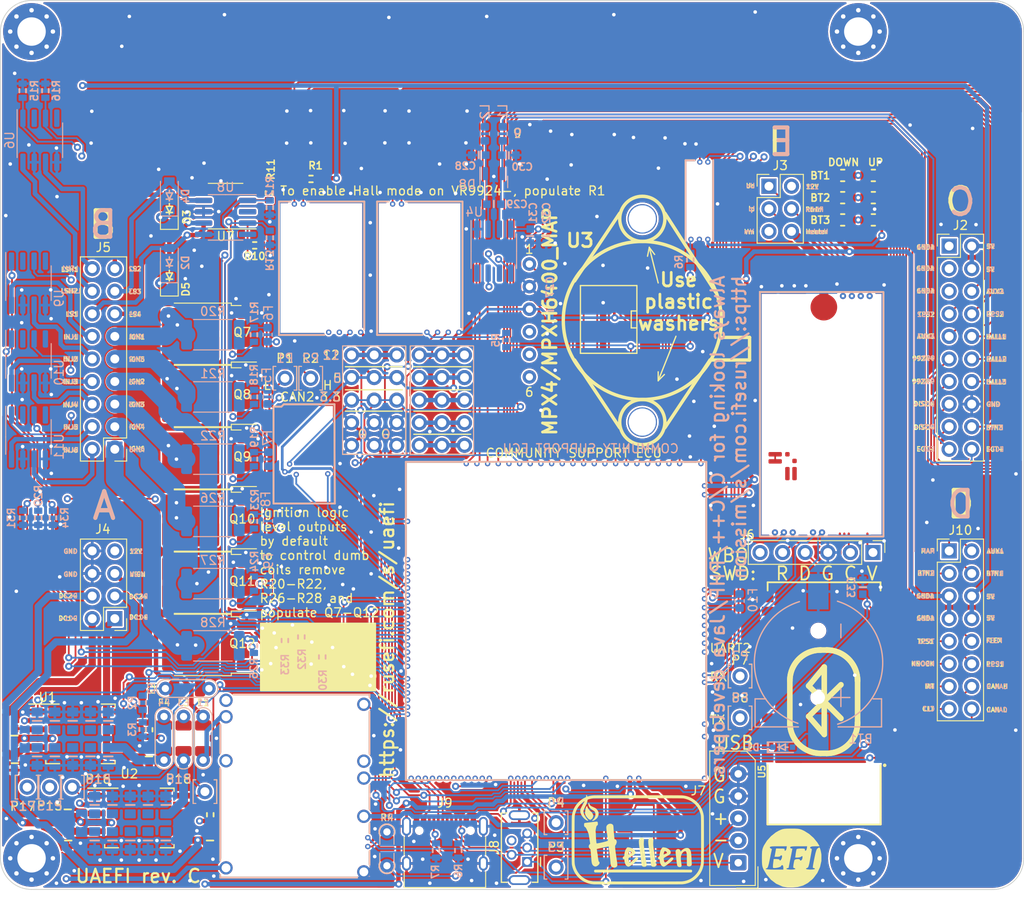
<source format=kicad_pcb>
(kicad_pcb (version 20240108) (generator "pcbnew") (generator_version "8.0")
  (title_block (title "UAEFI") (date "2024-03-27") (rev "C"))
  (layers (0 "F.Cu" signal) (1 "In1.Cu" signal) (2 "In2.Cu" signal) (31 "B.Cu" signal) (34 "B.Paste" user) (35 "F.Paste" user) (36 "B.SilkS" user "B.Silkscreen") (37 "F.SilkS" user "F.Silkscreen") (38 "B.Mask" user) (39 "F.Mask" user) (44 "Edge.Cuts" user))
  (net 0 "")
  (net 1 "Net-(BT1-+)")
  (net 2 "GND")
  (net 3 "/OUT_DC1-")
  (net 4 "/OUT_DC1+")
  (net 5 "/OUT_DC2-")
  (net 6 "/OUT_DC2+")
  (net 7 "+5VA")
  (net 8 "+3.3VA")
  (net 9 "/VBAT")
  (net 10 "+12V_RAW")
  (net 11 "/OUT_LS1")
  (net 12 "/OUT_LS2")
  (net 13 "/OUT_LS3")
  (net 14 "/OUT_LS4")
  (net 15 "/IN_VIGN")
  (net 16 "+12V")
  (net 17 "Net-(G4-Pad1)")
  (net 18 "Net-(G4-Pad12)")
  (net 19 "Net-(G4-Pad13)")
  (net 20 "Net-(G4-Pad14)")
  (net 21 "Net-(G4-Pad10)")
  (net 22 "+5VP")
  (net 23 "/IN_PPS2")
  (net 24 "/IN_PPS1")
  (net 25 "/IN_CLT")
  (net 26 "/IN_IAT")
  (net 27 "/CAN-")
  (net 28 "/CAN+")
  (net 29 "GNDA")
  (net 30 "/IN_TPS1")
  (net 31 "/IN_TPS2")
  (net 32 "/IN_AUX3")
  (net 33 "/IN_AUX2")
  (net 34 "/IN_AUX1")
  (net 35 "/IN_BUTTON2")
  (net 36 "/IN_BUTTON1")
  (net 37 "/IN_HALL3")
  (net 38 "/IN_HALL2")
  (net 39 "/IN_HALL1")
  (net 40 "/IN_MAP")
  (net 41 "/EGT+")
  (net 42 "/IN_BUTTON3")
  (net 43 "/IN_KNOCK_RAW")
  (net 44 "/IN_FLEX")
  (net 45 "/VR_MAX9924+")
  (net 46 "/EGT-")
  (net 47 "/WBO_Un")
  (net 48 "/WBO_Vm")
  (net 49 "/WBO_Ip")
  (net 50 "/WBO_Rtrim")
  (net 51 "/WBO_Heater")
  (net 52 "/OUT_IGN6")
  (net 53 "/OUT_IGN5")
  (net 54 "/OUT_IGN4")
  (net 55 "/OUT_IGN3")
  (net 56 "/OUT_IGN2")
  (net 57 "/OUT_IGN1")
  (net 58 "/OUT_INJ6")
  (net 59 "/OUT_INJ5")
  (net 60 "/OUT_INJ4")
  (net 61 "/OUT_INJ3")
  (net 62 "/OUT_INJ2")
  (net 63 "/OUT_INJ1")
  (net 64 "Net-(J6-Pin_1)")
  (net 65 "Net-(J6-Pin_2)")
  (net 66 "Net-(J6-Pin_4)")
  (net 67 "Net-(J6-Pin_5)")
  (net 69 "/VBUS")
  (net 70 "/USB-")
  (net 71 "/USB+")
  (net 73 "Net-(J9-CC1)")
  (net 75 "Net-(J9-CC2)")
  (net 78 "/VIGN")
  (net 79 "+5V")
  (net 80 "/PWR_EN")
  (net 81 "Net-(M1-PG_5VP)")
  (net 82 "/IN_KNOCK")
  (net 83 "/VR_MAX9924-")
  (net 84 "/VR_DISCRETE+")
  (net 85 "/VR_DISCRETE-")
  (net 88 "/VR_DISCRETE_THR")
  (net 91 "/DC2_DIS")
  (net 92 "/DC2_DIR")
  (net 93 "/DC1_DIS")
  (net 94 "/LS2")
  (net 95 "/LS1")
  (net 96 "/INJ6")
  (net 97 "/INJ5")
  (net 98 "/INJ4")
  (net 99 "/INJ3")
  (net 100 "/INJ2")
  (net 101 "/INJ1")
  (net 102 "/LS3")
  (net 103 "/LS4")
  (net 104 "/DC1_PWM")
  (net 105 "/DC1_DIR")
  (net 106 "/DC2_PWM")
  (net 107 "Net-(M5-PULL_DOWN1)")
  (net 118 "+3.3V")
  (net 119 "/IN_VMAIN")
  (net 120 "/INTERNAL_MAP")
  (net 121 "/ADC3")
  (net 122 "/IGN6")
  (net 123 "/IGN5")
  (net 124 "/IGN4")
  (net 125 "/IGN3")
  (net 126 "/IGN2")
  (net 127 "/IGN1")
  (net 130 "Net-(M6-SPI2_CS_{slash}_CAN2_RX_(PB12))")
  (net 131 "Net-(M6-SPI2_SCK_{slash}_CAN2_TX_(PB13))")
  (net 132 "Net-(M6-UART2_TX_(PD5))")
  (net 133 "Net-(M6-UART2_RX_(PD6))")
  (net 134 "Net-(M6-LED_GREEN)")
  (net 135 "Net-(M6-LED_YELLOW)")
  (net 136 "Net-(M7-CANL)")
  (net 137 "Net-(M7-CANH)")
  (net 143 "/VREF1")
  (net 148 "/PG_5VP")
  (net 149 "/12V_KEY")
  (net 150 "/OUT_LS_HOT1")
  (net 151 "/OUT_LS_HOT2")
  (net 152 "/LS_HOT2")
  (net 153 "/LS_HOT1")
  (net 154 "/VR_DISCRETE_A")
  (net 155 "/VR_DISCRETE")
  (net 156 "/VR_MAX9924")
  (net 157 "/PWR_1")
  (net 158 "/PWR")
  (net 159 "/SPI_SCK")
  (net 160 "/SPI_SO")
  (net 161 "/SPI_CS")
  (net 162 "/DC Driver 1/PWR")
  (net 163 "/DC Driver 2/PWR")
  (net 164 "Net-(U4-T-)")
  (net 165 "Net-(U4-T+)")
  (net 168 "/EGT/SPI_CS")
  (net 169 "/EGT/SPI_SCK")
  (net 170 "/EGT/SPI_SO")
  (net 171 "Net-(Q7-G)")
  (net 172 "Net-(Q8-G)")
  (net 173 "Net-(Q9-G)")
  (net 174 "Net-(Q10-G)")
  (net 175 "Net-(Q11-G)")
  (net 176 "Net-(Q12-G)")
  (net 182 "Net-(F5-Pad1)")
  (net 183 "Net-(F6-Pad1)")
  (net 184 "Net-(F7-Pad1)")
  (net 185 "Net-(F8-Pad1)")
  (net 186 "Net-(F10-Pad1)")
  (net 197 "Net-(F9-Pad1)")
  (footprint "hellen-one-common:R0805" (layer "F.Cu") (at 148.194379 84.6836)
    (property "Reference" "R40" (hide yes))
    (property "Value" "DNP" (hide yes))
  )
  (footprint "Package_SO:SOIC-8_3.9x4.9mm_P1.27mm" (layer "F.Cu") (at 75.325 83.135 180)
    (property "Reference" "U7")
    (property "Value" "VNLD5160TR-E")
  )
  (footprint "hellen-one-common:C0603" (layer "F.Cu") (at 57.6 151 -90)
    (property "Reference" "C24" (hide yes))
    (property "Value" "100n" (hide yes))
  )
  (footprint "hellen-one-common:R0805" (layer "F.Cu") (at 148.194379 82.1836)
    (property "Reference" "R39" (hide yes))
    (property "Value" "DNP" (hide yes))
  )
  (footprint "Package_TO_SOT_SMD:TO-252-2" (layer "F.Cu") (at 72.66 118.5 180)
    (property "Reference" "Q10")
    (property "Value" "ISL9V3040D3ST")
  )
  (footprint "hellen-one-common:PAD-TH" (layer "F.Cu") (at 133.2 140.7)
    (property "Reference" "P8")
    (property "Value" "Pad" (hide yes))
  )
  (footprint "hellen-one-wbo-0.5:wbo" (layer "F.Cu") (at 149.425 120.4 90)
    (property "Reference" "M5" (hide yes))
    (property "Value" "Module-wbo-0.5" (hide yes))
  )
  (footprint "Package_TO_SOT_SMD:TO-252-2" (layer "F.Cu") (at 72.66 97.5 180)
    (property "Reference" "Q7")
    (property "Value" "ISL9V3040D3ST")
  )
  (footprint "Package_TO_SOT_SMD:TO-252-2" (layer "F.Cu") (at 72.66 104.5 180)
    (property "Reference" "Q8")
    (property "Value" "ISL9V3040D3ST")
  )
  (footprint "hellen-one-common:PAD-TH" (layer "F.Cu") (at 82 102.5)
    (property "Reference" "P1")
    (property "Value" "Pad" (hide yes))
  )
  (footprint "hellen-one-common:C0603" (layer "F.Cu") (at 73.6 154.5 -90)
    (property "Reference" "C26" (hide yes))
    (property "Value" "10n" (hide yes))
  )
  (footprint "hellen-one-common:R0603" (layer "F.Cu") (at 84.932497 80.075 180)
    (property "Reference" "R1")
    (property "Value" "4.7k" (hide yes))
  )
  (footprint "hellen-one-common:LOGO" (layer "F.Cu") (at 122 154.5)
    (property "Reference" "G2" (hide yes))
    (property "Value" "LOGO" (hide yes))
  )
  (footprint "hellen-one-common:PAD-TH" (layer "F.Cu") (at 84.9 102.5)
    (property "Reference" "P2")
    (property "Value" "Pad" (hide yes))
  )
  (footprint "Connector_PinHeader_2.54mm:PinHeader_2x10_P2.54mm_Vertical" (layer "F.Cu") (at 156.718 87.63)
    (property "Reference" "J2")
    (property "Value" "Conn_02x10_Odd_Even")
  )
  (footprint "hellen-one-common:C0603" (layer "F.Cu") (at 66.725 145.04 -90)
    (property "Reference" "C13" (hide yes))
    (property "Value" "10n" (hide yes))
  )
  (footprint "hellen-one-common:PAD-TH" (layer "F.Cu") (at 55.54 148.5)
    (property "Reference" "P15")
    (property "Value" "Pad" (hide yes))
  )
  (footprint "MountingHole:MountingHole_3.2mm_M3_Pad_Via" (layer "F.Cu") (at 53.5 63.5)
    (property "Reference" "H1" (hide yes))
    (property "Value" "M3")
  )
  (footprint "MountingHole:MountingHole_3.2mm_M3_Pad_Via" (layer "F.Cu") (at 146.5 63.5)
    (property "Reference" "H4" (hide yes))
    (property "Value" "M3")
  )
  (footprint "hellen-one-common:PAD-1206-PAD" (layer "F.Cu") (at 68.4 143 -90)
    (property "Reference" "F4")
    (property "Value" "12H1500D" (hide yes))
  )
  (footprint "hellen-one-common:R0805" (layer "F.Cu") (at 144.744379 84.6836)
    (property "Reference" "R37" (hide yes))
    (property "Value" "10k" (hide yes))
  )
  (footprint "hellen-one-common:C0603" (layer "F.Cu") (at 51.6 142.7 -90)
    (property "Reference" "C11" (hide yes))
    (property "Value" "100n" (hide yes))
  )
  (footprint "Connector_Molex:Molex_SPOX_5267-05A_1x05_P2.50mm_Vertical" (layer "F.Cu") (at 133 157 90)
    (property "Reference" "J7")
    (property "Value" "Conn_01x05_Male")
  )
  (footprint "hellen-one-common:PAD-TH" (layer "F.Cu") (at 112.5 152.5)
    (property "Reference" "P4")
    (property "Value" "Pad" (hide yes))
  )
  (footprint "MountingHole:MountingHole_3.2mm_M3_Pad_Via" (layer "F.Cu") (at 53.5 156.5)
    (property "Reference" "H2" (hide yes))
    (property "Value" "M3")
  )
  (footprint "hellen-one-vr-discrete-0.5:vr-discrete" (layer "F.Cu") (at 92.275 82.525 -90)
    (property "Reference" "M3" (hide yes))
    (property "Value" "Module-vr-discrete-0.5" (hide yes))
  )
  (footprint "hellen-one-common:R0603" (layer "F.Cu") (at 78.6 87.55 180)
    (property "Reference" "R10")
    (property "Value" "4.7k" (hide yes))
  )
  (footprint "hellen-one-common:PAD-TH" (layer "F.Cu") (at 53 148.5)
    (property "Reference" "P17")
    (property "Value" "Pad" (hide yes))
  )
  (footprint "hellen-one-common:USB-MINI-B-VERTICAL" (layer "F.Cu") (at 108.375 155.3 90)
    (property "Reference" "J8")
    (property "Value" "USB_B_Mini")
  )
  (footprint "hellen-one-common:PAD-1206-PAD" (layer "F.Cu") (at 70.6 143 -90)
    (property "Reference" "F3")
    (property "Value" "12H1500D" (hide yes))
  )
  (footprint "hellen-one-knock-0.2:knock" (layer "F.Cu") (at 126.974999 77.875 -90)
    (property "Reference" "M2" (hide yes))
    (property "Value" "Module-knock-0.2" (hide yes))
  )
  (footprint "hellen-one-common:C0603" (layer "F.Cu") (at 57.6 154.5 90)
    (property "Reference" "C25" (hide yes))
    (property "Value" "10n" (hide yes))
  )
  (footprint "hellen-one-common:PAD-TH" (layer "F.Cu") (at 73 149)
    (property "Reference" "P18")
    (property "Value" "Pad" (hide yes))
  )
  (footprint "hellen-one-power_12and5V-0.2:power_12and5V" (layer "F.Cu") (at 74.624999 158.775001)
    (property "Reference" "M1" (hide yes))
    (property "Value" "Module-power_12and5V-0.2" (hide yes))
  )
  (footprint "Connector_PinHeader_2.54mm:PinHeader_2x03_P2.54mm_Vertical" (layer "F.Cu") (at 136.4488 80.899)
    (property "Reference" "J3")
    (property "Value" "Conn_02x03_Odd_Even")
  )
  (footprint "Package_TO_SOT_SMD:TO-252-2" (layer "F.Cu") (at 72.66 132.5 180)
    (property "Reference" "Q12")
    (property "Value" "ISL9V3040D3ST")
  )
  (footprint "hellen-one-can-0.1:can" (layer "F.Cu") (at 80.625 105.325002 -90)
    (property "Reference" "M7" (hide yes))
    (property "Value" "Module-can-0.1" (hide yes))
  )
  (footprint "hellen-one-common:R0603" (layer "F.Cu") (at 66.725 142.04 -90)
    (property "Reference" "R9" (hide yes))
    (property "Value" "4.7k" (hide yes))
  )
  (footprint "Package_TO_SOT_SMD:TO-252-2" (layer "F.Cu") (at 72.66 111.5 180)
    (property "Reference" "Q9")
    (property "Value" "ISL9V3040D3ST")
  )
  (footprint "kicad6-libraries:JDY-33" (layer "F.Cu") (at 142.65 138.875 180)
    (property "Reference" "U5")
    (property "Value" "JDY-33")
  )
  (footprint "hellen-one-common:R0805" (layer "F.Cu") (at 144.744379 79.6836)
    (property "Reference" "R35" (hide yes))
    (property "Value" "10k" (hide yes))
  )
  (footprint "hellen-one-common:PAD-1206-PAD" (layer "F.Cu") (at 72.8 143 -90)
    (property "Reference" "F1")
    (property "Value" "12H1500D" (hide yes))
  )
  (footprint "hellen-one-common:PROTO_AREA" (layer "F.Cu") (at 89.5 110.04 90)
    (property "Reference" "G3" (hide yes))
    (property "Value" "PROTO_AREA" (hide yes))
  )
  (footprint "hellen-one-common:PAD-TH" (layer "F.Cu") (at 112.5 157.5)
    (property "Reference" "P3")
    (property "Value" "Pad" (hide yes))
  )
  (footprint "hellen-one-common:PAD-0805-PAD" (layer "F.Cu") (at 93.474609 155.430391 -90)
    (property "Reference" "R4")
    (property "Value" "Jumper-Pad-Pad" (hide yes))
  )
  (footprint "hellen-one-common:R0603" (layer "F.Cu") (at 80.2 81.65 -90)
    (property "Reference" "R11")
    (property "Value" "4.7k" (hide yes))
  )
  (footprint "hellen-one-common:SOD-123" (layer "F.Cu") (at 69 83.5 90)
    (property "Reference" "D3")
    (property "Value" "B5819W" (hide yes))
  )
  (footprint "hellen-one-common:R0805" (layer "F.Cu") (at 148.194379 79.6836)
    (property "Reference" "R38" (hide yes))
    (property "Value" "DNP" (hide yes))
  )
  (footprint "hellen-one-common:R0805" (layer "F.Cu") (at 144.744379 82.1836)
    (property "Reference" "R36" (hide yes))
    (property "Value" "10k" (hide yes))
  )
  (footprint "Package_SO:Infineon_PG-DSO-12-11" (layer "F.Cu") (at 59 142.5)
    (property "Reference" "U1")
    (property "Value" "TLE9201SG")
  )
  (footprint "Connector_PinHeader_2.54mm:PinHeader_2x04_P2.54mm_Vertical" (layer "F.Cu") (at 62.865 129.54 180)
    (property "Reference" "J4")
    (property "Value" "Conn_02x04_Odd_Even")
  )
  (footprint "Package_SO:Infineon_PG-DSO-12-11" (layer "F.Cu") (at 65.625 151.96)
    (property "Reference" "U2")
    (property "Value" "TLE9201SG")
  )
  (footprint "hellen-one-common:PAD-TH" (layer "F.Cu") (at 133.2 136)
    (property "Reference" "P7")
    (property "Value" "Pad" (hide yes))
  )
  (footprint "hellen-one-mega-mcu100-0.3:mega-mcu100" (layer "F.Cu") (at 129.50001 111.8 180)
    (property "Reference" "M6" (hide yes))
    (property "Value" "Module:mega-mcu100/0.3" (hide yes))
  )
  (footprint "Connector_PinHeader_2.54mm:PinHeader_2x09_P2.54mm_Vertical" (layer "F.Cu") (at 62.865 110.49 180)
    (property "Reference" "J5")
    (property "Value" "Conn_02x09_Odd_Even")
  )
  (footprint "Package_TO_SOT_SMD:TO-252-2" (layer "F.Cu") (at 72.66 125.5 180)
    (property "Reference" "Q11")
    (property "Value" "ISL9V3040D3ST")
  )
  (footprint "kicad6-libraries:USB_C" (layer "F.Cu") (at 100 156)
    (property "Reference" "J9")
    (property "Value" "USB_C")
  )
  (footprint "Connector_PinHeader_2.54mm:PinHeader_2x08_P2.54mm_Vertical" (layer "F.Cu") (at 156.718 121.92)
    (property "Reference" "J10")
    (property "Value" "Conn_02x08_Odd_Even")
  )
  (footprint "MountingHole:MountingHole_3.2mm_M3_Pad_Via" (layer "F.Cu") (at 146.5 156.5)
    (property "Reference" "H3" (hide yes))
    (property "Value" "M3")
  )
  (footprint "hellen-one-vr-max9924-0.1:vr-max9924" (layer "F.Cu") (at 81.225 82.525 -90)
    (property "Reference" "M4" (hide yes))
    (property "Value" "Module-vr-max9924-0.1" (hide yes))
  )
  (footprint "kicad6-libraries:rusefi_logo" (layer "F.Cu") (at 139 156.5)
    (property "Reference" "G1" (hide yes))
    (property "Value" "RUSEFI_LOGO" (hide yes))
  )
  (footprint "hellen-one-common:PAD-1206-PAD" (layer "F.Cu") (at 71 137.4)
    (property "Reference" "F2")
    (property "Value" "12H1500D" (hide yes))
  )
  (footprint "hellen-one-common:SOD-123" (layer "F.Cu") (at 69 91 90)
    (property "Reference" "D5")
    (property "Value" "B5819W" (hide yes))
  )
  (footprint "Connector_PinHeader_2.54mm:PinHeader_1x06_P2.54mm_Vertical" (layer "F.Cu") (at 148.15 122.1 -90)
    (property "Reference" "J6")
    (property "Value" "Conn_01x06")
  )
  (footprint "hellen-one-common:R0603" (layer "F.Cu") (at 73.6 151.6 -90)
    (property "Reference" "R14" (hide yes))
    (property "Value" "4.7k" (hide yes))
  )
  (footprint "kicad6-libraries:MPX-4_MAP" (layer "F.Cu") (at 126.01325 96 -90)
    (property "Reference" "U3")
    (property "Value" "MPX4/MPXH6400_MAP")
  )
  (footprint "hellen-one-common:PAD-TH" (layer "F.Cu") (at 58.08 148.5)
    (property "Reference" "P16")
    (property "Value" "Pad" (hide yes))
  )
  (footprint "hellen-one-common:C0603" (layer "F.Cu") (at 51.6 145.8 90)
    (property "Reference" "C12" (hide yes))
    (property "Value" "10n" (hide yes))
  )
  (footprint "hellen-one-common:PROTO_AREA" (layer "F.Cu") (at 97.12 110.04 90)
    (property "Reference" "G4" (hide yes))
    (property "Value" "PROTO_AREA" (hide yes))
  )
  (footprint "Package_TO_SOT_SMD:SOT-23" (layer "B.Cu") (at 105.5 80.417977 -90)
    (property "Reference" "D8")
    (property "Value" "NUP2105L")
  )
  (footprint "hellen-one-common:C0805" (layer "B.Cu") (at 62.125 145.04 90)
    (property "Reference" "C10" (hide yes))
    (property "Value" "10u" (hide yes))
  )
  (footprint "hellen-one-common:C0603" (layer "B.Cu") (at 111.8 94.9 -90)
    (property "Reference" "C27")
    (property "Value" "100n" (hide yes))
  )
  (footprint "hellen-one-common:SOD-123" (layer "B.Cu") (at 69 82 90)
    (property "Reference" "D4")
    (property "Value" "B5819W" (hide yes))
  )
  (footprint "kicad6-libraries:CR1220-2" (layer "B.Cu") (at 142 134.5 90)
    (property "Reference" "BT1")
    (property "Value" "CR1220")
  )
  (footprint "Package_SO:SOIC-8_3.9x4.9mm_P1.27mm" (layer "B.Cu") (at 53.15 100.55 -90)
    (property "Reference" "U10")
    (property "Value" "VNLD5160TR-E")
  )
  (footprint "hellen-one-common:R0603" (layer "B.Cu") (at 52.55 118.2 90)
    (property "Reference" "R31")
    (property "Value" "4.7k" (hide yes))
  )
  (footprint "hellen-one-common:C0603" (layer "B.Cu") (at 107.190001 77.4 180)
    (property "Reference" "C30")
    (property "Value" "10n" (hide yes))
  )
  (footprint "hellen-one-common:C0805" (layer "B.Cu") (at 56.125 145.04 90)
    (property "Reference" "C7" (hide yes))
    (property "Value" "10u" (hide yes))
  )
  (footprint "hellen-one-common:C0603" (layer "B.Cu") (at 147 126 -90)
    (property "Reference" "C33")
    (property "Value" "100n" (hide yes))
  )
  (footprint "hellen-one-common:C0603" (layer "B.Cu") (at 105.5 82.917977)
    (property "Reference" "C29")
    (property "Value" "100n" (hide yes))
  )
  (footprint "hellen-one-common:R0603" (layer "B.Cu") (at 55.9 118.2 90)
    (property "Reference" "R34")
    (property "Value" "4.7k" (hide yes))
  )
  (footprint "hellen-one-common:C0805" (layer "B.Cu") (at 66.6 150.5 -90)
    (property "Reference" "C17" (hide yes))
    (property "Value" "10u" (hide yes))
  )
  (footprint "Resistor_SMD:R_2512_6332Metric" (layer "B.Cu") (at 73.9 97.6 180)
    (property "Reference" "R20")
    (property "Value" "0")
  )
  (footprint "hellen-one-common:C0805" (layer "B.Cu") (at 58.125 141.04 -90)
    (property "Reference" "C3" (hide yes))
    (property "Value" "10u" (hide yes))
  )
  (footprint "hellen-one-common:C0805" (layer "B.Cu") (at 68.6 154.5 90)
    (property "Reference" "C23" (hide yes))
    (property "Value" "10u" (hide yes))
  )
  (footprint "Package_SO:SOIC-8_3.9x4.9mm_P1.27mm" (layer "B.Cu") (at 105.5 88.2 -90)
    (property "Reference" "U4")
    (property "Value" "MAX31855KASA")
  )
  (footprint "hellen-one-common:C0805" (layer "B.Cu") (at 54.125 141.04 -90)
    (property "Reference" "C1" (hide yes))
    (property "Value" "10u" (hide yes))
  )
  (footprint "Resistor_SMD:R_2512_6332Metric" (layer "B.Cu") (at 73.9 118.6 180)
    (property "Reference" "R26")
    (property "Value" "0")
  )
  (footprint "Package_SO:SOIC-8_3.9x4.9mm_P1.27mm" (layer "B.Cu") (at 53.15 109.1 -90)
    (property "Reference" "U11")
    (property "Value" "VNLD5160TR-E")
  )
  (footprint "hellen-one-common:C0603" (layer "B.Cu") (at 109.6 86.5 90)
    (property "Reference" "C31")
    (property "Value" "100n" (hide yes))
  )
  (footprint "Fuse:Fuse_0603_1608Metric" (layer "B.Cu") (at 80.1 125.55 -90)
    (property "Reference" "F9")
    (property "Value" "50mA")
  )
  (footprint "hellen-one-common:C0805" (layer "B.Cu") (at 60.6 150.5 -90)
    (property "Reference" "C14" (hide yes))
    (property "Value" "10u" (hide yes))
  )
  (footprint "hellen-one-common:C0805" (layer "B.Cu") (at 60.6 154.5 90)
    (property "Reference" "C19" (hide yes))
    (property "Value" "10u" (hide yes))
  )
  (footprint "Fuse:Fuse_0603_1608Metric" (layer "B.Cu") (at 80.05 97.6 -90)
    (property "Reference" "F6")
    (property "Value" "50mA")
  )
  (footprint "Resistor_SMD:R_2512_6332Metric" (layer "B.Cu") (at 73.9 125.6 180)
    (property "Reference" "R27")
    (property "Value" "0")
  )
  (footprint "Resistor_SMD:R_2512_6332Metric" (layer "B.Cu") (at 73.9 104.6 180)
    (property "Reference" "R21")
    (property "Value" "0")
  )
  (footprint "hellen-one-common:C0805" (layer "B.Cu") (at 60.125 141.04 -90)
    (property "Reference" "C4" (hide yes))
    (property "Value" "10u" (hide yes))
  )
  (footprint "Fuse:Fuse_0603_1608Metric" (layer "B.Cu") (at 133.15 127.55 -90)
    (property "Reference" "F10")
    (property "Value" "50mA")
  )
  (footprint "hellen-one-common:SOD-123" (layer "B.Cu") (at 69 89.5 90)
    (property "Reference" "D2")
    (property "Value" "B5819W" (hide yes))
  )
  (footprint "hellen-one-common:SOD-323" (layer "B.Cu") (at 138 144)
    (property "Reference" "D1")
    (property "Value" "1N4148WS" (hide yes))
  )
  (footprint "hellen-one-common:R0603" (layer "B.Cu") (at 78.5125 111.6 90)
    (property "Reference" "R19")
    (property "Value" "22" (hide yes))
  )
  (footprint "hellen-one-common:R0603" (layer "B.Cu") (at 82 132 -90)
    (property "Reference" "R33")
    (property "Value" "4.7k" (hide yes))
  )
  (footprint "hellen-one-common:C0805" (layer "B.Cu") (at 64.6 154.5 90)
    (property "Reference" "C21" (hide yes))
    (property "Value" "10u" (hide yes))
  )
  (footprint "Fuse:Fuse_0603_1608Metric" (layer "B.Cu") (at 80.1 118.55 -90)
    (property "Reference" "F8")
    (property "Value" "50mA")
  )
  (footprint "hellen-one-common:R0603" (layer "B.Cu") (at 78.5125 118.6 90)
    (property "Reference" "R23")
    (property "Value" "22" (hide yes))
  )
  (footprint "hellen-one-common:R0603" (layer "B.Cu") (at 99 155.621682 90)
    (property "Reference" "R7")
    (property "Value" "5.6k" (hide yes))
  )
  (footprint "hellen-one-common:R0603" (layer "B.Cu") (at 78.5125 125.6 90)
    (property "Reference" "R24")
    (property "Value" "22" (hide yes))
  )
  (footprint "Fuse:Fuse_0603_1608Metric" (layer "B.Cu") (at 80.15 111.6 -90)
    (property "Reference" "F7")
    (property "Value" "50mA")
  )
  (footprint "hellen-one-common:C0603" (layer "B.Cu") (at 111.4 86.5 90)
    (property "Reference" "C32")
    (property "Value" "1u" (hide yes))
  )
  (footprint "hellen-one-common:R0603" (layer "B.Cu") (at 55.05 70.15 90)
    (property "Reference" "R16")
    (property "Value" "4.7k" (hide yes))
  )
  (footprint "Package_SO:SOIC-8_3.9x4.9mm_P1.27mm" (layer "B.Cu") (at 53.15 91.8 -90)
    (property "Reference" "U9")
    (property "Value" "VNLD5160TR-E")
  )
  (footprint "hellen-one-common:R0603" (layer "B.Cu") (at 86.2 133.85 90)
    (property "Reference" "R30")
    (property "Value" "4.7k" (hide yes))
  )
  (footprint "Resistor_SMD:R_2512_6332Metric" (layer "B.Cu") (at 73.9 111.6 180)
    (property "Reference" "R22")
    (property "Value" "0")
  )
  (footprint "hellen-one-common:R0603" (layer "B.Cu") (at 78.5125 132.6 90)
    (property "Reference" "R25")
    (property "Value" "22" (hide yes))
  )
  (footprint "Inductor_SMD:L_0603_1608Metric" (layer "B.Cu") (at 104.5 75 -90)
    (property "Reference" "L2")
    (property "Value" "470R@100MHz")
  )
  (footprint "hellen-one-common:C0805" (layer "B.Cu") (at 64.6 150.5 -90)
    (property "Reference" "C16" (hide yes))
    (property "Value" "10u" (hide yes))
  )
  (footprint "hellen-one-common:R0603" (layer "B.Cu") (at 78.5125 97.6 90)
    (property "Reference" "R17")
    (property "Value" "22" (hide yes))
  )
  (footprint "hellen-one-common:C0805" (layer "B.Cu") (at 66.6 154.5 90)
    (property "Reference" "C22" (hide yes))
    (property "Value" "10u" (hide yes))
  )
  (footprint "hellen-one-common:R0603" (layer "B.Cu") (at 101.5 155.621682 90)
    (property "Reference" "R8")
    (property "Value" "5.6k" (hide yes))
  )
  (footprint "hellen-one-common:R0603" (layer "B.Cu") (at 66 142 90)
    (property "Reference" "R3")
    (property "Value" "6.8k" (hide yes))
  )
  (footprint "hellen-one-common:R0603" (layer "B.Cu") (at 52.5 70.15 90)
    (property "Reference" "R15")
    (property "Value" "4.7k" (hide yes))
  )
  (footprint "hellen-one-common:R0603" (layer "B.Cu") (at 80.3 86.7 90)
    (property "Reference" "R13")
    (property "Value" "4.7k" (hide yes))
  )
  (footprint "hellen-one-common:C0805" (layer "B.Cu") (at 62.125 141.04 -90)
    (property "Reference" "C5" (hide yes))
    (property "Value" "10u" (hide yes))
  )
  (footprint "Fuse:Fuse_0603_1608Metric" (layer "B.Cu") (at 80.05 104.6 -90)
    (property "Reference" "F5")
    (property "Value" "50mA")
  )
  (footprint "hellen-one-common:R0603" (layer "B.Cu") (at 83.85 131.6 -90)
    (property "Reference" "R32")
    (property "Value" "4.7k" (hide yes))
  )
  (footprint "hellen-one-common:C0603" (layer "B.Cu") (at 103.8 77.4)
    (property "Reference" "C28")
    (property "Value" "10n" (hide yes))
  )
  (footprint "Package_SO:SOIC-8_3.9x4.9mm_P1.27mm" (layer "B.Cu") (at 54.435 75.725 -90)
    (property "Reference" "U6")
    (property "Value" "VNLD5160TR-E")
  )
  (footprint "hellen-one-common:R0603" (layer "B.Cu") (at 54.25 118.2 90)
    (property "Reference" "R29")
    (property "Value" "4.7k" (hide yes))
  )
  (footprint "hellen-one-common:R0603" (layer "B.Cu") (at 78.5125 104.6 90)
    (property "Reference" "R18")
    (property "Value" "22" (hide yes))
  )
  (footprint "Inductor_SMD:L_0603_1608Metric" (layer "B.Cu") (at 106.5 75 -90)
    (property "Reference" "L1")
    (property "Value" "470R@100MHz")
  )
  (footprint "hellen-one-common:C0805" (layer "B.Cu") (at 62.6 150.5 -90)
    (property "Reference" "C15" (hide yes))
    (property "Value" "10u" (hide yes))
  )
  (footprint "Resistor_SMD:R_2512_6332Metric" (layer "B.Cu") (at 73.9 132.6 180)
    (property "Reference" "R28")
    (property "Value" "0")
  )
  (footprint "hellen-one-common:C0805" (layer "B.Cu") (at 58.125 145.04 90)
    (property "Reference" "C8" (hide yes))
    (property "Value" "10u" (hide yes))
  )
  (footprint "hellen-one-common:C0805" (layer "B.Cu") (at 60.125 145.04 90)
    (property "Reference" "C9" (hide yes))
    (property "Value" "10u" (hide yes))
  )
  (footprint "hellen-one-common:C0805" (layer "B.Cu") (at 54.125 145.04 90)
    (property "Reference" "C6" (hide yes))
    (property "Value" "10u" (hide yes))
  )
  (footprint "hellen-one-common:C0805" (layer "B.Cu") (at 56.125 141.04 -90)
    (property "Reference" "C2" (hide yes))
    (property "Value" "10u" (hide yes))
  )
  (footprint "hellen-one-common:C0805" (layer "B.Cu") (at 68.6 150.5 -90)
    (property "Reference" "C18" (hide yes))
    (property "Value" "10u" (hide yes))
  )
  (footprint "hellen-one-common:R0603" (layer "B.Cu") (at 80.3 83.3 90)
    (property "Reference" "R12")
    (property "Value" "4.7k" (hide yes))
  )
  (footprint "hellen-one-common:C0805" (layer "B.Cu") (at 62.6 154.5 90)
    (property "Reference" "C20" (hide yes))
    (property "Value" "10u" (hide yes))
  )
  (footprint "hellen-one-common:R0603" (layer "B.Cu") (at 106.9 98.2 -90)
    (property "Reference" "R5")
    (property "Value" "0" (hide yes))
  )
  (footprint "hellen-one-common:R0603" (layer "B.Cu") (at 127.6 89.2 -90)
    (property "Reference" "R6")
    (property "Value" "0" (hide yes))
  )
  (footprint "hellen-one-common:R0603" (layer "B.Cu") (at 66 139 90)
    (property "Reference" "R2")
    (property "Value" "33k" (hide yes))
  )
  (footprint "Package_SO:SOIC-8_3.9x4.9mm_P1.27mm" (layer "B.Cu") (at 75.325 84.405 180)
    (property "Reference" "U8")
    (property "Value" "VNLD5160TR-E")
  )
  (gr_line (start 96.5 106.2) (end 102.9 106.2) (stroke (width 0.15)) (layer "F.SilkS"))
  (gr_line (start 96.5 108.8) (end 102.9 108.8) (stroke (width 0.15)) (layer "F.SilkS"))
  (gr_line (start 88.8 101.2) (end 95.2 101.2) (stroke (width 0.15)) (layer "F.SilkS"))
  (gr_rect (start 79.27 130.067565) (end 92.186015 137.642435) (stroke (width 0.15)) (fill solid) (layer "F.SilkS"))
  (gr_line (start 96.5 103.8) (end 102.9 103.8) (stroke (width 0.15)) (layer "F.SilkS"))
  (gr_line (start 88.8 106.2) (end 95.2 106.2) (stroke (width 0.15)) (layer "F.SilkS"))
  (gr_line (start 96.5 101.2) (end 102.9 101.2) (stroke (width 0.15)) (layer "F.SilkS"))
  (gr_line (start 88.8 103.8) (end 95.2 103.8) (stroke (width 0.15)) (layer "F.SilkS"))
  (gr_arc (start 50 63.5) (mid 51.025126 61.025126) (end 53.5 60) (stroke (width 0.1)) (layer "Edge.Cuts"))
  (gr_line (start 165.1 156.5) (end 165.1 63.5) (stroke (width 0.1)) (layer "Edge.Cuts"))
  (gr_arc (start 165.1 156.5148) (mid 164.074874 158.989674) (end 161.6 160.0148) (stroke (width 0.1)) (layer "Edge.Cuts"))
  (gr_line (start 50 63.5) (end 50 156.5) (stroke (width 0.1)) (layer "Edge.Cuts"))
  (gr_line (start 161.6 60) (end 53.5 60) (stroke (width 0.1)) (layer "Edge.Cuts"))
  (gr_arc (start 53.5 160) (mid 51.025126 158.974874) (end 50 156.5) (stroke (width 0.1)) (layer "Edge.Cuts"))
  (gr_arc (start 161.6 60) (mid 164.074874 61.025126) (end 165.1 63.5) (stroke (width 0.1)) (layer "Edge.Cuts"))
  (gr_line (start 53.5 160) (end 161.6 160.0148) (stroke (width 0.1)) (layer "Edge.Cuts"))
  (gr_text "GND" (at 161.721 105.4354 0) (layer "B.SilkS") (effects (font (size 0.508 0.508) (thickness 0.127)) (justify mirror)))
  (gr_text "HALL3" (at 162.0512 102.9208 0) (layer "B.SilkS") (effects (font (size 0.508 0.508) (thickness 0.127)) (justify mirror)))
  (gr_text "DC2+" (at 65.532 127.0254 0) (layer "B.SilkS") (effects (font (size 0.508 0.508) (thickness 0.127) (bold yes)) (justify mirror)))
  (gr_text "INJ2" (at 57.9628 100.33 0) (layer "B.SilkS") (effects (font (size 0.508 0.508) (thickness 0.127) (bold yes)) (justify mirror)))
  (gr_text "DISC+" (at 153.8986 105.41 0) (layer "B.SilkS") (effects (font (size 0.508 0.508) (thickness 0.127)) (justify mirror)))
  (gr_text "GNDA" (at 154.1018 92.6846 0) (layer "B.SilkS") (effects (font (size 0.508 0.508) (thickness 0.127)) (justify mirror)))
  (gr_text "5V" (at 161.4162 87.6808 0) (layer "B.SilkS") (effects (font (size 0.508 0.508) (thickness 0.127)) (justify mirror)))
  (gr_text "DISC-\n" (at 153.924 107.9754 0) (layer "B.SilkS") (effects (font (size 0.508 0.508) (thickness 0.127)) (justify mirror)))
  (gr_text "3.3" (at 87.1 104.6 0) (layer "B.SilkS") (effects (font (size 1 1)) (justify mirror)))
  (gr_text "GND" (at 57.8866 121.9708 0) (layer "B.SilkS") (effects (font (size 0.508 0.508) (thickness 0.127) (bold yes)) (justify mirror)))
  (gr_text "LS4" (at 65.1256 95.2754 0) (layer "B.SilkS") (effects (font (size 0.508 0.508) (thickness 0.127) (bold yes)) (justify mirror)))
  (gr_text "BTN1" (at 161.8996 124.46 0) (layer "B.SilkS") (effects (font (size 0.508 0.508) (thickness 0.127)) (justify mirror)))
  (gr_text "GND" (at 57.8866 124.5616 0) (layer "B.SilkS") (effects (font (size 0.508 0.508) (thickness 0.127) (bold yes)) (justify mirror)))
  (gr_text "9924-" (at 153.797 102.87 0) (layer "B.SilkS") (effects (font (size 0.508 0.508) (thickness 0.127)) (justify mirror)))
  (gr_text "HALL1" (at 162.0512 97.8408 0) (layer "B.SilkS") (effects (font (size 0.508 0.508) (thickness 0.127)) (justify mirror)))
  (gr_text "B" (at 61.5696 85.217 0) (layer "B.SilkS") (effects (font (size 3 3) (thickness 0.45)) (justify mirror)))
  (gr_text "Heater" (at 141.8844 86.0044 0) (layer "B.SilkS") (effects (font (size 0.508 0.508) (thickness 0.127) (bold yes)) (justify mirror)))
  (gr_text "LS3" (at 65.1002 92.7354 0) (layer "B.SilkS") (effects (font (size 0.508 0.508) (thickness 0.127) (bold yes)) (justify mirror)))
  (gr_text "5V" (at 161.417 129.4892 0) (layer "B.SilkS") (effects (font (size 0.508 0.508) (thickness 0.127)) (justify mirror)))
  (gr_text "Always looking for C/C++/PHP/Java developers\nhttps://rusefi.com/s/mission" (at 131.9 90.8 90) (layer "B.SilkS") (effects (font (size 1.5 1.5) (thickness 0.25)) (justify left mirror)))
  (gr_text "A" (at 61.6712 116.84 0) (layer "B.SilkS") (effects (font (size 3 3) (thickness 0.45)) (justify mirror)))
  (gr_text "CAN L" (at 162.1282 139.8016 0) (layer "B.SilkS") (effects (font (size 0.508 0.508) (thickness 0.127)) (justify mirror)))
  (gr_text "GNDA" (at 154.0756 90.1446 0) (layer "B.SilkS") (effects (font (size 0.508 0.508) (thickness 0.127)) (justify mirror)))
  (gr_text "AUX1" (at 161.8742 121.9454 0) (layer "B.SilkS") (effects (font (size 0.508 0.508) (thickness 0.127)) (justify mirror)))
  (gr_text "9924+" (at 153.8224 100.2538 0) (layer "B.SilkS") (effects (font (size 0.508 0.508) (thickness 0.127)) (justify mirror)))
  (gr_text "Rtrim" (at 141.5796 83.5152 0) (layer "B.SilkS") (effects (font (size 0.508 0.508) (thickness 0.127) (bold yes)) (justify mirror)))
  (gr_text "AUX2" (at 161.9242 92.7354 0) (layer "B.SilkS") (effects (font (size 0.508 0.508) (thickness 0.127)) (justify mirror)))
  (gr_text "DC1+" (at 65.532 129.3876 0) (layer "B.SilkS") (effects (font (size 0.508 0.508) (thickness 0.127) (bold yes)) (justify mirror)))
  (gr_text "TPS2" (at 154.0526 95.3246 0) (layer "B.SilkS") (effects (font (size 0.508 0.508) (thickness 0.127)) (justify mirror)))
  (gr_text "IGN6" (at 65.3542 110.5408 0) (layer "B.SilkS") (effects (font (size 0.508 0.508) (thickness 0.127) (bold yes)) (justify mirror)))
  (gr_text "12V" (at 65.3034 121.9708 0) (layer "B.SilkS") (effects (font (size 0.508 0.508) (thickness 0.127) (bold yes)) (justify mirror)))
  (gr_text "5" (at 87.9 102.5 0) (layer "B.SilkS") (effects (font (size 1 1)) (justify mirror)))
  (gr_text "9" (at 108.2 74.95 0) (layer "B.SilkS") (effects (font (size 1 1)) (justify mirror)))
  (gr_text "Vm" (at 134.1882 86.0044 0) (layer "B.SilkS") (effects (font (size 0.508 0.508) (thickness 0.127) (bold yes)) (justify mirror)))
  (gr_text "EGT-" (at 154.1018 110.4646 0) (layer "B.SilkS") (effects (font (size 0.508 0.508) (thickness 0.127) (bold yes)) (justify mirror)))
  (gr_text "GNDA" (at 154.051 127.0098 0) (layer "B.SilkS") (effects (font (size 0.508 0.508) (thickness 0.127)) (justify mirror)))
  (gr_text "DC2-" (at 57.6072 126.9746 0) (layer "B.SilkS") (effects (font (size 0.508 0.508) (thickness 0.127) (bold yes)) (justify mirror)))
  (gr_text "TPS1" (at 154.1264 132.1054 0) (layer "B.SilkS") (effects (font (size 0.508 0.508) (thickness 0.127)) (justify mirror)))
  (gr_text "BTN3" (at 161.8734 108.0516 0) (layer "B.SilkS") (effects (font (size 0.508 0.508) (thickness 0.127)) (justify mirror)))
  (gr_text "E" (at 137.8712 75.9206 0) (layer "B.SilkS") (effects (font (size 3 3) (thickness 0.45)) (justify mirror)))
  (gr_text "12" (at 87.2 99.9 0) (layer "B.SilkS") (effects (font (size 1 1)) (justify mirror)))
  (gr_text "INJ1" (at 57.9628 97.8408 0) (layer "B.SilkS") (effects (font (size 0.508 0.508) (thickness 0.127) (bold yes)) (justify mirror)))
  (gr_text "MAP" (at 154.3558 121.9454 0) (layer "B.SilkS") (effects (font (size 0.508 0.508) (thickness 0.127)) (justify mirror)))
  (gr_text "INJ5" (at 57.9628 108.0008 0) (layer "B.SilkS") (effects (font (size 0.508 0.508) (thickness 0.127) (bold yes)) (justify mirror)))
  (gr_text "IGN3" (at 65.3034 105.4608 0) (layer "B.SilkS") (effects (font (size 0.508 0.508) (thickness 0.127) (bold yes)) (justify mirror)))
  (gr_text "CAN H" (at 162.1028 137.1854 0) (layer "B.SilkS") (effects (font (size 0.508 0.508) (thickness 0.127)) (justify mirror)))
  (gr_text "Ip" (at 134.5184 83.439 0) (layer "B.SilkS") (effects (font (size 0.508 0.508) (thickness 0.127) (bold yes)) (justify mirror)))
  (gr_text "12V" (at 141.351 80.9752 0) (layer "B.SilkS") (effects (font (size 0.508 0.508) (thickness 0.127) (bold yes)) (justify mirror)))
  (gr_text "IGN2" (at 65.3288 100.3554 0) (layer "B.SilkS") (effects (font (size 0.508 0.508) (thickness 0.127) (bold yes)) (justify mirror)))
  (gr_text "G" (at 93.4 108.8 0) (layer "B.SilkS") (effects (font (size 1 1)) (justify mirror)))
  (gr_text "5V" (at 161.3916 90.2716 0) (layer "B.SilkS") (effects (font (size 0.508 0.508) (thickness 0.127)) (justify mirror)))
  (gr_text "IAT" (at 154.5582 137.16 0) (layer "B.SilkS") (effects (font (size 0.508 0.508) (thickness 0.127)) (justify mirror)))
  (gr_text "5V" (at 161.417 127.0762 0) (layer "B.SilkS") (effects (font (size 0.508 0.508) (thickness 0.127)) (justify mirror)))
  (gr_text "LSH2" (at 58.0644 92.6846 0) (layer "B.SilkS") (effects (font (size 0.508 0.508) (thickness 0.127)) (justify mirror)))
  (gr_text "G" (at 90.8 108.8 0) (layer "B.SilkS") (effects (font (size 1 1)) (justify mirror)))
  (gr_text "Un" (at 134.366 80.8482 0) (layer "B.SilkS") (effects (font (size 0.508 0.508) (thickness 0.127) (bold yes)) (justify mirror)))
  (gr_text "CLT" (at 154.4354 139.701 0) (layer "B.SilkS") (effects (font (size 0.508 0.508) (thickness 0.127)) (justify mirror)))
  (gr_text "INJ6" (at 57.9628 110.5662 0) (layer "B.SilkS") (effects (font (size 0.508 0.508) (thickness 0.127) (bold yes)) (justify mirror)))
  (gr_text "VIGN" (at 65.3796 124.5616 0) (layer "B.SilkS") (effects (font (size 0.508 0.508) (thickness 0.127) (bold yes)) (justify mirror)))
  (gr_text "GNDA" (at 154.0764 129.5146 0) (layer "B.SilkS") (effects (font (size 0.508 0.508) (thickness 0.127)) (justify mirror)))
  (gr_text "KNOCK" (at 153.7962 134.62 0) (layer "B.SilkS") (effects (font (size 0.508 0.508) (thickness 0.127)) (justify mirror)))
  (gr_text "IGN5" (at 65.3034 102.9462 0) (layer "B.SilkS") (effects (font (size 0.508 0.508) (thickness 0.127) (bold yes)) (justify mirror)))
  (gr_text "PPS1" (at 161.925 134.6708 0) (layer "B.SilkS") (effects (font (size 0.508 0.508) (thickness 0.127)) (justify mirror)))
  (gr_text "IGN1" (at 65.3034 97.8154 0) (layer "B.SilkS") (effects (font (size 0.508 0.508) (thickness 0.127) (bold yes)) (justify mirror)))
  (gr_text "LS1" (at 58.0898 95.25 0) (layer "B.SilkS") (effects (font (size 0.508 0.508) (thickness 0.127) (bold yes)) (justify mirror)))
  (gr_text "LSH1" (at 57.8104 90.1446 0) (layer "B.SilkS") (effects (font (size 0.508 0.508) (thickness 0.127) (bold yes)) (justify mirror)))
  (gr_text "LS2" (at 65.1256 90.2208 0) (layer "B.SilkS") (effects (font (size 0.508 0.508) (thickness 0.127) (bold yes)) (justify mirror)))
  (gr_text "EGT+\n" (at 161.8742 110.49 0) (layer "B.SilkS") (effects (font (size 0.508 0.508) (thickness 0.127) (bold yes)) (justify mirror)))
  (gr_text "GNDA" (at 154.1018 87.757 0) (layer "B.SilkS") (effects (font (size 0.508 0.508) (thickness 0.127)) (justify mirror)))
  (gr_text "IGN4" (at 65.3288 107.9246 0) (layer "B.SilkS") (effects (font (size 0.508 0.508) (thickness 0.127) (bold yes)) (justify mirror)))
  (gr_text "FLEX" (at 161.8234 132.0038 0) (layer "B.SilkS") (effects (font (size 0.508 0.508) (thickness 0.127)) (justify mirror)))
  (gr_text "AUX3" (at 154.1272 97.79 0) (layer "B.SilkS") (effects (font (size 0.508 0.508) (thickness 0.127)) (justify mirror)))
  (gr_text "HALL2" (at 162.0774 100.3554 0) (layer "B.SilkS") (effects (font (size 0.508 0.508) (thickness 0.127)) (justify mirror)))
  (gr_text "C" (at 158.1658 82.677 0) (layer "B.SilkS") (effects (font (size 3 3) (thickness 0.45)) (justify mirror)))
  (gr_text "DC1-" (at 57.6072 129.5146 0) (layer "B.SilkS") (effects (font (size 0.508 0.508) (thickness 0.127) (bold yes)) (justify mirror)))
  (gr_text "INJ3" (at 57.9628 102.8954 0) (layer "B.SilkS") (effects (font (size 0.508 0.508) (thickness 0.127) (bold yes)) (justify mirror)))
  (gr_text "D" (at 158.013398 116.6876 0) (layer "B.SilkS") (effects (font (size 3 3) (thickness 0.45)) (justify mirror)))
  (gr_text "INJ4" (at 57.9628 105.4354 0) (layer "B.SilkS") (effects (font (size 0.508 0.508) (thickness 0.127) (bold yes)) (justify mirror)))
  (gr_text "BTN2" (at 154.1526 124.4346 0) (layer "B.SilkS") (effects (font (size 0.508 0.508) (thickness 0.127)) (justify mirror)))
  (gr_text "COMMUNITY SUPPORT ECU" (at 126.4 111 0) (layer "B.SilkS") (effects (font (size 1 1)) (justify left bottom mirror)))
  (gr_text "PPS2" (at 161.9242 95.3008 0) (layer "B.SilkS") (effects (font (size 0.508 0.508) (thickness 0.127)) (justify mirror)))
  (gr_text "DISC-\n\n" (at 153.9444 108.4372 0) (layer "F.SilkS") (effects (font (size 0.508 0.508) (thickness 0.127))))
  (gr_text "H" (at 86.8 103.3 0) (layer "F.SilkS") (effects (font (size 1 1))))
  (gr_text "12V" (at 141.3256 80.9498 0) (layer "F.SilkS") (effects (font (size 0.508 0.508) (thickness 0.127) (bold yes))))
  (gr_text "B" (at 61.4896 85.2316 0) (layer "F.SilkS") (effects (font (size 3 3) (thickness 0.45))))
  (gr_text "INJ6" (at 57.8866 110.5916 0) (layer "F.SilkS") (effects (font (size 0.508 0.508) (thickness 0.127) (bold yes))))
  (gr_text "LS2" (at 65.151 90.1954 0) (layer "F.SilkS") (effects (font (size 0.508 0.508) (thickness 0.127) (bold yes))))
  (gr_text "INJ4" (at 57.8358 105.5116 0) (layer "F.SilkS") (effects (font (size 0.508 0.508) (thickness 0.127) (bold yes))))
  (gr_text "LSH2" (at 57.7596 92.6846 0) (layer "F.SilkS") (effects (font (size 0.508 0.508) (thickness 0.127) (bold yes))))
  (gr_text "DC2-" (at 57.6326 126.9746 0) (layer "F.SilkS") (effects (font (size 0.508 0.508) (thickness 0.127) (bold yes))))
  (gr_text "5V" (at 161.3662 87.6808 0) (layer "F.SilkS") (effects (font (size 0.508 0.508) (thickness 0.127))))
  (gr_text "HALL2" (at 162.0274 100.3554 0) (layer "F.SilkS") (effects (font (size 0.508 0.508) (thickness 0.127))))
  (gr_text "DISC+\n" (at 153.924 105.3846 0) (layer "F.SilkS") (effects (font (size 0.508 0.508) (thickness 0.127))))
  (gr_text "G\nG\n+\n-\nV" (at 130.036105 157.679263 0) (layer "F.SilkS") (effects (font (size 1.5 1.4) (thickness 0.2)) (justify left bottom)))
  (gr_text "KNOCK" (at 153.7462 134.62 0) (layer "F.SilkS") (effects (font (size 0.508 0.508) (thickness 0.127))))
  (gr_text "UART2\n\nRX\n\n\nTX" (at 129.7 136.9 0) (layer "F.SilkS") (effects (font (size 1 1)) (justify left)))
  (gr_text "A" (at 61.671202 116.84 0) (layer "F.SilkS") (effects (font (size 3 3) (thickness 0.45))))
  (gr_text "5V" (at 161.3416 90.2716 0) (layer "F.SilkS") (effects (font (size 0.508 0.508) (thickness 0.127))))
  (gr_text "BTN3" (at 161.8234 108.0516 0) (layer "F.SilkS") (effects (font (size 0.508 0.508) (thickness 0.127))))
  (gr_text "AUX2" (at 161.8742 92.7354 0) (layer "F.SilkS") (effects (font (size 0.508 0.508) (thickness 0.127))))
  (gr_text "3.3" (at 87.1 104.6 0) (layer "F.SilkS") (effects (font (size 1 1))))
  (gr_text "TPS1" (at 154.0764 132.1054 0) (layer "F.SilkS") (effects (font (size 0.508 0.508) (thickness 0.127))))
  (gr_text "UP" (at 147.494379 78.6836 0) (layer "F.SilkS") (effects (font (size 0.82 0.82) (thickness 0.17)) (justify left bottom)))
  (gr_text "5" (at 87.9 102.5 0) (layer "F.SilkS") (effects (font (size 1 1))))
  (gr_text "AUX3" (at 154.0772 97.79 0) (layer "F.SilkS") (effects (font (size 0.508 0.508) (thickness 0.127))))
  (gr_text "BT1" (at 140.994379 80.1836 0) (layer "F.SilkS") (effects (font (size 0.82 0.82) (thickness 0.17)) (justify left bottom)))
  (gr_text "Rtrim" (at 141.5796 83.5152 0) (layer "F.SilkS") (effects (font (size 0.508 0.508) (thickness 0.127) (bold yes))))
  (gr_text "GND" (at 57.8866 121.9708 0) (layer "F.SilkS") (effects (font (size 0.508 0.508) (thickness 0.127) (bold yes))))
  (gr_text "AUX1" (at 161.925 121.9454 0) (layer "F.SilkS") (effects (font (size 0.508 0.508) (thickness 0.127))))
  (gr_text "12" (at 87.2 99.9 0) (layer "F.SilkS") (effects (font (size 1 1))))
  (gr_text "12V" (at 65.2272 121.9708 0) (layer "F.SilkS") (effects (font (size 0.508 0.508) (thickness 0.127) (bold yes))))
  (gr_text "INJ3" (at 57.8612 102.8954 0) (layer "F.SilkS") (effects (font (size 0.508 0.508) (thickness 0.127) (bold yes))))
  (gr_text "SWD:  R D G C V" (at 129.7 125.339221 0) (layer "F.SilkS") (effects (font (size 1.5 1.45) (thickness 0.2)) (justify left bottom)))
  (gr_text "VIGN" (at 65.4558 124.5616 0) (layer "F.SilkS") (effects (font (size 0.508 0.508) (thickness 0.127) (bold yes))))
  (gr_text "5V" (at 161.367 127.0762 0) (layer "F.SilkS") (effects (font (size 0.508 0.508) (thickness 0.127))))
  (gr_text "INJ2" (at 57.8612 100.3554 0) (layer "F.SilkS") (effects (font (size 0.508 0.508) (thickness 0.127) (bold yes))))
  (gr_text "CLT" (at 154.3558 139.7 0) (layer "F.SilkS") (effects (font (size 0.508 0.508) (thickness 0.127))))
  (gr_text "DOWN" (at 142.994379 78.6836 0) (layer "F.SilkS") (effects (font (size 0.82 0.82) (thickness 0.17)) (justify left bottom)))
  (gr_text "G" (at 93.3 108.8 0) (layer "F.SilkS") (effects (font (size 1 1))))
  (gr_text "COMMUNITY SUPPORT ECU" (at 104.5 111.5 0) (layer "F.SilkS") (effects (font (size 1 1)) (justify left bottom)))
  (gr_text "CAN H" (at 162.1282 137.16 0) (layer "F.SilkS") (effects (font (size 0.508 0.508) (thickness 0.127))))
  (gr_text "USB" (at 130.4 144.4 0) (layer "F.SilkS") (effects (font (size 1.5 1.4) (thickness 0.2)) (justify left bottom)))
  (gr_text "IGN1" (at 65.3542 97.8662 0) (layer "F.SilkS") (effects (font (size 0.508 0.508) (thickness 0.127) (bold yes))))
  (gr_text "INJ1" (at 57.912 97.8662 0) (layer "F.SilkS") (effects (font (size 0.508 0.508) (thickness 0.127) (bold yes))))
  (gr_text "Un" (at 134.366 80.8482 0) (layer "F.SilkS") (effects (font (size 0.508 0.508) (thickness 0.127) (bold yes))))
  (gr_text "To enable Hall mode on VR9924-, populate R1" (at 81.38 82 0) (layer "F.SilkS") (effects (font (size 1 1)) (justify left bottom)))
  (gr_text "PPS1" (at 161.875 134.6708 0) (layer "F.SilkS") (effects (font (size 0.508 0.508) (thickness 0.127))))
  (gr_text "GNDA" (at 154.0256 127 0) (layer "F.SilkS") (effects (font (size 0.508 0.508) (thickness 0.127))))
  (gr_text "L" (at 80 103.3 0) (layer "F.SilkS") (effects (font (size 1 1))))
  (gr_text "LS4" (at 65.151 95.3262 0) (layer "F.SilkS") (effects (font (size 0.508 0.508) (thickness 0.127) (bold yes))))
  (gr_text "Ip" (at 134.493 83.439 0) (layer "F.SilkS") (effects (font (size 0.508 0.508) (thickness 0.127) (bold yes))))
  (gr_text "Heater" (at 141.8082 86.0044 0) (layer "F.SilkS") (effects (font (size 0.508 0.508) (thickness 0.127) (bold yes))))
  (gr_text "G" (at 90.7 108.8 0) (layer "F.SilkS") (effects (font (size 1 1))))
  (gr_text "FLEX" (at 161.7734 132.0038 0) (layer "F.SilkS") (effects (font (size 0.508 0.508) (thickness 0.127))))
  (gr_text "Vm" (at 134.2644 86.0298 0) (layer "F.SilkS") (effects (font (size 0.508 0.508) (thickness 0.127) (bold yes))))
  (gr_text "HALL1" (at 162.0012 97.8408 0) (layer "F.SilkS") (effects (font (size 0.508 0.508) (thickness 0.127))))
  (gr_text "EGT+" (at 161.8742 110.49 0) (layer "F.SilkS") (effects (font (size 0.508 0.508) (thickness 0.127) (bold yes))))
  (gr_text "IGN4" (at 65.3542 108.0008 0) (layer "F.SilkS") (effects (font (size 0.508 0.508) (thickness 0.127) (bold yes))))
  (gr_text "GNDA" (at 154.051 129.4892 0) (layer "F.SilkS") (effects (font (size 0.508 0.508) (thickness 0.127))))
  (gr_text "https://rusefi.com/s/uaefi" (at 93.5 131.9 90) (layer "F.SilkS") (effects (font (size 1.5 1.5) (thickness 0.25) (bold yes))))
  (gr_text "BTN2" (at 154.1026 124.4346 0) (layer "F.SilkS") (effects (font (size 0.508 0.508) (thickness 0.127))))
  (gr_text "CAN2" (at 83.4 104.6 0) (layer "F.SilkS") (effects (font (size 1 1))))
  (gr_text "GND" (at 161.671 105.4354 0) (layer "F.SilkS") (effects (font (size 0.508 0.508) (thickness 0.127))))
  (gr_text "EGT-\n" (at 154.051 110.4646 0) (layer "F.SilkS") (effects (font (size 0.508 0.508) (thickness 0.127) (bold yes))))
  (gr_text "IGN5" (at 65.3542 100.3808 0) (layer "F.SilkS") (effects (font (size 0.508 0.508) (thickness 0.127) (bold yes))))
  (gr_text "BTN1" (at 161.8496 124.46 0) (layer "F.SilkS") (effects (font (size 0.508 0.508) (thickness 0.127))))
  (gr_text "DC1+" (at 65.5574 129.3876 0) (layer "F.SilkS") (effects (font (size 0.508 0.508) (thickness 0.127) (bold yes))))
  (gr_text "9924+" (at 153.8478 100.2792 0) (layer "F.SilkS") (effects (font (size 0.508 0.508) (thickness 0.127))))
  (gr_text "PPS2" (at 161.8742 95.3008 0) (layer "F.SilkS") (effects (font (size 0.508 0.508) (thickness 0.127))))
  (gr_text "DC2+" (at 65.532 127.0762 0) (layer "F.SilkS") (effects (font (size 0.508 0.508) (thickness 0.127) (bold yes))))
  (gr_text "UAEFI rev. C" (at 65.5 158.5 0) (layer "F.SilkS") (effects (font (size 1.5 1.5) (thickness 0.25) (bold yes))))
  (gr_text "CAN L" (at 162.052 139.8016 0) (layer "F.SilkS") (effects (font (size 0.508 0.508) (thickness 0.127))))
  (gr_text "DC1-" (at 57.6072 129.5146 0) (layer "F.SilkS") (effects (font (size 0.508 0.508) (thickness 0.127) (bold yes))))
  (gr_text "E" (at 137.7442 75.9206 0) (layer "F.SilkS") (effects (font (size 3 3) (thickness 0.45))))
  (gr_text "9924-" (at 153.8224 102.87 0) (layer "F.SilkS") (effects (font (size 0.508 0.508) (thickness 0.127))))
  (gr_text "GNDA" (at 154.0518 92.6846 0) (layer "F.SilkS") (effects (font (size 0.508 0.508) (thickness 0.127))))
  (gr_text "HALL3" (at 162.0012 102.9208 0) (layer "F.SilkS") (effects (font (size 0.508 0.508) (thickness 0.127))))
  (gr_text "BT3" (at 140.994379 85.1836 0) (layer "F.SilkS") (effects (font (size 0.82 0.82) (thickness 0.17)) (justify left bottom)))
  (gr_text "IGN2" (at 65.3542 102.87 0) (layer "F.SilkS") (effects (font (size 0.508 0.508) (thickness 0.127) (bold yes))))
  (gr_text "IGN3" (at 65.3542 105.4608 0) (layer "F.SilkS") (effects (font (size 0.508 0.508) (thickness 0.127) (bold yes))))
  (gr_text "TPS2" (at 154.1526 95.3262 0) (layer "F.SilkS") (effects (font (size 0.508 0.508) (thickness 0.127))))
  (gr_text "GNDA" (at 154.0256 90.1446 0) (layer "F.SilkS") (effects (font (size 0.508 0.508) (thickness 0.127))))
  (gr_text "WBO" (at 129.4 123.3 0) (layer "F.SilkS") (effects (font (size 1.5 1.45) (thickness 0.2)) (justify left bottom)))
  (gr_text "Ignition logic \nlevel outputs \nby default\nto control dumb\ncoils remove \nR20-R22, \nR26-R28 and \npopulate Q7-Q12" (at 79.07 129.45 0) (layer "F.SilkS") (effects (font (size 1 1)) (justify left bottom)))
  (gr_text "INJ5" (at 57.8866 108.0008 0) (layer "F.SilkS") (effects (font (size 0.508 0.508) (thickness 0.127) (bold yes))))
  (gr_text "GND" (at 57.8866 124.5616 0) (layer "F.SilkS") (effects (font (size 0.508 0.508) (thickness 0.127) (bold yes))))
  (gr_text "IAT" (at 154.5082 137.16 0) (layer "F.SilkS") (effects (font (size 0.508 0.508) (thickness 0.127))))
  (gr_text "9" (at 108.15 74.95 0) (layer "F.SilkS") (effects (font (size 1 1))))
  (gr_text "C" (at 157.7828 82.6098 0) (layer "F.SilkS") (effects (font (size 3 3) (thickness 0.45))))
  (gr_text "LS3" (at 65.151 92.7608 0) (layer "F.SilkS") (effects (font (size 0.508 0.508) (thickness 0.127) (bold yes))))
  (gr_text "LSH1" (at 57.785 90.2716 0) (layer "F.SilkS") (effects (font (size 0.508 0.508) (thickness 0.127) (bold yes))))
  (gr_text "LS1" (at 58.039 95.3008 0) (layer "F.SilkS") (effects (font (size 0.508 0.508) (thickness 0.127) (bold yes))))
  (gr_text "IGN6" (at 65.3542 110.4392 0) (layer "F.SilkS") (effects (font (size 0.508 0.508) (thickness 0.127) (bold yes))))
  (gr_text "GNDA" (at 154.0518 87.757 0) (layer "F.SilkS") (effects (font (size 0.508 0.508) (thickness 0.127))))
  (gr_text "D" (at 158.0134 116.6876 0) (layer "F.SilkS") (effects (font (size 3 3) (thickness 0.45))))
  (gr_text "BT2" (at 140.994379 82.6836 0) (layer "F.SilkS") (effects (font (size 0.82 0.82) (thickness 0.17)) (justify left bottom)))
  (gr_text "5V" (at 161.367 129.4892 0) (layer "F.SilkS") (effects (font (size 0.508 0.508) (thickness 0.127))))
  (gr_text "MAP" (at 154.3058 121.9454 0) (layer "F.SilkS") (effects (font (size 0.508 0.508) (thickness 0.127))))
  (segment (start 140.600048 142.499952) (end 142 142.499952) (width 0.2) (layer "B.Cu") (net 1))
  (segment (start 139.1 144) (end 140.600048 142.499952) (width 0.2) (layer "B.Cu") (net 1))
  (segment (start 103.755 152.33) (end 104.32 152.895) (width 0.2) (layer "F.Cu") (net 2))
  (segment (start 103.05 152.33) (end 103.755 152.33) (width 0.2) (layer "F.Cu") (net 2))
  (via (at 72.9 78.3) (size 0.8) (drill 0.4) (layers "F.Cu" "B.Cu") (net 2))
  (via (at 114.2 78.5) (size 0.8) (drill 0.4) (layers "F.Cu" "B.Cu") (net 2))
  (via (at 85.6 104.7) (size 0.8) (drill 0.4) (layers "F.Cu" "B.Cu") (net 2))
  (via (at 126.1 102.6) (size 0.8) (drill 0.4) (layers "F.Cu" "B.Cu") (net 2))
  (via (at 74.55 83.75) (size 0.8) (drill 0.4) (layers "F.Cu" "B.Cu") (net 2))
  (via (at 89.6 135.8) (size 0.8) (drill 0.4) (layers "F.Cu" "B.Cu") (net 2))
  (via (at 65.6 148.3) (size 0.8) (drill 0.4) (layers "F.Cu" "B.Cu") (net 2))
  (via (at 59.1 139) (size 0.8) (drill 0.4) (layers "F.Cu" "B.Cu") (net 2))
  (via (at 86.4 81.6) (size 0.8) (drill 0.4) (layers "F.Cu" "B.Cu") (net 2))
  (via (at 73.9 156.6) (size 0.8) (drill 0.4) (layers "F.Cu" "B.Cu") (net 2))
  (via (at 59 154.799998) (size 0.8) (drill 0.4) (layers "F.Cu" "B.Cu") (net 2))
  (via (at 53.2 76.25) (size 0.8) (drill 0.4) (layers "F.Cu" "B.Cu") (net 2))
  (via (at 62.3 148.2) (size 0.8) (drill 0.4) (layers "F.Cu" "B.Cu") (net 2))
  (via (at 60.198 76.0476) (size 0.8) (drill 0.4) (layers "F.Cu" "B.Cu") (net 2))
  (via (at 149.4 92) (size 0.8) (drill 0.4) (layers "F.Cu" "B.Cu") (net 2))
  (via (at 130.3 107.9) (size 0.8) (drill 0.4) (layers "F.Cu" "B.Cu") (net 2))
  (via (at 51.786207 126.461914) (size 0.8) (drill 0.4) (layers "F.Cu" "B.Cu") (net 2))
  (via (at 57.48447 145.079243) (size 0.8) (drill 0.4) (layers "F.Cu" "B.Cu") (net 2))
  (via (at 57 147.4) (size 0.8) (drill 0.4) (layers "F.Cu" "B.Cu") (net 2))
  (via (at 115.6 148.3) (size 0.8) (drill 0.4) (layers "F.Cu" "B.Cu") (net 2))
  (via (at 130 134.6) (size 0.8) (drill 0.4) (layers "F.Cu" "B.Cu") (net 2))
  (via (at 52.39 92.569061) (size 0.8) (drill 0.4) (layers "F.Cu" "B.Cu") (net 2))
  (via (at 65.6 154.5) (size 0.8) (drill 0.4) (layers "F.Cu" "B.Cu") (net 2))
  (via (at 86.612639 123.782044) (size 0.8) (drill 0.4) (layers "F.Cu" "B.Cu") (net 2))
  (via (at 83.1 98.3) (size 0.8) (drill 0.4) (layers "F.Cu" "B.Cu") (net 2))
  (via (at 142.5 159) (size 0.8) (drill 0.4) (layers "F.Cu" "B.Cu") (net 2))
  (via (at 159.7406 85.217) (size 0.8) (drill 0.4) (layers "F.Cu" "B.Cu") (net 2))
  (via (at 71.8 88.1) (size 0.8) (drill 0.4) (layers "F.Cu" "B.Cu") (net 2))
  (via (at 56.3 159.3) (size 0.8) (drill 0.4) (layers "F.Cu" "B.Cu") (net 2))
  (via (at 101.2 81.7) (size 0.8) (drill 0.4) (layers "F.Cu" "B.Cu") (net 2))
  (via (at 52.493627 110.185108) (size 0.8) (drill 0.4) (layers "F.Cu" "B.Cu") (net 2))
  (via (at 102.6 156.6) (size 0.8) (drill 0.4) (layers "F.Cu" "B.Cu") (net 2))
  (via (at 63.8 148.4) (size 0.8) (drill 0.4) (layers "F.Cu" "B.Cu") (net 2))
  (via (at 92.7 81.6) (size 0.8) (drill 0.4) (layers "F.Cu" "B.Cu") (net 2))
  (via (at 129 99.5) (size 0.8) (drill 0.4) (layers "F.Cu" "B.Cu") (net 2))
  (via (at 155.8036 85.1916) (size 0.8) (drill 0.4) (layers "F.Cu" "B.Cu") (net 2))
  (via (at 81.6 123.7) (size 0.8) (drill 0.4) (layers "F.Cu" "B.Cu") (net 2))
  (via (at 148.894379 78.1836) (size 0.8) (drill 0.4) (layers "F.Cu" "B.Cu") (net 2))
  (via (at 103 159) (size 0.8) (drill 0.4) (layers "F.Cu" "B.Cu") (net 2))
  (via (at 77.6 101) (size 0.8) (drill 0.4) (layers "F.Cu" "B.Cu") (net 2))
  (via (at 56.3626 82.0674) (size 0.8) (drill 0.4) (layers "F.Cu" "B.Cu") (net 2))
  (via (at 57.2 139) (size 0.8) (drill 0.4) (layers "F.Cu" "B.Cu") (net 2))
  (via (at 121.2088 75.4126) (size 0.8) (drill 0.4) (layers "F.Cu" "B.Cu") (net 2))
  (via (at 79.3 102.2) (size 0.8) (drill 0.4) (layers "F.Cu" "B.Cu") (net 2))
  (via (at 113.5 89.6) (size 0.8) (drill 0.4) (layers "F.Cu" "B.Cu") (net 2))
  (via (at 128.8 159) (size 0.8) (drill 0.4) (layers "F.Cu" "B.Cu") (net 2))
  (via (at 75.2 61.6) (size 0.8) (drill 0.4) (layers "F.Cu" "B.Cu") (net 2))
  (via (at 63.6 154.5) (size 0.8) (drill 0.4) (layers "F.Cu" "B.Cu") (net 2))
  (via (at 94.9 115) (size 0.8) (drill 0.4) (layers "F.Cu" "B.Cu") (net 2))
  (via (at 164.211 142.0876) (size 0.8) (drill 0.4) (layers "F.Cu" "B.Cu") (net 2))
  (via (at 127.509373 108.999999) (size 0.8) (drill 0.4) (layers "F.Cu" "B.Cu") (net 2))
  (via (at 98.3 159.3) (size 0.8) (drill 0.4) (layers "F.Cu" "B.Cu") (net 2))
  (via (at 91.7 119.8) (size 0.8) (drill 0.4) (layers "F.Cu" "B.Cu") (net 2))
  (via (at 92.2 150.4) (size 0.8) (drill 0.4) (layers "F.Cu" "B.Cu") (net 2))
  (via (at 99.4 78.4) (size 0.8) (drill 0.4) (layers "F.Cu" "B.Cu") (net 2))
  (via (at 117.1 84.3) (size 0.8) (drill 0.4) (layers "F.Cu" "B.Cu") (net 2))
  (via (at 78.99293 109.30757) (size 0.8) (drill 0.4) (layers "F.Cu" "B.Cu") (net 2))
  (via (at 80.35 88.7) (size 0.8) (drill 0.4) (layers "F.Cu" "B.Cu") (net 2))
  (via (at 55.65 92.55) (size 0.8) (drill 0.4) (layers "F.Cu" "B.Cu") (net 2))
  (via (at 51.6 68.2) (size 0.8) (drill 0.4) (layers "F.Cu" "B.Cu") (net 2))
  (via (at 55.722757 104.327243) (size 0.8) (drill 0.4) (layers "F.Cu" "B.Cu") (net 2))
  (via (at 96.5 154.6) (size 0.8) (drill 0.4) (layers "F.Cu" "B.Cu") (net 2))
  (via (at 93.2688 72.4154) (size 0.8) (drill 0.4) (layers "F.Cu" "B.Cu") (net 2))
  (via (at 108.7 86.6) (size 0.8) (drill 0.4) (layers "F.Cu" "B.Cu") (net 2))
  (via (at 52.44 104.9) (size 0.8) (drill 0.4) (layers "F.Cu" "B.Cu") (net 2))
  (via (at 81.4 117.4) (size 0.8) (drill 0.4) (layers "F.Cu" "B.Cu") (net 2))
  (via (at 149.4 120.8) (size 0.8) (drill 0.4) (layers "F.Cu" "B.Cu") (net 2))
  (via (at 130.2 143.9) (size 0.8) (drill 0.4) (layers "F.Cu" "B.Cu") (net 2))
  (via (at 55.7 95.8) (size 0.8) (drill 0.4) (layers "F.Cu" "B.Cu") (net 2))
  (via (at 75.9 130.1) (size 0.8) (drill 0.4) (layers "F.Cu" "B.Cu") (net 2))
  (via (at 66.931302 86.49) (size 0.8) (drill 0.4) (layers "F.Cu" "B.Cu") (net 2))
  (via (at 63.6 156.7) (size 0.8) (drill 0.4) (layers "F.Cu" "B.Cu") (net 2))
  (via (at 137.9 92.1) (size 0.8) (drill 0.4) (layers "F.Cu" "B.Cu") (net 2))
  (via (at 76 102.2) (size 0.8) (drill 0.4) (layers "F.Cu" "B.Cu") (net 2))
  (via (at 150.622 142.0622) (size 0.8) (drill 0.4) (layers "F.Cu" "B.Cu") (net 2))
  (via (at 159.9692 119.4054) (size 0.8) (drill 0.4) (layers "F.Cu" "B.Cu") (net 2))
  (via (at 59.1 145.1) (size 0.8) (drill 0.4) (layers "F.Cu" "B.Cu") (net 2))
  (via (at 102.489 72.4408) (size 0.8) (drill 0.4) (layers "F.Cu" "B.Cu") (net 2))
  (via (at 95.9612 76.0222) (size 0.8) (drill 0.4) (layers "F.Cu" "B.Cu") (net 2))
  (via (at 74.3 143) (size 0.8) (drill 0.4) (layers "F.Cu" "B.Cu") (net 2))
  (via (at 80.3 84.9) (size 0.8) (drill 0.4) (layers "F.Cu" "B.Cu") (net 2))
  (via (at 136.1 158.9) (size 0.8) (drill 0.4) (layers "F.Cu" "B.Cu") (net 2))
  (via (at 127.6 111.35) (size 0.8) (drill 0.4) (layers "F.Cu" "B.Cu") (net 2))
  (via (at 146.1 135.9) (size 0.8) (drill 0.4) (layers "F.Cu" "B.Cu") (net 2))
  (via (at 81.8 81.3) (size 0.8) (drill 0.4) (layers "F.Cu" "B.Cu") (net 2))
  (via (at 67.6 154.5) (size 0.8) (drill 0.4) (layers "F.Cu" "B.Cu") (net 2))
  (via (at 164.2364 113.2586) (size 0.8) (drill 0.4) (layers "F.Cu" "B.Cu") (net 2))
  (via (at 95.058863 135.439624) (size 0.8) (drill 0.4) (layers "F.Cu" "B.Cu") (net 2))
  (via (at 70.8 91.3) (size 0.8) (drill 0.4) (layers "F.Cu" "B.Cu") (net 2))
  (via (at 130.1 151.5) (size 0.8) (drill 0.4) (layers "F.Cu" "B.Cu") (net 2))
  (via (at 84.95 134.65) (size 0.8) (drill 0.4) (layers "F.Cu" "B.Cu") (net 2))
  (via (at 119 61.6) (size 0.8) (drill 0.4) (layers "F.Cu" "B.Cu") (net 2))
  (via (at 72.1 153.4) (size 0.8) (drill 0.4) (layers "F.Cu" "B.Cu") (net 2))
  (via (at 71 83.8) (size 0.8) (drill 0.4) (layers "F.Cu" "B.Cu") (net 2))
  (via (at 154.8892 113.9444) (size 0.8) (drill 0.4) (layers "F.Cu" "B.Cu") (net 2))
  (via (at 67.8 79) (size 0.8) (drill 0.4) (layers "F.Cu" "B.Cu") (net 2))
  (via (at 112.4 87.3) (size 0.8) (drill 0.4) (layers "F.Cu" "B.Cu") (net 2))
  (via (at 74.8 80.3) (size 0.8) (drill 0.4) (layers "F.Cu" "B.Cu") (net 2))
  (via (at 62.9 138.5) (size 0.8) (drill 0.4) (layers "F.Cu" "B.Cu") (net 2))
  (via (at 79.460554 130.609178) (size 0.8) (drill 0.4) (layers "F.Cu" "B.Cu") (net 2))
  (via (at 159.3596 74.3966) (size 0.8) (drill 0.4) (layers "F.Cu" "B.Cu") (net 2))
  (via (at 58.3 157.9) (size 0.8) (drill 0.4) (layers "F.Cu" "B.Cu") (net 2))
  (via (at 97.5 156.6) (size 0.8) (drill 0.4) (layers "F.Cu" "B.Cu") (net 2))
  (via (at 52.508711 140.06) (size 0.8) (drill 0.4) (layers "F.Cu" "B.Cu") (net 2))
  (via (at 92.1 156.3) (size 0.8) (drill 0.4) (layers "F.Cu" "B.Cu") (net 2))
  (via (at 111.887 74.7014) (size 0.8) (drill 0.4) (layers "F.Cu" "B.Cu") (net 2))
  (via (at 60.98 138.890465) (size 0.8) (drill 0.4) (layers "F.Cu" "B.Cu") (net 2))
  (via (at 88.5 125.7) (size 0.8) (drill 0.4) (layers "F.Cu" "B.Cu") (net 2))
  (via (at 91.6 90.9) (size 0.8) (drill 0.4) (layers "F.Cu" "B.Cu") (net 2))
  (via (at 50.671177 152.028823) (size 0.8) (drill 0.4) (layers "F.Cu" "B.Cu") (net 2))
  (via (at 98.3 108.5) (size 0.8) (drill 0.4) (layers "F.Cu" "B.Cu") (net 2))
  (via (at 124.0168 78.867) (size 0.8) (drill 0.4) (layers "F.Cu" "B.Cu") (net 2))
  (via (at 89.7 126.2) (size 0.8) (drill 0.4) (layers "F.Cu" "B.Cu") (net 2))
  (via (at 56.6674 124.841) (size 0.8) (drill 0.4) (layers "F.Cu" "B.Cu") (net 2))
  (via (at 100.899998 108.4) (size 0.8) (drill 0.4) (layers "F.Cu" "B.Cu") (net 2))
  (via (at 76.5 93.55) (size 0.8) (drill 0.4) (layers "F.Cu" "B.Cu") (net 2))
  (via (at 124.7648 75.4634) (size 0.8) (drill 0.4) (layers "F.Cu" "B.Cu") (net 2))
  (via (at 55.7 110.15) (size 0.8) (drill 0.4) (layers "F.Cu" "B.Cu") (net 2))
  (via (at 55.725 113.2) (size 0.8) (drill 0.4) (layers "F.Cu" "B.Cu") (net 2))
  (via (at 88.773 76.073) (size 0.8) (drill 0.4) (layers "F.Cu" "B.Cu") (net 2))
  (via (at 117.799998 94) (size 0.8) (drill 0.4) (layers "F.Cu" "B.Cu") (net 2))
  (via (at 105.7 148.2) (size 0.8) (drill 0.4) (layers "F.Cu" "B.Cu") (net 2))
  (via (at 65.6 156.7) (size 0.8) (drill 0.4) (layers "F.Cu" "B.Cu") (net 2))
  (via (at 105.5 79.8) (size 0.8) (drill 0.4) (layers "F.Cu" "B.Cu") (net 2))
  (via (at 88.2 112.100002) (size 0.8) (drill 0.4) (layers "F.Cu" "B.Cu") (net 2))
  (via (at 60.616691 148.316691) (size 0.8) (drill 0.4) (layers "F.Cu" "B.Cu") (net 2))
  (via (at 86.95 128) (size 0.8) (drill 0.4) (layers "F.Cu" "B.Cu") (net 2))
  (via (at 91.7 97.2) (size 0.8) (drill 0.4) (layers "F.Cu" "B.Cu") (net 2))
  (via (at 52.8 146) (size 0.8) (drill 0.4) (layers "F.Cu" "B.Cu") (net 2))
  (via (at 130 124.9) (size 0.8) (drill 0.4) (layers "F.Cu" "B.Cu") (net 2))
  (via (at 109.5502 73.9648) (size 0.8) (drill 0.4) (layers "F.Cu" "B.Cu") (net 2))
  (via (at 88.2 117) (size 0.8) (drill 0.4) (layers "F.Cu" "B.Cu") (net 2))
  (via (at 77.6 122.1) (size 0.8) (drill 0.4) (layers "F.Cu" "B.Cu") (net 2))
  (via (at 77.2 114.9295) (size 0.8) (drill 0.4) (layers "F.Cu" "B.Cu") (net 2))
  (via (at 110.8 106.1) (size 0.8) (drill 0.4) (layers "F.Cu" "B.Cu") (net 2))
  (via (at 134.9 61.3) (size 0.8) (drill 0.4) (layers "F.Cu" "B.Cu") (net 2))
  (via (at 95.9612 72.4408) (size 0.8) (drill 0.4) (layers "F.Cu" "B.Cu") (net 2))
  (via (at 127 76.1238) (size 0.8) (drill 0.4) (layers "F.Cu" "B.Cu") (net 2))
  (via (at 146.7 121) (size 0.8) (drill 0.4) (layers "F.Cu" "B.Cu") (net 2))
  (via (at 71.55 79.95) (size 0.8) (drill 0.4) (layers "F.Cu" "B.Cu") (net 2))
  (via (at 63.9 146.3) (size 0.8) (drill 0.4) (layers "F.Cu" "B.Cu") (net 2))
  (via (at 111.5 97.5) (size 0.8) (drill 0.4) (layers "F.Cu" "B.Cu") (net 2))
  (via (at 117.78325 89.8) (size 0.8) (drill 0.4) (layers "F.Cu" "B.Cu") (net 2))
  (via (at 55.65 101.45) (size 0.8) (drill 0.4) (layers "F.Cu" "B.Cu") (net 2))
  (via (at 129.9 113.2) (size 0.8) (drill 0.4) (layers "F.Cu" "B.Cu") (net 2))
  (via (at 51.038395 118.100968) (size 0.8) (drill 0.4) (layers "F.Cu" "B.Cu") (net 2))
  (via (at 75.95 109.31) (size 0.8) (drill 0.4) (layers "F.Cu" "B.Cu") (net 2))
  (via (at 102.362 76.0222) (size 0.8) (drill 0.4) (layers "F.Cu" "B.Cu") (net 2))
  (via (at 146.9 124.2) (size 0.8) (drill 0.4) (layers "F.Cu" "B.Cu") (net 2))
  (via (at 56.74943 118.929924) (size 0.8) (drill 0.4) (layers "F.Cu" "B.Cu") (net 2))
  (via (at 105.6 153.9) (size 0.8) (drill 0.4) (layers "F.Cu" "B.Cu") (net 2))
  (via (at 134.3 132.7) (size 0.8) (drill 0.4) (layers "F.Cu" "B.Cu") (net 2))
  (via (at 95 144.3) (size 0.8) (drill 0.4) (layers "F.Cu" "B.Cu") (net 2))
  (via (at 140 139.2) (size 0.8) (drill 0.4) (layers "F.Cu" "B.Cu") (net 2))
  (via (at 76 114.9) (size 0.8) (drill 0.4) (layers "F.Cu" "B.Cu") (net 2))
  (via (at 76 116.3) (size 0.8) (drill 0.4) (layers "F.Cu" "B.Cu") (net 2))
  (via (at 128.2446 76.1492) (size 0.8) (drill 0.4) (layers "F.Cu" "B.Cu") (net 2))
  (via (at 54.46 115.269486) (size 0.8) (drill 0.4) (layers "F.Cu" "B.Cu") (net 2))
  (via (at 102.4 78.4) (size 0.8) (drill 0.4) (layers "F.Cu" "B.Cu") (net 2))
  (via (at 129.9 116.8) (size 0.8) (drill 0.4) (layers "F.Cu" "B.Cu") (net 2))
  (via (at 152.3238 74.0156) (size 0.8) (drill 0.4) (layers "F.Cu" "B.Cu") (net 2))
  (via (at 79.2 123.3) (size 0.8) (drill 0.4) (layers "F.Cu" "B.Cu") (net 2))
  (via (at 144.1 126.5) (size 0.8) (drill 0.4) (layers "F.Cu" "B.Cu") (net 2))
  (via (at 51.1 78.4) (size 0.8) (drill 0.4) (layers "F.Cu" "B.Cu") (net 2))
  (via (at 135.6 92.2) (size 0.8) (drill 0.4) (layers "F.Cu" "B.Cu") (net 2))
  (via (at 102.7 95.2) (size 0.8) (drill 0.4) (layers "F.Cu" "B.Cu") (net 2))
  (via (at 55.8 138.9) (size 0.8) (drill 0.4) (layers "F.Cu" "B.Cu") (net 2))
  (via (at 105.8 159.3) (size 0.8) (drill 0.4) (layers "F.Cu" "B.Cu") (net 2))
  (via (at 52.39 96.25) (size 0.8) (drill 0.4) (layers "F.Cu" "B.Cu") (net 2))
  (via (at 134.7 116.8) (size 0.8) (drill 0.4) (layers "F.Cu" "B.Cu") (net 2))
  (via (at 84.8868 72.39) (size 0.8) (drill 0.4) (layers "F.Cu" "B.Cu") (net 2))
  (via (at 80.2 93.1) (size 0.8) (drill 0.4) (layers "F.Cu" "B.Cu") (net 2))
  (via (at 140.6 92.1) (size 0.8) (drill 0.4) (layers "F.Cu" "B.Cu") (net 2))
  (via (at 97.3 81.6) (size 0.8) (drill 0.4) (layers "F.Cu" "B.Cu") (net 2))
  (via (at 138.55 120.75) (size 0.8) (drill 0.4) (layers "F.Cu" "B.Cu") (net 2))
  (via (at 77.7 129.1) (size 0.8) (drill 0.4) (layers "F.Cu" "B.Cu") (net 2))
  (via (at 63.64769 65.157839) (size 0.8) (drill 0.4) (layers "F.Cu" "B.Cu") (net 2))
  (via (at 112.4 101.6) (size 0.8) (drill 0.4) (layers "F.Cu" "B.Cu") (net 2))
  (via (at 74 158.5) (size 0.8) (drill 0.4) (layers "F.Cu" "B.Cu") (net 2))
  (via (at 154.2034 118.7196) (size 0.8) (drill 0.4) (layers "F.Cu" "B.Cu") (net 2))
  (via (at 139.3 92.1) (size 0.8) (drill 0.4) (layers "F.Cu" "B.Cu") (net 2))
  (via (at 83.709448 117.451363) (size 0.8) (drill 0.4) (layers "F.Cu" "B.Cu") (net 2))
  (via (at 134.6 127.4) (size 0.8) (drill 0.4) (layers "F.Cu" "B.Cu") (net 2))
  (via (at 69 148.1) (size 0.8) (drill 0.4) (layers "F.Cu" "B.Cu") (net 2))
  (via (at 144.1 91.9) (size 0.8) (drill 0.4) (layers "F.Cu" "B.Cu") (net 2))
  (via (at 60.2742 72.4662) (size 0.8) (drill 0.4) (layers "F.Cu" "B.Cu") (net 2))
  (via (at 52.39 101.45) (size 0.8) (drill 0.4) (layers "F.Cu" "B.Cu") (net 2))
  (via (at 104.7 61.8) (size 0.8) (drill 0.4) (layers "F.Cu" "B.Cu") (net 2))
  (via (at 119.0498 75.0824) (size 0.8) (drill 0.4) (layers "F.Cu" "B.Cu") (net 2))
  (via (at 89.4 81.7) (size 0.8) (drill 0.4) (layers "F.Cu" "B.Cu") (net 2))
  (via (at 140.3 126.4) (size 0.8) (drill 0.4) (layers "F.Cu" "B.Cu") (net 2))
  (via (at 102.4 85.7) (size 0.8) (drill 0.4) (layers "F.Cu" "B.Cu") (net 2))
  (via (at 61 145.1) (size 0.8) (drill 0.4) (layers "F.Cu" "B.Cu") (net 2))
  (via (at 90.6 78.9) (size 0.8) (drill 0.4) (layers "F.Cu" "B.Cu") (net 2))
  (via (at 93.695157 61.911331) (size 0.8) (drill 0.4) (layers "F.Cu" "B.Cu") (net 2))
  (via (at 130.1 137.8) (size 0.8) (drill 0.4) (layers "F.Cu" "B.Cu") (net 2))
  (via (at 134.9 105) (size 0.8) (drill 0.4) (layers "F.Cu" "B.Cu") (net 2))
  (via (at 59.581066 146.985552) (size 0.8) (drill 0.4) (layers "F.Cu" "B.Cu") (net 2))
  (via (at 67.5 156.7) (size 0.8) (drill 0.4) (layers "F.Cu" "B.Cu") (net 2))
  (via (at 148.334379 83.474889) (size 0.8) (drill 0.4) (layers "F.Cu" "B.Cu") (net 2))
  (via (at 108.4 78.4) (size 0.8) (drill 0.4) (layers "F.Cu" "B.Cu") (net 2))
  (via (at 133.4 138.2) (size 0.8) (drill 0.4) (layers "F.Cu" "B.Cu") (net 2))
  (via (at 82.1944 76.0476) (size 0.8) (drill 0.4) (layers "F.Cu" "B.Cu") (net 2))
  (via (at 84.9122 76.0222) (size 0.8) (drill 0.4) (layers "F.Cu" "B.Cu") (net 2))
  (via (at 76 95.15) (size 0.8) (drill 0.4) (layers "F.Cu" "B.Cu") (net 2))
  (via (at 128 105.1) (size 0.8) (drill 0.4) (layers "F.Cu" "B.Cu") (net 2))
  (via (at 91.7 124.5) (size 0.8) (drill 0.4) (layers "F.Cu" "B.Cu") (net 2))
  (via (at 91.6 85) (size 0.8) (drill 0.4) (layers "F.Cu" "B.Cu") (net 2))
  (via (at 77.7 108.1) (size 0.8) (drill 0.4) (layers "F.Cu" "B.Cu") (net 2))
  (via (at 127.1 148.4) (size 0.8) (drill 0.4) (layers "F.Cu" "B.Cu") (net 2))
  (via (at 82.2198 72.4408) (size 0.8) (drill 0.4) (layers "F.Cu" "B.Cu") (net 2))
  (via (at 92.136337 153.185309) (size 0.8) (drill 0.4) (layers "F.Cu" "B.Cu") (net 2))
  (via (at 72.8 147.1) (size 0.8) (drill 0.4) (layers "F.Cu" "B.Cu") (net 2))
  (via (at 139.1 130.6) (size 0.8) (drill 0.4) (layers "F.Cu" "B.Cu") (net 2))
  (via (at 56.3 76.6) (size 0.8) (drill 0.4) (layers "F.Cu" "B.Cu") (net 2))
  (via (at 113 94.1) (size 0.8) (drill 0.4) (layers "F.Cu" "B.Cu") (net 2))
  (via (at 93.2434 76.0222) (size 0.8) (drill 0.4) (layers "F.Cu" "B.Cu") (net 2))
  (via (at 76.2 123.2) (size 0.8) (drill 0.4) (layers "F.Cu" "B.Cu") (net 2))
  (via (at 65.65 143.85) (size 0.8) (drill 0.4) (layers "F.Cu" "B.Cu") (net 2))
  (via (at 56.4 150.2) (size 0.8) (drill 0.4) (layers "F.Cu" "B.Cu") (net 2))
  (via (at 111.5 80.1) (size 0.8) (drill 0.4) (layers "F.Cu" "B.Cu") (net 2))
  (via (at 130.1 140.2) (size 0.8) (drill 0.4) (layers "F.Cu" "B.Cu") (net 2))
  (via (at 92 142.7) (size 0.8) (drill 0.4) (layers "F.Cu" "B.Cu") (net 2))
  (via (at 122.8 90.1) (size 0.8) (drill 0.4) (layers "F.Cu" "B.Cu") (net 2))
  (via (at 94.8 121.6) (size 0.8) (drill 0.4) (layers "F.Cu" "B.Cu") (net 2))
  (via (at 64.5 61.8) (size 0.8) (drill 0.4) (layers "F.Cu" "B.Cu") (net 2))
  (via (at 114.2746 75.0824) (size 0.8) (drill 0.4) (layers "F.Cu" "B.Cu") (net 2))
  (via (at 88.6206 72.39) (size 0.8) (drill 0.4) (layers "F.Cu" "B.Cu") (net 2))
  (via (at 130.665646 82.884353) (size 0.8) (drill 0.4) (layers "F.Cu" "B.Cu") (net 2))
  (via (at 130.2 142.1) (size 0.8) (drill 0.4) (layers "F.Cu" "B.Cu") (net 2))
  (via (at 70.2 155.7) (size 0.8) (drill 0.4) (layers "F.Cu" "B.Cu") (net 2))
  (via (at 61.2 156.7) (size 0.8) (drill 0.4) (layers "F.Cu" "B.Cu") (net 2))
  (via (at 149 126) (size 0.8) (drill 0.4) (layers "F.Cu" "B.Cu") (net 2))
  (via (at 80.8 131.15) (size 0.8) (drill 0.4) (layers "F.Cu" "B.Cu") (net 2))
  (via (at 50.6 84.2) (size 0.8) (drill 0.4) (layers "F.Cu" "B.Cu") (net 2))
  (via (at 92 115.7) (size 0.8) (drill 0.4) (layers "F.Cu" "B.Cu") (net 2))
  (via (at 71.310803 159.017093) (size 0.8) (drill 0.4) (layers "F.Cu" "B.Cu") (net 2))
  (via (at 82.8 104.7) (size 0.8) (drill 0.4) (layers "F.Cu" "B.Cu") (net 2))
  (via (at 72.65 89.9) (size 0.8) (drill 0.4) (layers "F.Cu" "B.Cu") (net 2))
  (via (at 119.4 148.4) (size 0.8) (drill 0.4) (layers "F.Cu" "B.Cu") (net 2))
  (via (at 82.85 130.25) (size 0.8) (drill 0.4) (layers "F.Cu" "B.Cu") (net 2))
  (via (at 79.4 95.15) (size 0.8) (drill 0.4) (layers "F.Cu" "B.Cu") (net 2))
  (via (at 133.6 159.1) (size 0.8) (drill 0.4) (layers "F.Cu" "B.Cu") (net 2))
  (segment (start 54.2 144) (end 52.575001 144) (width 0.8) (layer "F.Cu") (net 3))
  (segment (start 60.325 134.7978) (end 60.325 129.54) (width 0.8) (layer "F.Cu") (net 3))
  (segment (start 51.2 145.009999) (end 50.6 144.409999) (width 0.8) (layer "F.Cu") (net 3))
  (segment (start 51.6 145.009999) (end 51.2 145.009999) (width 0.8) (layer "F.Cu") (net 3))
  (segment (start 52.575001 144.095382) (end 52.205381 144.465002) (width 0.8) (layer "F.Cu") (net 3))
  (segment (start 52.575001 144) (end 52.575001 144.095382) (width 0.8) (layer "F.Cu") (net 3))
  (segment (start 58.4962 136.6266) (end 60.325 134.7978) (width 0.8) (layer "F.Cu") (net 3))
  (segment (start 50.6 144.409999) (end 50.6 140.356497) (width 0.8) (layer "F.Cu") (net 3))
  (segment (start 52.205381 144.465002) (end 52.144997 144.465002) (width 0.8) (layer "F.Cu") (net 3))
  (segment (start 52.144997 144.465002) (end 51.6 145.009999) (width 0.8) (layer "F.Cu") (net 3))
  (segment (start 50.6 140.356497) (end 54.329897 136.6266) (width 0.8) (layer "F.Cu") (net 3))
  (segment (start 54.329897 136.6266) (end 58.4962 136.6266) (width 0.8) (layer "F.Cu") (net 3))
  (segment (start 61.94 144.94) (end 61.94 130.465) (width 0.8) (layer "F.Cu") (net 4))
  (segment (start 62 145) (end 61.94 144.94) (width 0.8) (layer "F.Cu") (net 4))
  (segment (start 63.8 145) (end 63.9 145.1) (width 0.8) (layer "F.Cu") (net 4))
  (segment (start 61.94 130.465) (end 62.865 129.54) (width 0.8) (layer "F.Cu") (net 4))
  (segment (start 63.8 145) (end 62 145) (width 0.8) (layer "F.Cu") (net 4))
  (segment (start 63.9 145.1) (end 65.994999 145.1) (width 0.8) (layer "F.Cu") (net 4))
  (segment (start 65.994999 145.1) (end 66.725 145.830001) (width 0.8) (layer "F.Cu") (net 4))
  (segment (start 56.390001 152.5) (end 52.5 152.5) (width 0.8) (layer "F.Cu") (net 5))
  (segment (start 57.849999 153.46) (end 57.6 153.709999) (width 0.8) (layer "F.Cu") (net 5))
  (segment (start 60.825 153.46) (end 57.849999 153.46) (width 0.8) (layer "F.Cu") (net 5))
  (segment (start 57.6 153.709999) (end 56.390001 152.5) (width 0.8) (layer "F.Cu") (net 5))
  (via (at 52.5 152.5) (size 0.8) (drill 0.4) (layers "F.Cu" "B.Cu") (net 5))
  (segment (start 50.6 150.600001) (end 50.6 139.154416) (width 0.8) (layer "B.Cu") (net 5))
  (segment (start 50.6 139.154416) (end 54.2544 135.500016) (width 0.8) (layer "B.Cu") (net 5))
  (segment (start 52.5 152.5) (end 50.6 150.600001) (width 0.8) (layer "B.Cu") (net 5))
  (segment (start 54.2544 135.500016) (end 54.2544 128.1684) (width 0.8) (layer "B.Cu") (net 5))
  (segment (start 54.2544 128.1684) (end 55.4228 127) (width 0.8) (layer "B.Cu") (net 5))
  (segment (start 55.4228 127) (end 60.325 127) (width 0.8) (layer "B.Cu") (net 5))
  (segment (start 72.183107 154.46) (end 72.2 154.443107) (width 0.8) (layer "F.Cu") (net 6))
  (segment (start 72.753106 154.443107) (end 72.2 154.443107) (width 0.8) (layer "F.Cu") (net 6))
  (segment (start 70.425 154.46) (end 72.183107 154.46) (width 0.8) (layer "F.Cu") (net 6))
  (segment (start 73.6 155.290001) (end 72.753106 154.443107) (width 0.8) (layer "F.Cu") (net 6))
  (via (at 72.2 154.443107) (size 0.8) (drill 0.4) (layers "F.Cu" "B.Cu") (net 6))
  (segment (start 56.2356 132.1562) (end 55.3212 133.0706) (width 0.8) (layer "B.Cu") (net 6))
  (segment (start 62.865 127) (end 64.0588 127) (width 0.8) (layer "B.Cu") (net 6))
  (segment (start 55.3212 133.0706) (end 55.3212 135.835297) (width 0.8) (layer "B.Cu") (net 6))
  (segment (start 57.25 154.946699) (end 57.25 155.3) (width 0.8) (layer "B.Cu") (net 6))
  (segment (start 59.7 157.75) (end 69.493503 157.75) (width 0.8) (layer "B.Cu") (net 6))
  (segment (start 54.25 152.75) (end 55.053301 152.75) (width 0.8) (layer "B.Cu") (net 6))
  (segment (start 51.55 139.606497) (end 51.55 150.05) (width 0.8) (layer "B.Cu") (net 6))
  (segment (start 64.0842 132.1562) (end 56.2356 132.1562) (width 0.8) (layer "B.Cu") (net 6))
  (segment (start 69.493503 157.75) (end 72.2 155.043503) (width 0.8) (layer "B.Cu") (net 6))
  (segment (start 65.0494 131.191) (end 64.0842 132.1562) (width 0.8) (layer "B.Cu") (net 6))
  (segment (start 65.0494 127.9906) (end 65.0494 131.191) (width 0.8) (layer "B.Cu") (net 6))
  (segment (start 72.2 155.043503) (end 72.2 154.443107) (width 0.8) (layer "B.Cu") (net 6))
  (segment (start 57.25 155.3) (end 59.7 157.75) (width 0.8) (layer "B.Cu") (net 6))
  (segment (start 51.55 150.05) (end 54.25 152.75) (width 0.8) (layer "B.Cu") (net 6))
  (segment (start 55.3212 135.835297) (end 51.55 139.606497) (width 0.8) (layer "B.Cu") (net 6))
  (segment (start 55.053301 152.75) (end 57.25 154.946699) (width 0.8) (layer "B.Cu") (net 6))
  (segment (start 64.0588 127) (end 65.0494 127.9906) (width 0.8) (layer "B.Cu") (net 6))
  (segment (start 149.1444 84.6836) (end 149.1444 79.6836) (width 0.3) (layer "F.Cu") (net 7))
  (segment (start 90.825 97.625) (end 90.825 101.205) (width 0.3) (layer "F.Cu") (net 7))
  (segment (start 133.4 116.205382) (end 134.213469 115.391913) (width 0.2) (layer "F.Cu") (net 7))
  (segment (start 133.4 119.966533) (end 133.4 116.205382) (width 0.2) (layer "F.Cu") (net 7))
  (segment (start 90.825 101.205) (end 92.04 102.42) (width 0.3) (layer "F.Cu") (net 7))
  (segment (start 129.574999 86.875) (end 129.574999 95.625001) (width 0.3) (layer "F.Cu") (net 7))
  (segment (start 90.525 97.325) (end 90.825 97.625) (width 0.3) (layer "F.Cu") (net 7))
  (segment (start 119.05325 95.65325) (end 119.05325 91.0575) (width 0.3) (layer "F.Cu") (net 7))
  (segment (start 134.1 120.666533) (end 133.4 119.966533) (width 0.2) (layer "F.Cu") (net 7))
  (segment (start 129.574999 95.625001) (end 129.5 95.7) (width 0.3) (layer "F.Cu") (net 7))
  (segment (start 101.575 97.325) (end 100.973231 97.926769) (width 0.3) (layer "F.Cu") (net 7))
  (segment (start 100.973231 97.926769) (end 100.973231 103.595424) (width 0.3) (layer "F.Cu") (net 7))
  (segment (start 119.1 95.7) (end 119.05325 95.65325) (width 0.3) (layer "F.Cu") (net 7))
  (segment (start 149.1444 86.4406) (end 149.1444 84.6836) (width 0.3) (layer "F.Cu") (net 7))
  (via (at 100.973231 103.595424) (size 0.8) (drill 0.4) (layers "F.Cu" "B.Cu") (net 7))
  (via (at 149.1444 86.4406) (size 0.8) (drill 0.4) (layers "F.Cu" "B.Cu") (net 7))
  (via (at 119.1 95.7) (size 0.8) (drill 0.4) (layers "F.Cu" "B.Cu") (net 7))
  (via (at 134.1 120.666533) (size 0.8) (drill 0.4) (layers "F.Cu" "B.Cu") (net 7))
  (via (at 134.213469 115.391913) (size 0.8) (drill 0.4) (layers "F.Cu" "B.Cu") (net 7))
  (via (at 129.5 95.7) (size 0.8) (drill 0.4) (layers "F.Cu" "B.Cu") (net 7))
  (segment (start 134.005382 115.6) (end 134.213469 115.391913) (width 0.2) (layer "B.Cu") (net 7))
  (segment (start 109.50325 94.73) (end 110.839999 94.73) (width 0.3) (layer "B.Cu") (net 7))
  (segment (start 81.999999 113.024999) (end 81.7 112.725) (width 0.3) (layer "B.Cu") (net 7))
  (segment (start 81.7 112.725) (end 81.7 110.22) (width 0.3) (layer "B.Cu") (net 7))
  (segment (start 119.090001 95.690001) (end 119.1 95.7) (width 0.3) (layer "B.Cu") (net 7))
  (segment (start 94.58 102.42) (end 95.755424 103.595424) (width 0.3) (layer "B.Cu") (net 7))
  (segment (start 149.1444 86.4406) (end 148.085 87.5) (width 0.3) (layer "B.Cu") (net 7))
  (segment (start 104.695 94.73) (end 109.50325 94.73) (width 0.3) (layer "B.Cu") (net 7))
  (segment (start 138.125 119.8412) (end 137.299667 120.666533) (width 0.2) (layer "B.Cu") (net 7))
  (segment (start 87.149999 112.649999) (end 93.1 118.6) (width 0.3) (layer "B.Cu") (net 7))
  (segment (start 82.873524 112.649999) (end 87.149999 112.649999) (width 0.3) (layer "B.Cu") (net 7))
  (segment (start 81.999999 113.024999) (end 82.498524 113.024999) (width 0.3) (layer "B.Cu") (net 7))
  (segment (start 129.20001 115.6) (end 134.005382 115.6) (width 0.2) (layer "B.Cu") (net 7))
  (segment (start 129.574999 87.299264) (end 129.574999 86.875) (width 0.3) (layer "B.Cu") (net 7))
  (segment (start 111.8 95.690001) (end 119.090001 95.690001) (width 0.3) (layer "B.Cu") (net 7))
  (segment (start 82.498524 113.024999) (end 82.873524 112.649999) (width 0.3) (layer "B.Cu") (net 7))
  (segment (start 101.575 97.325) (end 102.1 97.325) (width 0.3) (layer "B.Cu") (net 7))
  (segment (start 89.5 102.42) (end 94.58 102.42) (width 0.3) (layer "B.Cu") (net 7))
  (segment (start 81.7 110.22) (end 89.5 102.42) (width 0.3) (layer "B.Cu") (net 7))
  (segment (start 110.839999 94.73) (end 111.8 95.690001) (width 0.3) (layer "B.Cu") (net 7))
  (segment (start 148.085 87.5) (end 129.775735 87.5) (width 0.3) (layer "B.Cu") (net 7))
  (segment (start 95.755424 103.595424) (end 100.973231 103.595424) (width 0.3) (layer "B.Cu") (net 7))
  (segment (start 93.1 118.6) (end 95.80001 118.6) (width 0.3) (layer "B.Cu") (net 7))
  (segment (start 119.1 95.7) (end 129.5 95.7) (width 0.3) (layer "B.Cu") (net 7))
  (segment (start 137.299667 120.666533) (end 134.1 120.666533) (width 0.2) (layer "B.Cu") (net 7))
  (segment (start 102.1 97.325) (end 104.695 94.73) (width 0.3) (layer "B.Cu") (net 7))
  (segment (start 129.775735 87.5) (end 129.574999 87.299264) (width 0.3) (layer "B.Cu") (net 7))
  (segment (start 93.3 127.205026) (end 93.3 141.495837) (width 0.2) (layer "F.Cu") (net 8))
  (segment (start 110.5 85.850864) (end 108.08462 88.266244) (width 0.2) (layer "F.Cu") (net 8))
  (segment (start 93.7 143.504161) (end 93.35 143.854161) (width 0.2) (layer "F.Cu") (net 8))
  (segment (start 149 128.7) (end 148.3 128.7) (width 0.2) (layer "F.Cu") (net 8))
  (segment (start 108.08462 105.28462) (end 108.5 105.7) (width 0.2) (layer "F.Cu") (net 8))
  (segment (start 92.85 112.630761) (end 92.85 126.755026) (width 0.2) (layer "F.Cu") (net 8))
  (segment (start 93.35 147.888146) (end 94.548933 149.087079) (width 0.2) (layer "F.Cu") (net 8))
  (segment (start 92.04 104.96) (end 92.04 105.479239) (width 0.2) (layer "F.Cu") (net 8))
  (segment (start 93.3 141.495837) (end 93.7 141.895837) (width 0.2) (layer "F.Cu") (net 8))
  (segment (start 90.94 106.579239) (end 90.94 110.720761) (width 0.2) (layer "F.Cu") (net 8))
  (segment (start 92.85 126.755026) (end 93.3 127.205026) (width 0.2) (layer "F.Cu") (net 8))
  (segment (start 90.94 110.720761) (end 92.85 112.630761) (width 0.2) (layer "F.Cu") (net 8))
  (segment (start 148.3 128.7) (end 147.5 127.9) (width 0.2) (layer "F.Cu") (net 8))
  (segment (start 93.35 143.854161) (end 93.35 147.888146) (width 0.2) (layer "F.Cu") (net 8))
  (segment (start 108.08462 88.266244) (end 108.08462 105.28462) (width 0.2) (layer "F.Cu") (net 8))
  (segment (start 93.7 141.895837) (end 93.7 143.504161) (width 0.2) (layer "F.Cu") (net 8))
  (segment (start 110.5 85.709999) (end 110.5 85.850864) (width 0.2) (layer "F.Cu") (net 8))
  (segment (start 92.04 105.479239) (end 90.94 106.579239) (width 0.2) (layer "F.Cu") (net 8))
  (via (at 94.548933 149.087079) (size 0.8) (drill 0.4) (layers "F.Cu" "B.Cu") (net 8))
  (via (at 108.5 105.7) (size 0.8) (drill 0.4) (layers "F.Cu" "B.Cu") (net 8))
  (via (at 110.5 85.709999) (size 0.8) (drill 0.4) (layers "F.Cu" "B.Cu") (net 8))
  (via (at 113.6 148.7) (size 0.8) (drill 0.4) (layers "F.Cu" "B.Cu") (net 8))
  (via (at 147.5 127.9) (size 0.8) (drill 0.4) (layers "F.Cu" "B.Cu") (net 8))
  (segment (start 106.469248 148.349991) (end 105.969239 148.85) (width 0.2) (layer "B.Cu") (net 8))
  (segment (start 82.524999 111.935001) (end 82.524999 112.149997) (width 0.2) (layer "B.Cu") (net 8))
  (segment (start 107.420001 85.709999) (end 107.405 85.725) (width 0.2) (layer "B.Cu") (net 8))
  (segment (start 101.569239 149.05) (end 100.930761 149.05) (width 0.2) (layer "B.Cu") (net 8))
  (segment (start 128.75 149.05) (end 130.775 147.025) (width 0.2) (layer "B.Cu") (net 8))
  (segment (start 89.5 104.96) (end 82.524999 111.935001) (width 0.2) (layer "B.Cu") (net 8))
  (segment (start 119.669239 149.05) (end 120.08995 148.629289) (width 0.2) (layer "B.Cu") (net 8))
  (segment (start 110.60001 147.5) (end 109.750019 148.349991) (width 0.2) (layer "B.Cu") (net 8))
  (segment (start 95.68 106.06) (end 108.14 106.06) (width 0.2) (layer "B.Cu") (net 8))
  (segment (start 126.830761 149.05) (end 128.75 149.05) (width 0.2) (layer "B.Cu") (net 8))
  (segment (start 101.769239 148.85) (end 101.569239 149.05) (width 0.2) (layer "B.Cu") (net 8))
  (segment (start 94.58 104.96) (end 89.5 104.96) (width 0.2) (layer "B.Cu") (net 8))
  (segment (start 147.5 127.9) (end 147.5 127.290001) (width 0.2) (layer "B.Cu") (net 8))
  (segment (start 113.95 149.05) (end 119.669239 149.05) (width 0.2) (layer "B.Cu") (net 8))
  (segment (start 94.58 104.96) (end 95.68 106.06) (width 0.2) (layer "B.Cu") (net 8))
  (segment (start 130.775 146.025) (end 147.5 129.3) (width 0.2) (layer "B.Cu") (net 8))
  (segment (start 109.750019 148.349991) (end 106.469248 148.349991) (width 0.2) (layer "B.Cu") (net 8))
  (segment (start 126.41005 148.629289) (end 126.830761 149.05) (width 0.2) (layer "B.Cu") (net 8))
  (segment (start 113.6 148.7) (end 113.95 149.05) (width 0.2) (layer "B.Cu") (net 8))
  (segment (start 108.14 106.06) (end 108.5 105.7) (width 0.2) (layer "B.Cu") (net 8))
  (segment (start 120.08995 148.629289) (end 126.41005 148.629289) (width 0.2) (layer "B.Cu") (net 8))
  (segment (start 100.930761 149.05) (end 100.630761 148.75) (width 0.2) (layer "B.Cu") (net 8))
  (segment (start 105.969239 148.85) (end 101.769239 148.85) (width 0.2) (layer "B.Cu") (net 8))
  (segment (start 147.5 129.3) (end 147.5 127.9) (width 0.2) (layer "B.Cu") (net 8))
  (segment (start 147.5 127.290001) (end 147 126.790001) (width 0.2) (layer "B.Cu") (net 8))
  (segment (start 111.4 85.709999) (end 107.420001 85.709999) (width 0.2) (layer "B.Cu") (net 8))
  (segment (start 100.630761 148.75) (end 94.886012 148.75) (width 0.2) (layer "B.Cu") (net 8))
  (segment (start 94.886012 148.75) (end 94.548933 149.087079) (width 0.2) (layer "B.Cu") (net 8))
  (segment (start 130.775 147.025) (end 130.775 146.025) (width 0.2) (layer "B.Cu") (net 8))
  (segment (start 90.874995 139.175001) (end 91.190077 139.175001) (width 0.2) (layer "F.Cu") (net 9))
  (segment (start 92.174162 149.310208) (end 92.249994 149.38604) (width 0.2) (layer "F.Cu") (net 9))
  (segment (start 91.899996 139.88492) (end 91.899996 141.580757) (width 0.2) (layer "F.Cu") (net 9))
  (segment (start 92.174162 143.545077) (end 92.174162 149.310208) (width 0.2) (layer "F.Cu") (net 9))
  (segment (start 112.20001 150.141336) (end 111.991346 150.35) (width 0.2) (layer "F.Cu") (net 9))
  (segment (start 91.190077 139.175001) (end 91.899996 139.88492) (width 0.2) (layer "F.Cu") (net 9))
  (segment (start 92.65 142.330761) (end 92.65 143.069239) (width 0.2) (layer "F.Cu") (net 9))
  (segment (start 92.249994 149.38604) (end 92.249994 149.4) (width 0.2) (layer "F.Cu") (net 9))
  (segment (start 92.65 143.069239) (end 92.174162 143.545077) (width 0.2) (layer "F.Cu") (net 9))
  (segment (start 112.20001 147.5) (end 112.20001 150.141336) (width 0.2) (layer "F.Cu") (net 9))
  (segment (start 91.899996 141.580757) (end 92.65 142.330761) (width 0.2) (layer "F.Cu") (net 9))
  (via (at 92.249994 149.4) (size 0.8) (drill 0.4) (layers "F.Cu" "B.Cu") (net 9))
  (via (at 111.991346 150.35) (size 0.8) (drill 0.4) (layers "F.Cu" "B.Cu") (net 9))
  (segment (start 94.274239 150.945) (end 94.019239 151.2) (width 0.2) (layer "B.Cu") (net 9))
  (segment (start 133.379415 144) (end 131.125 146.254416) (width 0.2) (layer "B.Cu") (net 9))
  (segment (start 112.041346 150.3) (end 111.991346 150.35) (width 0.2) (layer "B.Cu") (net 9))
  (segment (start 92.95 150.100006) (end 92.249994 149.4) (width 0.2) (layer "B.Cu") (net 9))
  (segment (start 131.125 147.269975) (end 128.094975 150.3) (width 0.2) (layer "B.Cu") (net 9))
  (segment (start 92.95 150.95) (end 92.95 150.100006) (width 0.2) (layer "B.Cu") (net 9))
  (segment (start 106.030762 150.55) (end 105.635762 150.945) (width 0.2) (layer "B.Cu") (net 9))
  (segment (start 128.094975 150.3) (end 112.041346 150.3) (width 0.2) (layer "B.Cu") (net 9))
  (segment (start 131.125 146.254416) (end 131.125 147.269975) (width 0.2) (layer "B.Cu") (net 9))
  (segment (start 106.673401 150.550001) (end 106.030762 150.55) (width 0.2) (layer "B.Cu") (net 9))
  (segment (start 111.991346 150.35) (end 106.873402 150.35) (width 0.2) (layer "B.Cu") (net 9))
  (segment (start 96.614898 151.3) (end 96.259898 150.945) (width 0.2) (layer "B.Cu") (net 9))
  (segment (start 103.385102 151.3) (end 96.614898 151.3) (width 0.2) (layer "B.Cu") (net 9))
  (segment (start 105.635762 150.945) (end 103.740101 150.945) (width 0.2) (layer "B.Cu") (net 9))
  (segment (start 136.9 144) (end 133.379415 144) (width 0.2) (layer "B.Cu") (net 9))
  (segment (start 106.873402 150.35) (end 106.673401 150.550001) (width 0.2) (layer "B.Cu") (net 9))
  (segment (start 93.2 151.2) (end 92.95 150.95) (width 0.2) (layer "B.Cu") (net 9))
  (segment (start 103.740101 150.945) (end 103.385102 151.3) (width 0.2) (layer "B.Cu") (net 9))
  (segment (start 94.019239 151.2) (end 93.2 151.2) (width 0.2) (layer "B.Cu") (net 9))
  (segment (start 96.259898 150.945) (end 94.274239 150.945) (width 0.2) (layer "B.Cu") (net 9))
  (segment (start 68.75 85.15) (end 68 84.4) (width 1) (layer "F.Cu") (net 10))
  (segment (start 69 92.65) (end 68.75 92.65) (width 1) (layer "F.Cu") (net 10))
  (segment (start 68.75 92.65) (end 67.9 91.8) (width 1) (layer "F.Cu") (net 10))
  (segment (start 69 85.15) (end 68.75 85.15) (width 1) (layer "F.Cu") (net 10))
  (via (at 67.9 91.8) (size 0.8) (drill 0.4) (layers "F.Cu" "B.Cu") (net 10))
  (via (at 68 84.4) (size 0.8) (drill 0.4) (layers "F.Cu" "B.Cu") (net 10))
  (segment (start 68.26 84.39) (end 68 84.39) (width 1) (layer "B.Cu") (net 10))
  (segment (start 69 91.15) (end 68.55 91.15) (width 1) (layer "B.Cu") (net 10))
  (segment (start 69 83.65) (end 68.26 84.39) (width 1) (layer "B.Cu") (net 10))
  (segment (start 68.55 91.15) (end 67.9 91.8) (width 1) (layer "B.Cu") (net 10))
  (segment (start 94.58 99.88) (end 89.5 99.88) (width 0.5) (layer "B.Cu") (net 10))
  (segment (start 72.2 86.4) (end 72.85 85.75) (width 0.5) (layer "F.Cu") (net 11))
  (segment (start 72.85 85.75) (end 72.85 85.04) (width 0.5) (layer "F.Cu") (net 11))
  (segment (start 71 86.4) (end 72.2 86.4) (width 0.5) (layer "F.Cu") (net 11))
  (via (at 71 86.4) (size 0.8) (drill 0.4) (layers "F.Cu" "B.Cu") (net 11))
  (segment (start 65.8368 89.027) (end 65.8368 93.345) (width 0.5) (layer "B.Cu") (net 11))
  (segment (start 65.2018 93.98) (end 61.595 93.98) (width 0.5) (layer "B.Cu") (net 11))
  (segment (start 69.55 87.85) (end 71 86.4) (width 0.5) (layer "B.Cu") (net 11))
  (segment (start 67.0138 87.85) (end 65.8368 89.027) (width 0.5) (layer "B.Cu") (net 11))
  (segment (start 69 87.85) (end 67.0138 87.85) (width 0.5) (layer "B.Cu") (net 11))
  (segment (start 61.595 93.98) (end 60.325 95.25) (width 0.5) (layer "B.Cu") (net 11))
  (segment (start 65.8368 93.345) (end 65.2018 93.98) (width 0.5) (layer "B.Cu") (net 11))
  (segment (start 69 87.85) (end 69.55 87.85) (width 0.5) (layer "B.Cu") (net 11))
  (segment (start 64.5556 81.85) (end 62.865 83.5406) (width 0.5) (layer "F.Cu") (net 12))
  (segment (start 62.865 83.5406) (end 62.865 90.17) (width 0.5) (layer "F.Cu") (net 12))
  (segment (start 69.65 82.5) (end 69 81.85) (width 0.5) (layer "F.Cu") (net 12))
  (segment (start 72.85 82.5) (end 69.65 82.5) (width 0.5) (layer "F.Cu") (net 12))
  (segment (start 69 81.85) (end 64.5556 81.85) (width 0.5) (layer "F.Cu") (net 12))
  (segment (start 64.1858 92.71) (end 62.865 92.71) (width 0.5) (layer "B.Cu") (net 13))
  (segment (start 71.15 82.5) (end 69 80.35) (width 0.5) (layer "B.Cu") (net 13))
  (segment (start 64.7446 84.6054) (end 64.7446 92.1512) (width 0.5) (layer "B.Cu") (net 13))
  (segment (start 69 80.35) (end 64.7446 84.6054) (width 0.5) (layer "B.Cu") (net 13))
  (segment (start 64.7446 92.1512) (end 64.1858 92.71) (width 0.5) (layer "B.Cu") (net 13))
  (segment (start 72.85 82.5) (end 71.15 82.5) (width 0.5) (layer "B.Cu") (net 13))
  (segment (start 69 89.35) (end 69 87.166155) (width 0.5) (layer "F.Cu") (net 14))
  (segment (start 67.1902 89.35) (end 66.6242 89.916) (width 0.5) (layer "F.Cu") (net 14))
  (segment (start 65.8622 95.25) (end 62.865 95.25) (width 0.5) (layer "F.Cu") (net 14))
  (segment (start 66.6242 94.488) (end 65.8622 95.25) (width 0.5) (layer "F.Cu") (net 14))
  (segment (start 69 89.35) (end 67.1902 89.35) (width 0.5) (layer "F.Cu") (net 14))
  (segment (start 66.6242 89.916) (end 66.6242 94.488) (width 0.5) (layer "F.Cu") (net 14))
  (segment (start 69 87.166155) (end 71.164621 85.001534) (width 0.5) (layer "F.Cu") (net 14))
  (via (at 71.164621 85.001534) (size 0.8) (drill 0.4) (layers "F.Cu" "B.Cu") (net 14))
  (segment (start 72.85 85.04) (end 71.203087 85.04) (width 0.5) (layer "B.Cu") (net 14))
  (segment (start 71.203087 85.04) (end 71.164621 85.001534) (width 0.5) (layer "B.Cu") (net 14))
  (segment (start 73.2 142.193317) (end 74.818319 140.574998) (width 0.5) (layer "B.Cu") (net 15))
  (segment (start 72.8 145.45) (end 73.2 145.05) (width 0.5) (layer "B.Cu") (net 15))
  (segment (start 74.818319 140.574998) (end 75.374998 140.574998) (width 0.5) (layer "B.Cu") (net 15))
  (segment (start 73.2 145.05) (end 73.2 142.193317) (width 0.5) (layer "B.Cu") (net 15))
  (segment (start 66.8 137.4) (end 66 138.2) (width 0.2) (layer "B.Cu") (net 16))
  (segment (start 68.55 137.4) (end 66.8 137.4) (width 0.2) (layer "B.Cu") (net 16))
  (segment (start 97.12 110.04) (end 102.2 110.04) (width 0.5) (layer "B.Cu") (net 17))
  (segment (start 102.2 107.5) (end 97.12 107.5) (width 0.5) (layer "B.Cu") (net 18))
  (segment (start 97.12 104.96) (end 102.2 104.96) (width 0.5) (layer "B.Cu") (net 19))
  (segment (start 102.2 102.42) (end 97.12 102.42) (width 0.5) (layer "B.Cu") (net 20))
  (segment (start 97.12 99.88) (end 102.2 99.88) (width 0.5) (layer "B.Cu") (net 21))
  (segment (start 85.807497 80) (end 85.732497 80.075) (width 0.5) (layer "F.Cu") (net 22))
  (segment (start 87.8 80) (end 85.807497 80) (width 0.5) (layer "F.Cu") (net 22))
  (via (at 57.4 158.8) (size 0.8) (drill 0.4) (layers "F.Cu" "B.Cu") (net 22))
  (via (at 87.8 80) (size 0.8) (drill 0.4) (layers "F.Cu" "B.Cu") (net 22))
  (via (at 59.2328 69.5706) (size 0.8) (drill 0.4) (layers "F.Cu" "B.Cu") (net 22))
  (segment (start 158.5214 69.5706) (end 160.9852 72.0344) (width 0.5) (layer "B.Cu") (net 22))
  (segment (start 75.374998 157.574999) (end 71.025001 157.574999) (width 0.5) (layer "B.Cu") (net 22))
  (segment (start 159.258 87.63) (end 160.909 87.63) (width 0.5) (layer "B.Cu") (net 22))
  (segment (start 59.2328 69.5706) (end 158.5214 69.5706) (width 0.5) (layer "B.Cu") (net 22))
  (segment (start 160.9852 87.7062) (end 160.9852 125.2728) (width 0.5) (layer "B.Cu") (net 22))
  (segment (start 160.9852 125.2728) (end 159.258 127) (width 0.5) (layer "B.Cu") (net 22))
  (segment (start 159.258 87.63) (end 159.258 90.17) (width 0.5) (layer "B.Cu") (net 22))
  (segment (start 69.8 158.8) (end 57.4 158.8) (width 0.5) (layer "B.Cu") (net 22))
  (segment (start 87.8 80) (end 87.7824 79.9824) (width 0.5) (layer "B.Cu") (net 22))
  (segment (start 160.9852 72.0344) (end 160.9852 87.7062) (width 0.5) (layer "B.Cu") (net 22))
  (segment (start 159.258 127) (end 159.258 129.54) (width 0.5) (layer "B.Cu") (net 22))
  (segment (start 71.025001 157.574999) (end 69.8 158.8) (width 0.5) (layer "B.Cu") (net 22))
  (segment (start 160.909 87.63) (end 160.9852 87.7062) (width 0.5) (layer "B.Cu") (net 22))
  (segment (start 87.7824 79.9824) (end 87.7824 69.6722) (width 0.5) (layer "B.Cu") (net 22))
  (segment (start 107.94165 72.4684) (end 159.705026 72.4684) (width 0.2) (layer "F.Cu") (net 23))
  (segment (start 161.3464 74.109774) (end 161.3464 93.1616) (width 0.2) (layer "F.Cu") (net 23))
  (segment (start 107 108.29999) (end 107 89.564214) (width 0.2) (layer "F.Cu") (net 23))
  (segment (start 107.034612 73.375438) (end 107.94165 72.4684) (width 0.2) (layer "F.Cu") (net 23))
  (segment (start 107 89.564214) (end 107.034612 89.529602) (width 0.2) (layer "F.Cu") (net 23))
  (segment (start 161.3464 93.1616) (end 159.258 95.25) (width 0.2) (layer "F.Cu") (net 23))
  (segment (start 110.8 112.09999) (end 107 108.29999) (width 0.2) (layer "F.Cu") (net 23))
  (segment (start 159.705026 72.4684) (end 161.3464 74.109774) (width 0.2) (layer "F.Cu") (net 23))
  (segment (start 107.034612 89.529602) (end 107.034612 73.375438) (width 0.2) (layer "F.Cu") (net 23))
  (segment (start 157.988 133.35) (end 159.258 134.62) (width 0.2) (layer "F.Cu") (net 24))
  (segment (start 124.00001 112.09999) (end 125.2 110.9) (width 0.2) (layer "F.Cu") (net 24))
  (segment (start 125.2 110.9) (end 125.2 95.809187) (width 0.2) (layer "F.Cu") (net 24))
  (segment (start 126.15 78.25) (end 126.775 77.625) (width 0.2) (layer "F.Cu") (net 24))
  (segment (start 149.723292 75.6184) (end 151.8894 77.784508) (width 0.2) (layer "F.Cu") (net 24))
  (segment (start 151.8894 132.56) (end 152.6794 133.35) (width 0.2) (layer "F.Cu") (net 24))
  (segment (start 125.2 95.809187) (end 126.15 94.859187) (width 0.2) (layer "F.Cu") (net 24))
  (segment (start 152.6794 133.35) (end 157.988 133.35) (width 0.2) (layer "F.Cu") (net 24))
  (segment (start 127.955026 77.625) (end 129.961626 75.6184) (width 0.2) (layer "F.Cu") (net 24))
  (segment (start 126.775 77.625) (end 127.955026 77.625) (width 0.2) (layer "F.Cu") (net 24))
  (segment (start 126.15 94.859187) (end 126.15 78.25) (width 0.2) (layer "F.Cu") (net 24))
  (segment (start 129.961626 75.6184) (end 149.723292 75.6184) (width 0.2) (layer "F.Cu") (net 24))
  (segment (start 151.8894 77.784508) (end 151.8894 132.56) (width 0.2) (layer "F.Cu") (net 24))
  (segment (start 150.8394 138.6728) (end 151.8666 139.7) (width 0.2) (layer "F.Cu") (net 25))
  (segment (start 131.35 78.331061) (end 133.012661 76.6684) (width 0.2) (layer "F.Cu") (net 25))
  (segment (start 133.012661 76.6684) (end 149.288367 76.6684) (width 0.2) (layer "F.Cu") (net 25))
  (segment (start 126.40001 108.894964) (end 130.95 104.344974) (width 0.2) (layer "F.Cu") (net 25))
  (segment (start 126.40001 112.09999) (end 126.40001 108.894964) (width 0.2) (layer "F.Cu") (net 25))
  (segment (start 130.95 84.014213) (end 131.8 83.164213) (width 0.2) (layer "F.Cu") (net 25))
  (segment (start 150.8394 78.219433) (end 150.8394 138.6728) (width 0.2) (layer "F.Cu") (net 25))
  (segment (start 131.8 83.164213) (end 131.8 82.612611) (width 0.2) (layer "F.Cu") (net 25))
  (segment (start 130.95 104.344974) (end 130.95 84.014213) (width 0.2) (layer "F.Cu") (net 25))
  (segment (start 131.61 82.414486) (end 131.35 82.154486) (width 0.2) (layer "F.Cu") (net 25))
  (segment (start 149.288367 76.6684) (end 150.8394 78.219433) (width 0.2) (layer "F.Cu") (net 25))
  (segment (start 151.8666 139.7) (end 156.718 139.7) (width 0.2) (layer "F.Cu") (net 25))
  (segment (start 131.8 82.612611) (end 131.61 82.422612) (width 0.2) (layer "F.Cu") (net 25))
  (segment (start 131.35 82.154486) (end 131.35 78.331061) (width 0.2) (layer "F.Cu") (net 25))
  (segment (start 131.61 82.422612) (end 131.61 82.414486) (width 0.2) (layer "F.Cu") (net 25))
  (segment (start 131.26 82.567586) (end 131.26 82.559461) (width 0.2) (layer "F.Cu") (net 26))
  (segment (start 130.6 83.869239) (end 131.45 83.019239) (width 0.2) (layer "F.Cu") (net 26))
  (segment (start 151.1894 78.074458) (end 151.1894 136.2034) (width 0.2) (layer "F.Cu") (net 26))
  (segment (start 125.55 111.75) (end 125.55 109.25) (width 0.2) (layer "F.Cu") (net 26))
  (segment (start 131.26 82.559461) (end 131 82.299461) (width 0.2) (layer "F.Cu") (net 26))
  (segment (start 152.146 137.16) (end 156.718 137.16) (width 0.2) (layer "F.Cu") (net 26))
  (segment (start 130.6 104.2) (end 130.6 83.869239) (width 0.2) (layer "F.Cu") (net 26))
  (segment (start 131 82.299461) (end 131 78.186087) (width 0.2) (layer "F.Cu") (net 26))
  (segment (start 131.45 83.019239) (end 131.45 82.757586) (width 0.2) (layer "F.Cu") (net 26))
  (segment (start 125.55 109.25) (end 130.6 104.2) (width 0.2) (layer "F.Cu") (net 26))
  (segment (start 131.45 82.757586) (end 131.26 82.567586) (width 0.2) (layer "F.Cu") (net 26))
  (segment (start 149.433342 76.3184) (end 151.1894 78.074458) (width 0.2) (layer "F.Cu") (net 26))
  (segment (start 131 78.186087) (end 132.867687 76.3184) (width 0.2) (layer "F.Cu") (net 26))
  (segment (start 125.20001 112.09999) (end 125.55 111.75) (width 0.2) (layer "F.Cu") (net 26))
  (segment (start 151.1894 136.2034) (end 152.146 137.16) (width 0.2) (layer "F.Cu") (net 26))
  (segment (start 132.867687 76.3184) (end 149.433342 76.3184) (width 0.2) (layer "F.Cu") (net 26))
  (segment (start 133.36 81.697738) (end 133.36 81.689611) (width 0.2) (layer "F.Cu") (net 27))
  (segment (start 151.1356 141.191175) (end 151.340625 141.3962) (width 0.2) (layer "F.Cu") (net 27))
  (segment (start 133.125 80.137258) (end 134.061758 79.2005) (width 0.2) (layer "F.Cu") (net 27))
  (segment (start 134.061758 79.2005) (end 139.2177 79.2005) (width 0.2) (layer "F.Cu") (net 27))
  (segment (start 133.36 81.689611) (end 133.125 81.454612) (width 0.2) (layer "F.Cu") (net 27))
  (segment (start 139.2177 79.2005) (end 141.0498 77.3684) (width 0.2) (layer "F.Cu") (net 27))
  (segment (start 150.1394 140.194974) (end 151.1356 141.191175) (width 0.2) (layer "F.Cu") (net 27))
  (segment (start 130.01821 136.69999) (end 133.025 133.6932) (width 0.2) (layer "F.Cu") (net 27))
  (segment (start 133.025 84.414089) (end 133.55 83.889087) (width 0.2) (layer "F.Cu") (net 27))
  (segment (start 151.340625 141.3962) (end 158.6794 141.3962) (width 0.2) (layer "F.Cu") (net 27))
  (segment (start 133.55 81.887738) (end 133.36 81.697738) (width 0.2) (layer "F.Cu") (net 27))
  (segment (start 133.025 133.6932) (end 133.025 84.414089) (width 0.2) (layer "F.Cu") (net 27))
  (segment (start 148.998418 77.3684) (end 150.1394 78.509382) (width 0.2) (layer "F.Cu") (net 27))
  (segment (start 129.20001 136.69999) (end 130.01821 136.69999) (width 0.2) (layer "F.Cu") (net 27))
  (segment (start 133.55 83.889087) (end 133.55 81.887738) (width 0.2) (layer "F.Cu") (net 27))
  (segment (start 141.0498 77.3684) (end 148.998418 77.3684) (width 0.2) (layer "F.Cu") (net 27))
  (segment (start 133.125 81.454612) (end 133.125 80.137258) (width 0.2) (layer "F.Cu") (net 27))
  (segment (start 158.6794 141.3962) (end 159.258 140.8176) (width 0.2) (layer "F.Cu") (net 27))
  (segment (start 150.1394 78.509382) (end 150.1394 140.194974) (width 0.2) (layer "F.Cu") (net 27))
  (segment (start 159.258 140.8176) (end 159.258 139.7) (width 0.2) (layer "F.Cu") (net 27))
  (segment (start 142.421 119.8412) (end 141.97 120.2922) (width 0.2) (layer "B.Cu") (net 27))
  (segment (start 132.2 134.9) (end 130.40001 136.69999) (width 0.2) (layer "B.Cu") (net 27))
  (segment (start 141.97 122.81994) (end 132.2 132.58994) (width 0.2) (layer "B.Cu") (net 27))
  (segment (start 141.97 120.2922) (end 141.97 122.81994) (width 0.2) (layer "B.Cu") (net 27))
  (segment (start 130.40001 136.69999) (end 129.20001 136.69999) (width 0.2) (layer "B.Cu") (net 27))
  (segment (start 132.2 132.58994) (end 132.2 134.9) (width 0.2) (layer "B.Cu") (net 27))
  (segment (start 130.18181 135.89999) (end 132.575 133.5068) (width 0.2) (layer "F.Cu") (net 28))
  (segment (start 150.4894 78.364407) (end 150.4894 140.05) (width 0.2) (layer "F.Cu") (net 28))
  (segment (start 133.01 81.834586) (end 132.775 81.599587) (width 0.2) (layer "F.Cu") (net 28))
  (segment (start 132.775 81.599587) (end 132.775 79.881511) (width 0.2) (layer "F.Cu") (net 28))
  (segment (start 133.01 81.842712) (end 133.01 81.834586) (width 0.2) (layer "F.Cu") (net 28))
  (segment (start 150.4894 140.05) (end 151.4856 141.0462) (width 0.2) (layer "F.Cu") (net 28))
  (segment (start 138.2974 77.0184) (end 149.143393 77.0184) (width 0.2) (layer "F.Cu") (net 28))
  (segment (start 136.5653 78.7505) (end 138.2974 77.0184) (width 0.2) (layer "F.Cu") (net 28))
  (segment (start 132.575 133.5068) (end 132.575 84.369114) (width 0.2) (layer "F.Cu") (net 28))
  (segment (start 132.775 79.881511) (end 133.905816 78.750696) (width 0.2) (layer "F.Cu") (net 28))
  (segment (start 157.988 140.4874) (end 157.988 138.43) (width 0.2) (layer "F.Cu") (net 28))
  (segment (start 157.988 138.43) (end 159.258 137.16) (width 0.2) (layer "F.Cu") (net 28))
  (segment (start 133.2 83.744112) (end 133.2 82.032712) (width 0.2) (layer "F.Cu") (net 28))
  (segment (start 134.474449 78.7505) (end 136.5653 78.7505) (width 0.2) (layer "F.Cu") (net 28))
  (segment (start 132.575 84.369114) (end 133.2 83.744112) (width 0.2) (layer "F.Cu") (net 28))
  (segment (start 133.905816 78.750696) (end 134.474252 78.750696) (width 0.2) (layer "F.Cu") (net 28))
  (segment (start 157.4292 141.0462) (end 157.988 140.4874) (width 0.2) (layer "F.Cu") (net 28))
  (segment (start 149.143393 77.0184) (end 150.4894 78.364407) (width 0.2) (layer "F.Cu") (net 28))
  (segment (start 151.4856 141.0462) (end 157.4292 141.0462) (width 0.2) (layer "F.Cu") (net 28))
  (segment (start 134.474252 78.750696) (end 134.474449 78.7505) (width 0.2) (layer "F.Cu") (net 28))
  (segment (start 129.20001 135.89999) (end 130.18181 135.89999) (width 0.2) (layer "F.Cu") (net 28))
  (segment (start 133.2 82.032712) (end 133.01 81.842712) (width 0.2) (layer "F.Cu") (net 28))
  (segment (start 130.705036 135.89999) (end 131.75 134.855026) (width 0.2) (layer "B.Cu") (net 28))
  (segment (start 141.405 120.336174) (end 141.405 119.8412) (width 0.2) (layer "B.Cu") (net 28))
  (segment (start 140 121) (end 140.741174 121) (width 0.2) (layer "B.Cu") (net 28))
  (segment (start 139.4 121.6) (end 140 121) (width 0.2) (layer "B.Cu") (net 28))
  (segment (start 129.20001 135.89999) (end 130.705036 135.89999) (width 0.2) (layer "B.Cu") (net 28))
  (segment (start 139.4 124.785635) (end 139.4 121.6) (width 0.2) (layer "B.Cu") (net 28))
  (segment (start 131.75 134.855026) (end 131.75 132.435635) (width 0.2) (layer "B.Cu") (net 28))
  (segment (start 140.741174 121) (end 141.405 120.336174) (width 0.2) (layer "B.Cu") (net 28))
  (segment (start 131.75 132.435635) (end 139.4 124.785635) (width 0.2) (layer "B.Cu") (net 28))
  (segment (start 133.89997 91.30963) (end 133.89997 112.974472) (width 0.5) (layer "F.Cu") (net 29))
  (segment (start 133.89997 112.974472) (end 134.825498 113.9) (width 0.5) (layer "F.Cu") (net 29))
  (segment (start 143.794378 86.544378) (end 143.794378 84.6836) (width 0.5) (layer "F.Cu") (net 29))
  (segment (start 143.794378 79.6836) (end 143.794378 84.6836) (width 0.2) (layer "F.Cu") (net 29))
  (segment (start 134.825498 113.9) (end 133.9088 112.983302) (width 0.5) (layer "F.Cu") (net 29))
  (segment (start 145.5 88.25) (end 143.794378 86.544378) (width 0.5) (layer "F.Cu") (net 29))
  (via (at 133.89997 91.30963) (size 0.8) (drill 0.4) (layers "F.Cu" "B.Cu") (net 29))
  (via (at 145.5 88.25) (size 0.8) (drill 0.4) (layers "F.Cu" "B.Cu") (net 29))
  (via (at 134.825498 113.9) (size 0.8) (drill 0.4) (layers "F.Cu" "B.Cu") (net 29))
  (segment (start 133.89997 89.11203) (end 134.762 88.25) (width 0.5) (layer "B.Cu") (net 29))
  (segment (start 134.574011 113.9) (end 133.874011 114.6) (width 0.5) (layer "B.Cu") (net 29))
  (segment (start 133.89997 91.30963) (end 133.89997 89.11203) (width 0.5) (layer "B.Cu") (net 29))
  (segment (start 133.874011 114.6) (end 129.20001 114.6) (width 0.5) (layer "B.Cu") (net 29))
  (segment (start 134.825498 113.9) (end 134.574011 113.9) (width 0.5) (layer "B.Cu") (net 29))
  (segment (start 134.762 88.25) (end 145.5 88.25) (width 0.5) (layer "B.Cu") (net 29))
  (segment (start 145.5 88.25) (end 151.9786 88.25) (width 0.5) (layer "B.Cu") (net 29))
  (segment (start 156.718 127) (end 156.718 129.54) (width 0.5) (layer "B.Cu") (net 29))
  (segment (start 153.5176 127) (end 156.718 127) (width 0.5) (layer "B.Cu") (net 29))
  (segment (start 151.9786 88.25) (end 152.4104 88.6818) (width 0.5) (layer "B.Cu") (net 29))
  (segment (start 152.4104 125.8928) (end 153.5176 127) (width 0.5) (layer "B.Cu") (net 29))
  (segment (start 152.4104 88.6818) (end 152.4104 125.8928) (width 0.5) (layer "B.Cu") (net 29))
  (segment (start 153.0858 132.08) (end 156.718 132.08) (width 0.2) (layer "F.Cu") (net 30))
  (segment (start 124.85 95.664213) (end 125.8 94.714213) (width 0.2) (layer "F.Cu") (net 30))
  (segment (start 149.868267 75.2684) (end 152.2394 77.639533) (width 0.2) (layer "F.Cu") (net 30))
  (segment (start 152.2394 77.639533) (end 152.2394 131.2336) (width 0.2) (layer "F.Cu") (net 30))
  (segment (start 124.85 110.05) (end 124.85 95.664213) (width 0.2) (layer "F.Cu") (net 30))
  (segment (start 152.2394 131.2336) (end 153.0858 132.08) (width 0.2) (layer "F.Cu") (net 30))
  (segment (start 122.80001 112.09999) (end 124.85 110.05) (width 0.2) (layer "F.Cu") (net 30))
  (segment (start 125.8 94.714213) (end 125.8 76.075) (width 0.2) (layer "F.Cu") (net 30))
  (segment (start 125.8 76.075) (end 126.6066 75.2684) (width 0.2) (layer "F.Cu") (net 30))
  (segment (start 126.6066 75.2684) (end 149.868267 75.2684) (width 0.2) (layer "F.Cu") (net 30))
  (segment (start 160.033026 93.98) (end 157.988 93.98) (width 0.2) (layer "F.Cu") (net 31))
  (segment (start 107.384612 73.520413) (end 108.086625 72.8184) (width 0.2) (layer "F.Cu") (net 31))
  (segment (start 160.9852 93.027826) (end 160.033026 93.98) (width 0.2) (layer "F.Cu") (net 31))
  (segment (start 107.384612 89.674577) (end 107.384612 73.520413) (width 0.2) (layer "F.Cu") (net 31))
  (segment (start 107.35 107.44999) (end 107.35 89.709189) (width 0.2) (layer "F.Cu") (net 31))
  (segment (start 112 112.09999) (end 107.35 107.44999) (width 0.2) (layer "F.Cu") (net 31))
  (segment (start 159.560052 72.8184) (end 160.9852 74.243548) (width 0.2) (layer "F.Cu") (net 31))
  (segment (start 107.35 89.709189) (end 107.384612 89.674577) (width 0.2) (layer "F.Cu") (net 31))
  (segment (start 160.9852 74.243548) (end 160.9852 93.027826) (width 0.2) (layer "F.Cu") (net 31))
  (segment (start 108.086625 72.8184) (end 159.560052 72.8184) (width 0.2) (layer "F.Cu") (net 31))
  (segment (start 157.988 93.98) (end 156.718 95.25) (width 0.2) (layer "F.Cu") (net 31))
  (segment (start 106.649988 89.99912) (end 106.649994 89.999114) (width 0.2) (layer "F.Cu") (net 32))
  (segment (start 106.649988 109.149978) (end 106.649988 89.99912) (width 0.2) (layer "F.Cu") (net 32))
  (segment (start 106.684612 89.384627) (end 106.684612 73.230463) (width 0.2) (layer "F.Cu") (net 32))
  (segment (start 161.6964 73.9648) (end 161.6964 95.9358) (width 0.2) (layer "F.Cu") (net 32))
  (segment (start 106.649994 89.709184) (end 106.65 89.709179) (width 0.2) (layer "F.Cu") (net 32))
  (segment (start 157.988 96.52) (end 156.718 97.79) (width 0.2) (layer "F.Cu") (net 32))
  (segment (start 106.65 89.419239) (end 106.684612 89.384627) (width 0.2) (layer "F.Cu") (net 32))
  (segment (start 106.649994 89.999114) (end 106.649994 89.709184) (width 0.2) (layer "F.Cu") (net 32))
  (segment (start 161.6964 95.9358) (end 161.1122 96.52) (width 0.2) (layer "F.Cu") (net 32))
  (segment (start 107.829875 72.0852) (end 159.8168 72.0852) (width 0.2) (layer "F.Cu") (net 32))
  (segment (start 106.649998 89.419245) (end 106.65 89.419239) (width 0.2) (layer "F.Cu") (net 32))
  (segment (start 106.65 89.709179) (end 106.649998 89.419245) (width 0.2) (layer "F.Cu") (net 32))
  (segment (start 106.684612 73.230463) (end 107.829875 72.0852) (width 0.2) (layer "F.Cu") (net 32))
  (segment (start 161.1122 96.52) (end 157.988 96.52) (width 0.2) (layer "F.Cu") (net 32))
  (segment (start 109.6 112.09999) (end 106.649988 109.149978) (width 0.2) (layer "F.Cu") (net 32))
  (segment (start 159.8168 72.0852) (end 161.6964 73.9648) (width 0.2) (layer "F.Cu") (net 32))
  (segment (start 108.2316 73.1684) (end 159.415078 73.1684) (width 0.2) (layer "F.Cu") (net 33))
  (segment (start 107.7 89.854164) (end 107.734612 89.819552) (width 0.2) (layer "F.Cu") (net 33))
  (segment (start 160.6352 91.3328) (end 159.258 92.71) (width 0.2) (layer "F.Cu") (net 33))
  (segment (start 107.734612 89.819552) (end 107.734612 73.665388) (width 0.2) (layer "F.Cu") (net 33))
  (segment (start 160.6352 74.388522) (end 160.6352 91.3328) (width 0.2) (layer "F.Cu") (net 33))
  (segment (start 159.415078 73.1684) (end 160.6352 74.388522) (width 0.2) (layer "F.Cu") (net 33))
  (segment (start 107.734612 73.665388) (end 108.2316 73.1684) (width 0.2) (layer "F.Cu") (net 33))
  (segment (start 113.2 112.09999) (end 107.7 106.59999) (width 0.2) (layer "F.Cu") (net 33))
  (segment (start 107.7 106.59999) (end 107.7 89.854164) (width 0.2) (layer "F.Cu") (net 33))
  (segment (start 108.49125 88.737988) (end 111.25 85.979238) (width 0.2) (layer "F.Cu") (net 34))
  (segment (start 111.061626 73.5184) (end 150.619774 73.5184) (width 0.2) (layer "F.Cu") (net 34))
  (segment (start 109.922435 93.718) (end 109.600065 93.718) (width 0.2) (layer "F.Cu") (net 34))
  (segment (start 111.25 85.44076) (end 109.85 84.04076) (width 0.2) (layer "F.Cu") (net 34))
  (segment (start 114.4 112.09999) (end 114.4 98.195565) (width 0.2) (layer "F.Cu") (net 34))
  (segment (start 153.9894 76.888026) (end 153.9894 116.6514) (width 0.2) (layer "F.Cu") (net 34))
  (segment (start 109.85 84.04076) (end 109.85 74.730026) (width 0.2) (layer "F.Cu") (net 34))
  (segment (start 108.49125 92.609185) (end 108.49125 88.737988) (width 0.2) (layer "F.Cu") (net 34))
  (segment (start 153.9894 116.6514) (end 159.258 121.92) (width 0.2) (layer "F.Cu") (net 34))
  (segment (start 150.619774 73.5184) (end 153.9894 76.888026) (width 0.2) (layer "F.Cu") (net 34))
  (segment (start 111.25 85.979238) (end 111.25 85.44076) (width 0.2) (layer "F.Cu") (net 34))
  (segment (start 109.85 74.730026) (end 111.061626 73.5184) (width 0.2) (layer "F.Cu") (net 34))
  (segment (start 114.4 98.195565) (end 109.922435 93.718) (width 0.2) (layer "F.Cu") (net 34))
  (segment (start 109.600065 93.718) (end 108.49125 92.609185) (width 0.2) (layer "F.Cu") (net 34))
  (segment (start 147.244378 82.1836) (end 146.494379 82.1836) (width 0.15) (layer "F.Cu") (net 35))
  (segment (start 120.8084 74.5684) (end 150.158217 74.5684) (width 0.2) (layer "F.Cu") (net 35))
  (segment (start 120.4 112.09999) (end 120.4 109.9) (width 0.2) (layer "F.Cu") (net 35))
  (segment (start 145.6944 82.1836) (end 146.494379 82.1836) (width 0.15) (layer "F.Cu") (net 35))
  (segment (start 119.72825 109.22825) (end 119.72825 104.166725) (width 0.2) (layer "F.Cu") (net 35))
  (segment (start 155.435625 124.46) (end 156.718 124.46) (width 0.2) (layer "F.Cu") (net 35))
  (segment (start 121.65 102.244975) (end 121.65 97.330761) (width 0.2) (layer "F.Cu") (net 35))
  (segment (start 120.4 109.9) (end 119.72825 109.22825) (width 0.2) (layer "F.Cu") (net 35))
  (segment (start 119.72825 75.64855) (end 120.8084 74.5684) (width 0.2) (layer "F.Cu") (net 35))
  (segment (start 119.72825 95.409011) (end 119.72825 75.64855) (width 0.2) (layer "F.Cu") (net 35))
  (segment (start 121.65 97.330761) (end 119.72825 95.409011) (width 0.2) (layer "F.Cu") (net 35))
  (segment (start 119.72825 104.166725) (end 121.65 102.244975) (width 0.2) (layer "F.Cu") (net 35))
  (segment (start 150.158217 74.5684) (end 152.9394 77.349583) (width 0.2) (layer "F.Cu") (net 35))
  (segment (start 152.9394 121.963775) (end 155.435625 124.46) (width 0.2) (layer "F.Cu") (net 35))
  (segment (start 152.9394 77.349583) (end 152.9394 121.963775) (width 0.2) (layer "F.Cu") (net 35))
  (via (at 146.494379 82.1836) (size 0.8) (drill 0.4) (layers "F.Cu" "B.Cu") (net 35))
  (segment (start 147.244378 79.6836) (end 146.494379 79.6836) (width 0.15) (layer "F.Cu") (net 36))
  (segment (start 158.0388 123.2408) (end 159.258 124.46) (width 0.2) (layer "F.Cu") (net 36))
  (segment (start 154.7114 123.2408) (end 158.0388 123.2408) (width 0.2) (layer "F.Cu") (net 36))
  (segment (start 118.45 89.547511) (end 112.5 83.597511) (width 0.2) (layer "F.Cu") (net 36))
  (segment (start 113.8432 74.2184) (end 150.303191 74.2184) (width 0.2) (layer "F.Cu") (net 36))
  (segment (start 118.45 111.64999) (end 118.45 89.547511) (width 0.2) (layer "F.Cu") (net 36))
  (segment (start 112.5 75.5616) (end 113.8432 74.2184) (width 0.2) (layer "F.Cu") (net 36))
  (segment (start 145.6944 79.6836) (end 146.494379 79.6836) (width 0.15) (layer "F.Cu") (net 36))
  (segment (start 150.303191 74.2184) (end 153.2894 77.204609) (width 0.2) (layer "F.Cu") (net 36))
  (segment (start 118 112.09999) (end 118.45 111.64999) (width 0.2) (layer "F.Cu") (net 36))
  (segment (start 153.2894 77.204609) (end 153.2894 121.8188) (width 0.2) (layer "F.Cu") (net 36))
  (segment (start 112.5 83.597511) (end 112.5 75.5616) (width 0.2) (layer "F.Cu") (net 36))
  (segment (start 153.2894 121.8188) (end 154.7114 123.2408) (width 0.2) (layer "F.Cu") (net 36))
  (via (at 146.494379 79.6836) (size 0.8) (drill 0.4) (layers "F.Cu" "B.Cu") (net 36))
  (segment (start 103.9 111.79999) (end 103.9 93.058405) (width 0.2) (layer "F.Cu") (net 37))
  (segment (start 105.664 71.0184) (end 160.2486 71.0184) (width 0.2) (layer "F.Cu") (net 37))
  (segment (start 160.2486 71.0184) (end 162.7632 73.533) (width 0.2) (layer "F.Cu") (net 37))
  (segment (start 162.7632 73.533) (end 162.7632 101.2444) (width 0.2) (layer "F.Cu") (net 37))
  (segment (start 103.6 112.09999) (end 103.9 111.79999) (width 0.2) (layer "F.Cu") (net 37))
  (segment (start 103.549999 73.132401) (end 105.664 71.0184) (width 0.2) (layer "F.Cu") (net 37))
  (segment (start 103.9 93.058405) (end 103.549999 92.708404) (width 0.2) (layer "F.Cu") (net 37))
  (segment (start 103.549999 92.708404) (end 103.549999 73.132401) (width 0.2) (layer "F.Cu") (net 37))
  (segment (start 162.7632 101.2444) (end 161.1376 102.87) (width 0.2) (layer "F.Cu") (net 37))
  (segment (start 161.1376 102.87) (end 158.496 102.87) (width 0.2) (layer "F.Cu") (net 37))
  (segment (start 161.0106 100.33) (end 158.496 100.33) (width 0.2) (layer "F.Cu") (net 38))
  (segment (start 103.9 92.563433) (end 103.9 73.3158) (width 0.2) (layer "F.Cu") (net 38))
  (segment (start 162.4076 73.6854) (end 162.4076 98.933) (width 0.2) (layer "F.Cu") (net 38))
  (segment (start 105.8418 71.374) (end 160.0962 71.374) (width 0.2) (layer "F.Cu") (net 38))
  (segment (start 104.8 112.09999) (end 104.8 93.463433) (width 0.2) (layer "F.Cu") (net 38))
  (segment (start 160.0962 71.374) (end 162.4076 73.6854) (width 0.2) (layer "F.Cu") (net 38))
  (segment (start 104.8 93.463433) (end 103.9 92.563433) (width 0.2) (layer "F.Cu") (net 38))
  (segment (start 162.4076 98.933) (end 161.0106 100.33) (width 0.2) (layer "F.Cu") (net 38))
  (segment (start 103.9 73.3158) (end 105.8418 71.374) (width 0.2) (layer "F.Cu") (net 38))
  (segment (start 158.496 97.79) (end 161.0868 97.79) (width 0.2) (layer "F.Cu") (net 39))
  (segment (start 104.25 92.418458) (end 106 94.168458) (width 0.2) (layer "F.Cu") (net 39))
  (segment (start 106 94.168458) (end 106 112.09999) (width 0.2) (layer "F.Cu") (net 39))
  (segment (start 161.0868 97.79) (end 162.0576 96.8192) (width 0.2) (layer "F.Cu") (net 39))
  (segment (start 159.962426 71.7352) (end 105.975574 71.7352) (width 0.2) (layer "F.Cu") (net 39))
  (segment (start 104.25 73.460774) (end 104.25 92.418458) (width 0.2) (layer "F.Cu") (net 39))
  (segment (start 105.975574 71.7352) (end 104.25 73.460774) (width 0.2) (layer "F.Cu") (net 39))
  (segment (start 162.0576 73.830374) (end 159.962426 71.7352) (width 0.2) (layer "F.Cu") (net 39))
  (segment (start 162.0576 96.8192) (end 162.0576 73.830374) (width 0.2) (layer "F.Cu") (net 39))
  (segment (start 111.2066 73.8684) (end 150.4748 73.8684) (width 0.2) (layer "F.Cu") (net 40))
  (segment (start 117.13325 90.123198) (end 110.3 83.289948) (width 0.2) (layer "F.Cu") (net 40))
  (segment (start 156.718 119.9388) (end 156.718 121.92) (width 0.2) (layer "F.Cu") (net 40))
  (segment (start 150.4748 73.8684) (end 153.6394 77.033) (width 0.2) (layer "F.Cu") (net 40))
  (segment (start 153.6394 77.033) (end 153.6394 116.8602) (width 0.2) (layer "F.Cu") (net 40))
  (segment (start 117.13325 111.76674) (end 117.13325 90.123198) (width 0.2) (layer "F.Cu") (net 40))
  (segment (start 110.3 74.775) (end 111.2066 73.8684) (width 0.2) (layer "F.Cu") (net 40))
  (segment (start 116.8 112.09999) (end 117.13325 111.76674) (width 0.2) (layer "F.Cu") (net 40))
  (segment (start 153.6394 116.8602) (end 156.718 119.9388) (width 0.2) (layer "F.Cu") (net 40))
  (segment (start 110.3 83.289948) (end 110.3 74.775) (width 0.2) (layer "F.Cu") (net 40))
  (segment (start 154.3304 111.4806) (end 154.8384 111.9886) (width 0.2) (layer "B.Cu") (net 41))
  (segment (start 154.8384 111.9886) (end 158.9532 111.9886) (width 0.2) (layer "B.Cu") (net 41))
  (segment (start 149.7838 73.1774) (end 154.3304 77.724) (width 0.2) (layer "B.Cu") (net 41))
  (segment (start 106.807 73.1774) (end 149.7838 73.1774) (width 0.2) (layer "B.Cu") (net 41))
  (segment (start 106.5 73.4844) (end 106.807 73.1774) (width 0.2) (layer "B.Cu") (net 41))
  (segment (start 159.258 111.6838) (end 159.258 110.49) (width 0.2) (layer "B.Cu") (net 41))
  (segment (start 106.5 74.2125) (end 106.5 73.4844) (width 0.2) (layer "B.Cu") (net 41))
  (segment (start 154.3304 77.724) (end 154.3304 111.4806) (width 0.2) (layer "B.Cu") (net 41))
  (segment (start 158.9532 111.9886) (end 159.258 111.6838) (width 0.2) (layer "B.Cu") (net 41))
  (segment (start 105.543361 70.6374) (end 160.376904 70.6374) (width 0.2) (layer "F.Cu") (net 42))
  (segment (start 103.4 93.053385) (end 103.199998 92.853383) (width 0.2) (layer "F.Cu") (net 42))
  (segment (start 147.244378 84.6836) (end 146.494379 84.6836) (width 0.15) (layer "F.Cu") (net 42))
  (segment (start 161.036 107.95) (end 158.496 107.95) (width 0.2) (layer "F.Cu") (net 42))
  (segment (start 103.199998 92.853383) (end 103.199998 72.980763) (width 0.2) (layer "F.Cu") (net 42))
  (segment (start 103.199998 72.980763) (end 105.543361 70.6374) (width 0.2) (layer "F.Cu") (net 42))
  (segment (start 163.1412 105.8448) (end 161.036 107.95) (width 0.2) (layer "F.Cu") (net 42))
  (segment (start 103.4 111.09998) (end 103.4 93.053385) (width 0.2) (layer "F.Cu") (net 42))
  (segment (start 163.1412 73.401696) (end 163.1412 105.8448) (width 0.2) (layer "F.Cu") (net 42))
  (segment (start 145.6944 84.6836) (end 146.494379 84.6836) (width 0.15) (layer "F.Cu") (net 42))
  (segment (start 102.39999 112.09999) (end 103.4 111.09998) (width 0.2) (layer "F.Cu") (net 42))
  (segment (start 160.376904 70.6374) (end 163.1412 73.401696) (width 0.2) (layer "F.Cu") (net 42))
  (via (at 146.494379 84.6836) (size 0.8) (drill 0.4) (layers "F.Cu" "B.Cu") (net 42))
  (segment (start 146.494379 84.9336) (end 146.494379 84.6836) (width 0.2) (layer "B.Cu") (net 42))
  (segment (start 128.674999 77.400001) (end 130.1066 75.9684) (width 0.2) (layer "F.Cu") (net 43))
  (segment (start 151.5394 133.5816) (end 152.5778 134.62) (width 0.2) (layer "F.Cu") (net 43))
  (segment (start 151.5394 77.929483) (end 151.5394 133.5816) (width 0.2) (layer "F.Cu") (net 43))
  (segment (start 128.674999 78.175) (end 128.674999 77.400001) (width 0.2) (layer "F.Cu") (net 43))
  (segment (start 152.5778 134.62) (end 156.718 134.62) (width 0.2) (layer "F.Cu") (net 43))
  (segment (start 149.578317 75.9684) (end 151.5394 77.929483) (width 0.2) (layer "F.Cu") (net 43))
  (segment (start 130.1066 75.9684) (end 149.578317 75.9684) (width 0.2) (layer "F.Cu") (net 43))
  (segment (start 126.461625 74.9184) (end 150.013242 74.9184) (width 0.2) (layer "F.Cu") (net 44))
  (segment (start 125.45 75.930025) (end 126.461625 74.9184) (width 0.2) (layer "F.Cu") (net 44))
  (segment (start 152.5894 77.494558) (end 152.5894 129.6786) (width 0.2) (layer "F.Cu") (net 44))
  (segment (start 124.5 109.19999) (end 124.5 95.519239) (width 0.2) (layer "F.Cu") (net 44))
  (segment (start 158.0134 130.8354) (end 159.258 132.08) (width 0.2) (layer "F.Cu") (net 44))
  (segment (start 153.7462 130.8354) (end 158.0134 130.8354) (width 0.2) (layer "F.Cu") (net 44))
  (segment (start 152.5894 129.6786) (end 153.7462 130.8354) (width 0.2) (layer "F.Cu") (net 44))
  (segment (start 125.45 94.569239) (end 125.45 75.930025) (width 0.2) (layer "F.Cu") (net 44))
  (segment (start 150.013242 74.9184) (end 152.5894 77.494558) (width 0.2) (layer "F.Cu") (net 44))
  (segment (start 124.5 95.519239) (end 125.45 94.569239) (width 0.2) (layer "F.Cu") (net 44))
  (segment (start 121.6 112.09999) (end 124.5 109.19999) (width 0.2) (layer "F.Cu") (net 44))
  (segment (start 163.034 113.0386) (end 154.9232 113.0386) (width 0.2) (layer "F.Cu") (net 45))
  (segment (start 154.3394 102.7086) (end 156.718 100.33) (width 0.2) (layer "F.Cu") (net 45))
  (segment (start 154.3394 112.4548) (end 154.3394 102.7086) (width 0.2) (layer "F.Cu") (net 45))
  (segment (start 160.909 69.1896) (end 164.5412 72.8218) (width 0.2) (layer "F.Cu") (net 45))
  (segment (start 164.5412 72.8218) (end 164.5412 111.5314) (width 0.2) (layer "F.Cu") (net 45))
  (segment (start 83.5406 69.1896) (end 160.909 69.1896) (width 0.2) (layer "F.Cu") (net 45))
  (segment (start 83.065 69.6652) (end 83.5406 69.1896) (width 0.2) (layer "F.Cu") (net 45))
  (segment (start 154.9232 113.0386) (end 154.3394 112.4548) (width 0.2) (layer "F.Cu") (net 45))
  (segment (start 164.5412 111.5314) (end 163.034 113.0386) (width 0.2) (layer "F.Cu") (net 45))
  (segment (start 83.065 82.9) (end 83.065 69.6652) (width 0.2) (layer "F.Cu") (net 45))
  (segment (start 154.94 77.838626) (end 154.94 108.712) (width 0.2) (layer "B.Cu") (net 46))
  (segment (start 104.5 74.2125) (end 104.5 73.1984) (width 0.2) (layer "B.Cu") (net 46))
  (segment (start 154.94 108.712) (end 156.718 110.49) (width 0.2) (layer "B.Cu") (net 46))
  (segment (start 149.923174 72.8218) (end 154.94 77.838626) (width 0.2) (layer "B.Cu") (net 46))
  (segment (start 104.8766 72.8218) (end 149.923174 72.8218) (width 0.2) (layer "B.Cu") (net 46))
  (segment (start 104.5 73.1984) (end 104.8766 72.8218) (width 0.2) (layer "B.Cu") (net 46))
  (segment (start 147.775 93.25) (end 147.775 91.566295) (width 0.2) (layer "F.Cu") (net 47))
  (segment (start 137.7188 82.169) (end 136.4488 80.899) (width 0.2) (layer "F.Cu") (net 47))
  (segment (start 147.775 91.566295) (end 140.6144 84.405695) (width 0.2) (layer "F.Cu") (net 47))
  (segment (start 140.208 82.169) (end 137.7188 82.169) (width 0.2) (layer "F.Cu") (net 47))
  (segment (start 140.6144 84.405695) (end 140.6144 82.5754) (width 0.2) (layer "F.Cu") (net 47))
  (segment (start 140.6144 82.5754) (end 140.208 82.169) (width 0.2) (layer "F.Cu") (net 47))
  (segment (start 137.7442 84.7344) (end 136.4488 83.439) (width 0.2) (layer "F.Cu") (net 49))
  (segment (start 145.775 93.25) (end 145.7706 93.2456) (width 0.2) (layer "F.Cu") (net 49))
  (segment (start 139.6746 84.7344) (end 137.7442 84.7344) (width 0.2) (layer "F.Cu") (net 49))
  (segment (start 145.7706 93.2456) (end 145.7706 90.8304) (width 0.2) (layer "F.Cu") (net 49))
  (segment (start 145.7706 90.8304) (end 139.6746 84.7344) (width 0.2) (layer "F.Cu") (net 49))
  (segment (start 146.775 93.25) (end 146.775 91.2252) (width 0.2) (layer "F.Cu") (net 50))
  (segment (start 146.775 91.2252) (end 138.9888 83.439) (width 0.2) (layer "F.Cu") (net 50))
  (segment (start 142.625 94.5) (end 142.625 89.6152) (width 1) (layer "F.Cu") (net 51))
  (segment (start 142.625 89.6152) (end 138.9888 85.979) (width 1) (layer "F.Cu") (net 51))
  (via (at 71.959047 132.519132) (size 0.8) (drill 0.4) (layers "F.Cu" "B.Cu") (net 52))
  (via (at 69.910661 132.489339) (size 0.8) (drill 0.4) (layers "F.Cu" "B.Cu") (net 52))
  (segment (start 70.9375 132.6) (end 70.021322 132.6) (width 2) (layer "B.Cu") (net 52))
  (segment (start 70.021322 132.6) (end 69.910661 132.489339) (width 2) (layer "B.Cu") (net 52))
  (segment (start 70.9375 132.6) (end 71.878179 132.6) (width 2) (layer "B.Cu") (net 52))
  (segment (start 62.865 110.49) (end 62.865 113.8936) (width 2) (layer "B.Cu") (net 52))
  (segment (start 67.056 118.0846) (end 67.056 129.634678) (width 2) (layer "B.Cu") (net 52))
  (segment (start 62.865 113.8936) (end 67.056 118.0846) (width 2) (layer "B.Cu") (net 52))
  (segment (start 71.878179 132.6) (end 71.959047 132.519132) (width 2) (layer "B.Cu") (net 52))
  (segment (start 67.056 129.634678) (end 69.910661 132.489339) (width 2) (layer "B.Cu") (net 52))
  (via (at 73.4 124.3) (size 0.8) (drill 0.4) (layers "F.Cu" "B.Cu") (net 53))
  (via (at 72.1 125.6) (size 0.8) (drill 0.4) (layers "F.Cu" "B.Cu") (net 53))
  (segment (start 70.9375 125.6) (end 72.1 125.6) (width 2) (layer "B.Cu") (net 53))
  (segment (start 68.7875 106.224326) (end 69.988174 107.425) (width 2) (layer "B.Cu") (net 53))
  (segment (start 70.883452 107.425) (end 73.4 109.941548) (width 2) (layer "B.Cu") (net 53))
  (segment (start 72.1 125.6) (end 73.4 124.3) (width 2) (layer "B.Cu") (net 53))
  (segment (start 69.988174 107.425) (end 70.883452 107.425) (width 2) (layer "B.Cu") (net 53))
  (segment (start 66.328452 102.87) (end 68.7875 105.329048) (width 2) (layer "B.Cu") (net 53))
  (segment (start 62.865 102.87) (end 66.328452 102.87) (width 2) (layer "B.Cu") (net 53))
  (segment (start 68.7875 105.329048) (end 68.7875 106.224326) (width 2) (layer "B.Cu") (net 53))
  (segment (start 73.4 109.941548) (end 73.4 124.3) (width 2) (layer "B.Cu") (net 53))
  (via (at 69.8 116.5) (size 0.8) (drill 0.4) (layers "F.Cu" "B.Cu") (net 54))
  (via (at 69.8 118.2) (size 0.8) (drill 0.4) (layers "F.Cu" "B.Cu") (net 54))
  (segment (start 70.2 118.6) (end 69.8 118.2) (width 2) (layer "B.Cu") (net 54))
  (segment (start 70.9375 118.6) (end 70.2 118.6) (width 2) (layer "B.Cu") (net 54))
  (segment (start 63.6524 107.95) (end 62.865 107.95) (width 2) (layer "B.Cu") (net 54))
  (segment (start 69.8 115.125) (end 66.747485 112.072485) (width 2) (layer "B.Cu") (net 54))
  (segment (start 66.747485 112.072485) (end 66.747485 111.045085) (width 2) (layer "B.Cu") (net 54))
  (segment (start 69.8 116.5) (end 69.8 115.125) (width 2) (layer "B.Cu") (net 54))
  (segment (start 69.8 118.2) (end 69.8 116.5) (width 2) (layer "B.Cu") (net 54))
  (segment (start 66.747485 111.045085) (end 63.6524 107.95) (width 2) (layer "B.Cu") (net 54))
  (via (at 69.8 111.6) (size 0.8) (drill 0.4) (layers "F.Cu" "B.Cu") (net 55))
  (via (at 68.897485 110.075) (size 0.8) (drill 0.4) (layers "F.Cu" "B.Cu") (net 55))
  (segment (start 70.9375 111.6) (end 69.8 111.6) (width 2) (layer "B.Cu") (net 55))
  (segment (start 64.2112 105.41) (end 68.8762 110.075) (width 2) (layer "B.Cu") (net 55))
  (segment (start 69.8 110.977515) (end 68.897485 110.075) (width 2) (layer "B.Cu") (net 55))
  (segment (start 69.8 111.6) (end 69.8 110.977515) (width 2) (layer "B.Cu") (net 55))
  (segment (start 62.865 105.41) (end 64.2112 105.41) (width 2) (layer "B.Cu") (net 55))
  (segment (start 68.8762 110.075) (end 68.897485 110.075) (width 2) (layer "B.Cu") (net 55))
  (via (at 68.75 102.55) (size 0.8) (drill 0.4) (layers "F.Cu" "B.Cu") (net 56))
  (via (at 69.85 103.65) (size 0.8) (drill 0.4) (layers "F.Cu" "B.Cu") (net 56))
  (segment (start 62.865 100.33) (end 67.2846 100.33) (width 2) (layer "B.Cu") (net 56))
  (segment (start 67.2846 100.33) (end 70.9375 103.9829) (width 2) (layer "B.Cu") (net 56))
  (segment (start 70.9375 103.9829) (end 70.9375 104.6) (width 2) (layer "B.Cu") (net 56))
  (via (at 69.9 96.5) (size 0.8) (drill 0.4) (layers "F.Cu" "B.Cu") (net 57))
  (via (at 68.900064 95.5) (size 0.8) (drill 0.4) (layers "F.Cu" "B.Cu") (net 57))
  (segment (start 69.9 96.5625) (end 69.9 96.5) (width 2) (layer "B.Cu") (net 57))
  (segment (start 69.8575 96.52) (end 69.9 96.5625) (width 2) (layer "B.Cu") (net 57))
  (segment (start 68.61 97.79) (end 62.865 97.79) (width 2) (layer "B.Cu") (net 57))
  (segment (start 69.9 96.5) (end 68.9 95.5) (width 2) (layer "B.Cu") (net 57))
  (segment (start 70.9375 97.6) (end 69.9 96.5625) (width 2) (layer "B.Cu") (net 57))
  (segment (start 68.9 95.5) (end 68.900064 95.5) (width 2) (layer "B.Cu") (net 57))
  (segment (start 69.9 96.5) (end 68.61 97.79) (width 2) (layer "B.Cu") (net 57))
  (segment (start 59.4106 114.1984) (end 60.325 113.284) (width 0.5) (layer "B.Cu") (net 58))
  (segment (start 54.737 114.1984) (end 59.4106 114.1984) (width 0.5) (layer "B.Cu") (net 58))
  (segment (start 53.785 113.2464) (end 54.737 114.1984) (width 0.5) (layer "B.Cu") (net 58))
  (segment (start 60.325 113.284) (end 60.325 110.49) (width 0.5) (layer "B.Cu") (net 58))
  (segment (start 53.785 111.575) (end 53.785 113.2464) (width 0.5) (layer "B.Cu") (net 58))
  (segment (start 51.245 111.575) (end 51.245 109.805) (width 0.5) (layer "B.Cu") (net 59))
  (segment (start 58.925 109.35) (end 60.325 107.95) (width 0.5) (layer "B.Cu") (net 59))
  (segment (start 51.7 109.35) (end 58.925 109.35) (width 0.5) (layer "B.Cu") (net 59))
  (segment (start 51.245 109.805) (end 51.7 109.35) (width 0.5) (layer "B.Cu") (net 59))
  (segment (start 54.276443 105.127243) (end 53.785 104.6358) (width 0.5) (layer "B.Cu") (net 60))
  (segment (start 60.325 105.41) (end 59.055 104.14) (width 0.5) (layer "B.Cu") (net 60))
  (segment (start 57.6072 104.14) (end 56.619957 105.127243) (width 0.5) (layer "B.Cu") (net 60))
  (segment (start 56.619957 105.127243) (end 54.276443 105.127243) (width 0.5) (layer "B.Cu") (net 60))
  (segment (start 59.055 104.14) (end 57.6072 104.14) (width 0.5) (layer "B.Cu") (net 60))
  (segment (start 53.785 104.6358) (end 53.785 103.025) (width 0.5) (layer "B.Cu") (net 60))
  (segment (start 56.896 102.5144) (end 57.2516 102.87) (width 0.5) (layer "B.Cu") (net 61))
  (segment (start 56.896 100.8888) (end 56.896 102.5144) (width 0.5) (layer "B.Cu") (net 61))
  (segment (start 51.245 101.409487) (end 52.114487 100.54) (width 0.5) (layer "B.Cu") (net 61))
  (segment (start 56.5472 100.54) (end 56.896 100.8888) (width 0.5) (layer "B.Cu") (net 61))
  (segment (start 51.245 103.025) (end 51.245 101.409487) (width 0.5) (layer "B.Cu") (net 61))
  (segment (start 52.114487 100.54) (end 56.5472 100.54) (width 0.5) (layer "B.Cu") (net 61))
  (segment (start 57.2516 102.87) (end 60.325 102.87) (width 0.5) (layer "B.Cu") (net 61))
  (segment (start 56.769 97.2058) (end 56.2632 96.7) (width 0.5) (layer "B.Cu") (net 62))
  (segment (start 60.325 100.33) (end 59.055 99.06) (width 0.5) (layer "B.Cu") (net 62))
  (segment (start 59.055 99.06) (end 57.1754 99.06) (width 0.5) (layer "B.Cu") (net 62))
  (segment (start 57.1754 99.06) (end 56.769 98.6536) (width 0.5) (layer "B.Cu") (net 62))
  (segment (start 53.785 96.2538) (end 53.785 94.275) (width 0.5) (layer "B.Cu") (net 62))
  (segment (start 56.769 98.6536) (end 56.769 97.2058) (width 0.5) (layer "B.Cu") (net 62))
  (segment (start 56.2632 96.7) (end 54.2312 96.7) (width 0.5) (layer "B.Cu") (net 62))
  (segment (start 54.2312 96.7) (end 53.785 96.2538) (width 0.5) (layer "B.Cu") (net 62))
  (segment (start 56.4694 91.75) (end 57.8612 93.1418) (width 0.5) (layer "B.Cu") (net 63))
  (segment (start 51.245 94.275) (end 51.245 92.205) (width 0.5) (layer "B.Cu") (net 63))
  (segment (start 51.245 92.205) (end 51.7 91.75) (width 0.5) (layer "B.Cu") (net 63))
  (segment (start 59.69 97.79) (end 60.325 97.79) (width 0.5) (layer "B.Cu") (net 63))
  (segment (start 51.7 91.75) (end 56.4694 91.75) (width 0.5) (layer "B.Cu") (net 63))
  (segment (start 57.8612 93.1418) (end 57.8612 95.9612) (width 0.5) (layer "B.Cu") (net 63))
  (segment (start 57.8612 95.9612) (end 59.69 97.79) (width 0.5) (layer "B.Cu") (net 63))
  (segment (start 148.15 122.1) (end 147.525 121.475) (width 0.2) (layer "F.Cu") (net 64))
  (segment (start 147.525 121.475) (end 147.525 120.1) (width 0.2) (layer "F.Cu") (net 64))
  (segment (start 145.425 120.1) (end 145.425 121.915) (width 0.2) (layer "F.Cu") (net 65))
  (segment (start 145.425 121.915) (end 145.61 122.1) (width 0.2) (layer "F.Cu") (net 65))
  (segment (start 144.51 121.644365) (end 144.51 122.29) (width 0.2) (layer "F.Cu") (net 66))
  (segment (start 144.925 121.229365) (end 144.51 121.644365) (width 0.2) (layer "F.Cu") (net 66))
  (segment (start 144.925 120.1) (end 144.925 121.229365) (width 0.2) (layer "F.Cu") (net 66))
  (segment (start 141.83 123.4) (end 140.53 122.1) (width 0.2) (layer "F.Cu") (net 66))
  (segment (start 143.4 123.4) (end 141.83 123.4) (width 0.2) (layer "F.Cu") (net 66))
  (segment (start 144.51 122.29) (end 143.4 123.4) (width 0.2) (layer "F.Cu") (net 66))
  (segment (start 144.2 121) (end 144.425 120.775) (width 0.2) (layer "F.Cu") (net 67))
  (segment (start 137.99 122.1) (end 138.119239 122.1) (width 0.2) (layer "F.Cu") (net 67))
  (segment (start 144.425 120.775) (end 144.425 120.1) (width 0.2) (layer "F.Cu") (net 67))
  (segment (start 139.219239 121) (end 144.2 121) (width 0.2) (layer "F.Cu") (net 67))
  (segment (start 138.119239 122.1) (end 139.219239 121) (width 0.2) (layer "F.Cu") (net 67))
  (segment (start 110.1 156.05) (end 109.25 156.9) (width 0.2) (layer "F.Cu") (net 69))
  (segment (start 102.55 151.555) (end 102.6 151.505) (width 0.2) (layer "F.Cu") (net 69))
  (segment (start 102.6 151.505) (end 105.974411 151.505) (width 0.2) (layer "F.Cu") (net 69))
  (segment (start 109.581371 152.9) (end 110.1 153.418629) (width 0.2) (layer "F.Cu") (net 69))
  (segment (start 97.785 153.965761) (end 101.944239 158.125) (width 0.2) (layer "F.Cu") (net 69))
  (segment (start 98.274579 149.136099) (end 98.274579 151.080421) (width 0.2) (layer "F.Cu") (net 69))
  (segment (start 107.369411 152.9) (end 109.581371 152.9) (width 0.2) (layer "F.Cu") (net 69))
  (segment (start 97.455338 148.755338) (end 97.893818 148.755338) (width 0.2) (layer "F.Cu") (net 69))
  (segment (start 98.274579 151.080421) (end 97.45 151.905) (width 0.2) (layer "F.Cu") (net 69))
  (segment (start 102.55 152.33) (end 102.25 152.33) (width 0.2) (layer "F.Cu") (net 69))
  (segment (start 101.944239 158.125) (end 108.025 158.125) (width 0.2) (layer "F.Cu") (net 69))
  (segment (start 108.025 158.125) (end 109.25 156.9) (width 0.2) (layer "F.Cu") (net 69))
  (segment (start 97.45 152.33) (end 97.75 152.33) (width 0.2) (layer "F.Cu") (net 69))
  (segment (start 102.55 152.33) (end 102.55 151.555) (width 0.2) (layer "F.Cu") (net 69))
  (segment (start 97.45 151.905) (end 97.45 152.33) (width 0.2) (layer "F.Cu") (net 69))
  (segment (start 110.1 153.418629) (end 110.1 156.05) (width 0.2) (layer "F.Cu") (net 69))
  (segment (start 105.974411 151.505) (end 107.369411 152.9) (width 0.2) (layer "F.Cu") (net 69))
  (segment (start 97.893818 148.755338) (end 98.274579 149.136099) (width 0.2) (layer "F.Cu") (net 69))
  (segment (start 97.785 152.365) (end 97.785 153.965761) (width 0.2) (layer "F.Cu") (net 69))
  (segment (start 96.2 147.5) (end 97.455338 148.755338) (width 0.2) (layer "F.Cu") (net 69))
  (segment (start 97.75 152.33) (end 97.785 152.365) (width 0.2) (layer "F.Cu") (net 69))
  (segment (start 119.200001 157) (end 133 157) (width 0.2) (layer "B.Cu") (net 69))
  (segment (start 110.344365 156.9) (end 112.044365 158.6) (width 0.2) (layer "B.Cu") (net 69))
  (segment (start 117.600001 158.6) (end 119.200001 157) (width 0.2) (layer "B.Cu") (net 69))
  (segment (start 112.044365 158.6) (end 117.600001 158.6) (width 0.2) (layer "B.Cu") (net 69))
  (segment (start 109.25 156.9) (end 110.344365 156.9) (width 0.2) (layer "B.Cu") (net 69))
  (segment (start 100.25 152.755) (end 100.275 152.78) (width 0.2) (layer "F.Cu") (net 70))
  (segment (start 99.25 153.105) (end 99.3 153.155) (width 0.2) (layer "F.Cu") (net 70))
  (segment (start 98.038792 148.405338) (end 97.905338 148.405338) (width 0.2) (layer "F.Cu") (net 70))
  (segment (start 97.905338 148.405338) (end 97 147.5) (width 0.2) (layer "F.Cu") (net 70))
  (segment (start 107.150001 155.750001) (end 107.5 156.1) (width 0.2) (layer "F.Cu") (net 70))
  (segment (start 99.25 152.33) (end 99.25 149.616546) (width 0.2) (layer "F.Cu") (net 70))
  (segment (start 100.25 152.33) (end 100.25 152.755) (width 0.2) (layer "F.Cu") (net 70))
  (segment (start 100.275 153.3932) (end 102.631801 155.750001) (width 0.2) (layer "F.Cu") (net 70))
  (segment (start 102.631801 155.750001) (end 107.150001 155.750001) (width 0.2) (layer "F.Cu") (net 70))
  (segment (start 99.3 153.155) (end 100.2 153.155) (width 0.2) (layer "F.Cu") (net 70))
  (segment (start 99.25 149.616546) (end 98.038792 148.405338) (width 0.2) (layer "F.Cu") (net 70))
  (segment (start 100.2 153.155) (end 100.25 153.105) (width 0.2) (layer "F.Cu") (net 70))
  (segment (start 99.25 152.33) (end 99.25 153.105) (width 0.2) (layer "F.Cu") (net 70))
  (segment (start 100.25 153.105) (end 100.25 152.33) (width 0.2) (layer "F.Cu") (net 70))
  (segment (start 100.275 152.78) (end 100.275 153.3932) (width 0.2) (layer "F.Cu") (net 70))
  (segment (start 107.5 156.1) (end 129.536397 156.1) (width 0.2) (layer "B.Cu") (net 70))
  (segment (start 129.536397 156.1) (end 131.136397 154.5) (width 0.2) (layer "B.Cu") (net 70))
  (segment (start 131.136397 154.5) (end 133 154.5) (width 0.2) (layer "B.Cu") (net 70))
  (segment (start 99.75 152.33) (end 99.75 149.45) (width 0.2) (layer "F.Cu") (net 71))
  (segment (start 100.725 153.2068) (end 102.8182 155.3) (width 0.2) (layer "F.Cu") (net 71))
  (segment (start 100.612499 151.467501) (end 99.837499 151.467501) (width 0.2) (layer "F.Cu") (net 71))
  (segment (start 99.75 151.555) (end 99.75 152.33) (width 0.2) (layer "F.Cu") (net 71))
  (segment (start 99.75 149.45) (end 97.8 147.5) (width 0.2) (layer "F.Cu") (net 71))
  (segment (start 100.75 152.755) (end 100.725 152.78) (width 0.2) (layer "F.Cu") (net 71))
  (segment (start 100.75 152.33) (end 100.75 152.755) (width 0.2) (layer "F.Cu") (net 71))
  (segment (start 99.837499 151.467501) (end 99.75 151.555) (width 0.2) (layer "F.Cu") (net 71))
  (segment (start 100.725 152.78) (end 100.725 153.2068) (width 0.2) (layer "F.Cu") (net 71))
  (segment (start 102.8182 155.3) (end 109.25 155.3) (width 0.2) (layer "F.Cu") (net 71))
  (segment (start 100.75 151.605) (end 100.612499 151.467501) (width 0.2) (layer "F.Cu") (net 71))
  (segment (start 100.75 152.33) (end 100.75 151.605) (width 0.2) (layer "F.Cu") (net 71))
  (segment (start 109.599999 155.649999) (end 129.350001 155.649999) (width 0.2) (layer "B.Cu") (net 71))
  (segment (start 109.25 155.3) (end 109.599999 155.649999) (width 0.2) (layer "B.Cu") (net 71))
  (segment (start 129.350001 155.649999) (end 133 152) (width 0.2) (layer "B.Cu") (net 71))
  (segment (start 98.75 152.33) (end 98.75 153.65) (width 0.2) (layer "F.Cu") (net 73))
  (segment (start 98.75 153.65) (end 98.9 153.8) (width 0.2) (layer "F.Cu") (net 73))
  (via (at 98.9 153.8) (size 0.8) (drill 0.4) (layers "F.Cu" "B.Cu") (net 73))
  (segment (start 98.9 153.8) (end 98.9 154.721682) (width 0.2) (layer "B.Cu") (net 73))
  (segment (start 98.9 154.721682) (end 99 154.821682) (width 0.2) (layer "B.Cu") (net 73))
  (segment (start 101.75 153.270339) (end 101.894147 153.414486) (width 0.2) (layer "F.Cu") (net 75))
  (segment (start 101.75 152.33) (end 101.75 153.270339) (width 0.2) (layer "F.Cu") (net 75))
  (via (at 101.894147 153.414486) (size 0.8) (drill 0.4) (layers "F.Cu" "B.Cu") (net 75))
  (segment (start 101.894147 154.427535) (end 101.5 154.821682) (width 0.2) (layer "B.Cu") (net 75))
  (segment (start 101.894147 153.414486) (end 101.894147 154.427535) (width 0.2) (layer "B.Cu") (net 75))
  (segment (start 94.4 139.620103) (end 94.95 140.170103) (width 0.2) (layer "F.Cu") (net 78))
  (segment (start 94.35 143.830761) (end 94.35 146.87007) (width 0.2) (layer "F.Cu") (net 78))
  (segment (start 94.95 143.230761) (end 94.35 143.830761) (width 0.2) (layer "F.Cu") (net 78))
  (segment (start 95.8 125.3) (end 94.4 126.7) (width 0.2) (layer "F.Cu") (net 78))
  (segment (start 94.4 126.7) (end 94.4 139.620103) (width 0.2) (layer "F.Cu") (net 78))
  (segment (start 94.95 140.170103) (end 94.95 143.230761) (width 0.2) (layer "F.Cu") (net 78))
  (via (at 94.35 146.87007) (size 0.8) (drill 0.4) (layers "F.Cu" "B.Cu") (net 78))
  (segment (start 90.874995 147.475001) (end 93.745069 147.475001) (width 0.2) (layer "B.Cu") (net 78))
  (segment (start 93.745069 147.475001) (end 94.35 146.87007) (width 0.2) (layer "B.Cu") (net 78))
  (segment (start 126.5 153.9) (end 126.5 152) (width 0.5) (layer "F.Cu") (net 79))
  (segment (start 121.8 148.09998) (end 121.8 147.49999) (width 0.5) (layer "F.Cu") (net 79))
  (segment (start 126.5 152) (end 123.9 149.4) (width 0.5) (layer "F.Cu") (net 79))
  (segment (start 123.10002 149.4) (end 121.8 148.09998) (width 0.5) (layer "F.Cu") (net 79))
  (segment (start 123.9 149.4) (end 123.10002 149.4) (width 0.5) (layer "F.Cu") (net 79))
  (via (at 126.5 153.9) (size 0.8) (drill 0.4) (layers "F.Cu" "B.Cu") (net 79))
  (segment (start 95.307208 151.445) (end 96.052792 151.445) (width 0.5) (layer "B.Cu") (net 79))
  (segment (start 96.052792 151.445) (end 96.407792 151.8) (width 0.5) (layer "B.Cu") (net 79))
  (segment (start 110.868629 153.9) (end 126.5 153.9) (width 0.5) (layer "B.Cu") (net 79))
  (segment (start 104.692792 151.445) (end 105.997792 152.75) (width 0.5) (layer "B.Cu") (net 79))
  (segment (start 96.407792 151.8) (end 103.592209 151.8) (width 0.5) (layer "B.Cu") (net 79))
  (segment (start 90.874995 151.775001) (end 94.977207 151.775001) (width 0.5) (layer "B.Cu") (net 79))
  (segment (start 103.592209 151.8) (end 103.947208 151.445) (width 0.5) (layer "B.Cu") (net 79))
  (segment (start 94.977207 151.775001) (end 95.307208 151.445) (width 0.5) (layer "B.Cu") (net 79))
  (segment (start 103.947208 151.445) (end 104.692792 151.445) (width 0.5) (layer "B.Cu") (net 79))
  (segment (start 105.997792 152.75) (end 109.718629 152.75) (width 0.5) (layer "B.Cu") (net 79))
  (segment (start 109.718629 152.75) (end 110.868629 153.9) (width 0.5) (layer "B.Cu") (net 79))
  (segment (start 118.10001 159.09999) (end 118.1 159.1) (width 0.2) (layer "F.Cu") (net 80))
  (segment (start 118.10001 147.49999) (end 118.10001 159.09999) (width 0.2) (layer "F.Cu") (net 80))
  (via (at 118.1 159.1) (size 0.8) (drill 0.4) (layers "F.Cu" "B.Cu") (net 80))
  (segment (start 111.049391 158.1) (end 108.368629 158.1) (width 0.2) (layer "B.Cu") (net 80))
  (segment (start 92.571678 155.421682) (end 91.324994 154.174998) (width 0.2) (layer "B.Cu") (net 80))
  (segment (start 118.1 159.1) (end 112.049391 159.1) (width 0.2) (layer "B.Cu") (net 80))
  (segment (start 105.690311 155.421682) (end 92.571678 155.421682) (width 0.2) (layer "B.Cu") (net 80))
  (segment (start 108.368629 158.1) (end 105.690311 155.421682) (width 0.2) (layer "B.Cu") (net 80))
  (segment (start 112.049391 159.1) (end 111.049391 158.1) (width 0.2) (layer "B.Cu") (net 80))
  (segment (start 91.324994 155.174999) (end 91.825001 155.174999) (width 0.2) (layer "F.Cu") (net 81))
  (segment (start 91.825001 155.174999) (end 93.5 153.5) (width 0.2) (layer "F.Cu") (net 81))
  (segment (start 127.6 86.950001) (end 127.675001 86.875) (width 0.2) (layer "B.Cu") (net 82))
  (segment (start 127.6 88.4) (end 127.6 86.950001) (width 0.2) (layer "B.Cu") (net 82))
  (segment (start 154.6894 104.8986) (end 156.718 102.87) (width 0.2) (layer "F.Cu") (net 83))
  (segment (start 160.780826 69.5564) (end 164.1912 72.966774) (width 0.2) (layer "F.Cu") (net 83))
  (segment (start 85.0788 69.5564) (end 160.780826 69.5564) (width 0.2) (layer "F.Cu") (net 83))
  (segment (start 84.132497 80.075) (end 84.0486 79.991103) (width 0.2) (layer "F.Cu") (net 83))
  (segment (start 84.065 80.142497) (end 84.132497 80.075) (width 0.2) (layer "F.Cu") (net 83))
  (segment (start 154.6894 112.0936) (end 154.6894 104.8986) (width 0.2) (layer "F.Cu") (net 83))
  (segment (start 84.0486 70.5866) (end 85.0788 69.5564) (width 0.2) (layer "F.Cu") (net 83))
  (segment (start 162.889026 112.6886) (end 155.2844 112.6886) (width 0.2) (layer "F.Cu") (net 83))
  (segment (start 84.0486 79.991103) (end 84.0486 70.5866) (width 0.2) (layer "F.Cu") (net 83))
  (segment (start 84.065 82.9) (end 84.065 80.142497) (width 0.2) (layer "F.Cu") (net 83))
  (segment (start 155.2844 112.6886) (end 154.6894 112.0936) (width 0.2) (layer "F.Cu") (net 83))
  (segment (start 164.1912 72.966774) (end 164.1912 111.386426) (width 0.2) (layer "F.Cu") (net 83))
  (segment (start 164.1912 111.386426) (end 162.889026 112.6886) (width 0.2) (layer "F.Cu") (net 83))
  (segment (start 155.0394 107.0886) (end 156.718 105.41) (width 0.2) (layer "F.Cu") (net 84))
  (segment (start 94.115 82.9) (end 94.115 71.112) (width 0.2) (layer "F.Cu") (net 84))
  (segment (start 155.5948 112.3386) (end 155.0394 111.7832) (width 0.2) (layer "F.Cu") (net 84))
  (segment (start 160.635852 69.9064) (end 163.8412 73.111748) (width 0.2) (layer "F.Cu") (net 84))
  (segment (start 95.3206 69.9064) (end 160.635852 69.9064) (width 0.2) (layer "F.Cu") (net 84))
  (segment (start 163.8412 111.241452) (end 162.744052 112.3386) (width 0.2) (layer "F.Cu") (net 84))
  (segment (start 163.8412 73.111748) (end 163.8412 111.241452) (width 0.2) (layer "F.Cu") (net 84))
  (segment (start 162.744052 112.3386) (end 155.5948 112.3386) (width 0.2) (layer "F.Cu") (net 84))
  (segment (start 155.0394 111.7832) (end 155.0394 107.0886) (width 0.2) (layer "F.Cu") (net 84))
  (segment (start 94.115 71.112) (end 95.3206 69.9064) (width 0.2) (layer "F.Cu") (net 84))
  (segment (start 155.3894 111.5236) (end 155.3894 109.2786) (width 0.2) (layer "F.Cu") (net 85))
  (segment (start 163.4912 111.096478) (end 162.599078 111.9886) (width 0.2) (layer "F.Cu") (net 85))
  (segment (start 163.4912 73.256722) (end 163.4912 111.096478) (width 0.2) (layer "F.Cu") (net 85))
  (segment (start 155.8544 111.9886) (end 155.3894 111.5236) (width 0.2) (layer "F.Cu") (net 85))
  (segment (start 95.115 71.382) (end 96.2406 70.2564) (width 0.2) (layer "F.Cu") (net 85))
  (segment (start 155.3894 109.2786) (end 156.718 107.95) (width 0.2) (layer "F.Cu") (net 85))
  (segment (start 162.599078 111.9886) (end 155.8544 111.9886) (width 0.2) (layer "F.Cu") (net 85))
  (segment (start 160.490878 70.2564) (end 163.4912 73.256722) (width 0.2) (layer "F.Cu") (net 85))
  (segment (start 96.2406 70.2564) (end 160.490878 70.2564) (width 0.2) (layer "F.Cu") (net 85))
  (segment (start 95.115 82.9) (end 95.115 71.382) (width 0.2) (layer "F.Cu") (net 85))
  (segment (start 99.175 97.325) (end 98.22 98.28) (width 0.2) (layer "F.Cu") (net 88))
  (segment (start 93.5 101.2) (end 93.25 101.45) (width 0.2) (layer "F.Cu") (net 88))
  (segment (start 93.7 127.110052) (end 93.7 139.910051) (width 0.2) (layer "F.Cu") (net 88))
  (segment (start 93.25 126.660052) (end 93.7 127.110052) (width 0.2) (layer "F.Cu") (net 88))
  (segment (start 95.86 99.584365) (end 95.86 101.15) (width 0.2) (layer "F.Cu") (net 88))
  (segment (start 93.7 139.910051) (end 93.95 140.160051) (width 0.2) (layer "F.Cu") (net 88))
  (segment (start 93.25 101.45) (end 93.25 126.660052) (width 0.2) (layer "F.Cu") (net 88))
  (segment (start 98.22 98.28) (end 97.164365 98.28) (width 0.2) (layer "F.Cu") (net 88))
  (segment (start 93.95 140.160051) (end 93.95 140.7) (width 0.2) (layer "F.Cu") (net 88))
  (segment (start 97.164365 98.28) (end 95.86 99.584365) (width 0.2) (layer "F.Cu") (net 88))
  (via (at 95.86 101.15) (size 0.8) (drill 0.4) (layers "F.Cu" "B.Cu") (net 88))
  (via (at 93.95 140.7) (size 0.8) (drill 0.4) (layers "F.Cu" "B.Cu") (net 88))
  (via (at 93.5 101.2) (size 0.8) (drill 0.4) (layers "F.Cu" "B.Cu") (net 88))
  (segment (start 95.8 140.3) (end 94.35 140.3) (width 0.2) (layer "B.Cu") (net 88))
  (segment (start 93.5 101.2) (end 95.81 101.2) (width 0.2) (layer "B.Cu") (net 88))
  (segment (start 95.81 101.2) (end 95.86 101.15) (width 0.2) (layer "B.Cu") (net 88))
  (segment (start 94.35 140.3) (end 93.95 140.7) (width 0.2) (layer "B.Cu") (net 88))
  (segment (start 92.56924 148.749999) (end 93.75 149.930759) (width 0.2) (layer "F.Cu") (net 91))
  (segment (start 73.65 142.730761) (end 73.65 143.269239) (width 0.2) (layer "F.Cu") (net 91))
  (segment (start 73.6 150.8) (end 73.26 150.46) (width 0.2) (layer "F.Cu") (net 91))
  (segment (start 93.75 149.930759) (end 93.75 150.55) (width 0.2) (layer "F.Cu") (net 91))
  (segment (start 93 143.214213) (end 92.56924 143.644973) (width 0.2) (layer "F.Cu") (net 91))
  (segment (start 74.15 143.769239) (end 74.15 150.25) (width 0.2) (layer "F.Cu") (net 91))
  (segment (start 73.95 138.35) (end 73.95 142.430761) (width 0.2) (layer "F.Cu") (net 91))
  (segment (start 93 142.185787) (end 93 143.214213) (width 0.2) (layer "F.Cu") (net 91))
  (segment (start 73.26 150.46) (end 70.425 150.46) (width 0.2) (layer "F.Cu") (net 91))
  (segment (start 92.556022 141.741808) (end 93 142.185787) (width 0.2) (layer "F.Cu") (net 91))
  (segment (start 92.56924 143.644973) (end 92.56924 148.749999) (width 0.2) (layer "F.Cu") (net 91))
  (segment (start 73.65 143.269239) (end 74.15 143.769239) (width 0.2) (layer "F.Cu") (net 91))
  (segment (start 74.15 150.25) (end 73.6 150.8) (width 0.2) (layer "F.Cu") (net 91))
  (segment (start 74.69265 136.976714) (end 74.69265 137.60735) (width 0.2) (layer "F.Cu") (net 91))
  (segment (start 73.95 142.430761) (end 73.65 142.730761) (width 0.2) (layer "F.Cu") (net 91))
  (segment (start 74.69265 137.60735) (end 73.95 138.35) (width 0.2) (layer "F.Cu") (net 91))
  (segment (start 92.556022 138.039108) (end 92.556022 141.741808) (width 0.2) (layer "F.Cu") (net 91))
  (segment (start 91.567413 137.050499) (end 92.556022 138.039108) (width 0.2) (layer "F.Cu") (net 91))
  (via (at 74.69265 136.976714) (size 0.8) (drill 0.4) (layers "F.Cu" "B.Cu") (net 91))
  (via (at 93.75 150.55) (size 0.8) (drill 0.4) (layers "F.Cu" "B.Cu") (net 91))
  (via (at 91.567413 137.050499) (size 0.8) (drill 0.4) (layers "F.Cu" "B.Cu") (net 91))
  (segment (start 98.60001 147.5) (end 98.05001 148.05) (width 0.2) (layer "B.Cu") (net 91))
  (segment (start 98.05001 148.05) (end 94.235787 148.05) (width 0.2) (layer "B.Cu") (net 91))
  (segment (start 91.567413 137.050499) (end 91.267912 137.35) (width 0.2) (layer "B.Cu") (net 91))
  (segment (start 94.235787 148.05) (end 93.75 148.535787) (width 0.2) (layer "B.Cu") (net 91))
  (segment (start 93.75 148.535787) (end 93.75 150.55) (width 0.2) (layer "B.Cu") (net 91))
  (segment (start 91.267912 137.35) (end 75.065936 137.35) (width 0.2) (layer "B.Cu") (net 91))
  (segment (start 75.065936 137.35) (end 74.69265 136.976714) (width 0.2) (layer "B.Cu") (net 91))
  (segment (start 59.04 149.46) (end 58.08 148.5) (width 0.15) (layer "F.Cu") (net 92))
  (segment (start 91.7 136) (end 91.7 128.500002) (width 0.2) (layer "F.Cu") (net 92))
  (segment (start 91.7 128.500002) (end 91.699998 128.5) (width 0.2) (layer "F.Cu") (net 92))
  (segment (start 60.825 149.46) (end 59.04 149.46) (width 0.15) (layer "F.Cu") (net 92))
  (via (at 91.7 136) (size 0.8) (drill 0.4) (layers "F.Cu" "B.Cu") (net 92))
  (via (at 91.699998 128.5) (size 0.8) (drill 0.4) (layers "F.Cu" "B.Cu") (net 92))
  (segment (start 78.695837 137) (end 78.045837 136.35) (width 0.2) (layer "B.Cu") (net 92))
  (segment (start 91.7 136) (end 91.5 136) (width 0.2) (layer "B.Cu") (net 92))
  (segment (start 67.881185 147.4) (end 60.6 147.4) (width 0.2) (layer "B.Cu") (net 92))
  (segment (start 90.499999 137.000001) (end 78.695837 137) (width 0.2) (layer "B.Cu") (net 92))
  (segment (start 91.5 136) (end 90.499999 137.000001) (width 0.2) (layer "B.Cu") (net 92))
  (segment (start 59.5 148.5) (end 58.08 148.5) (width 0.2) (layer "B.Cu") (net 92))
  (segment (start 74.875127 136.35) (end 74.675127 136.15) (width 0.2) (layer "B.Cu") (net 92))
  (segment (start 69.5 139.918815) (end 69.5 145.781185) (width 0.2) (layer "B.Cu") (net 92))
  (segment (start 73.268815 136.15) (end 69.5 139.918815) (width 0.2) (layer "B.Cu") (net 92))
  (segment (start 60.6 147.4) (end 59.5 148.5) (width 0.2) (layer "B.Cu") (net 92))
  (segment (start 95.8 128.5) (end 91.699998 128.5) (width 0.2) (layer "B.Cu") (net 92))
  (segment (start 78.045837 136.35) (end 74.875127 136.35) (width 0.2) (layer "B.Cu") (net 92))
  (segment (start 69.5 145.781185) (end 67.881185 147.4) (width 0.2) (layer "B.Cu") (net 92))
  (segment (start 74.675127 136.15) (end 73.268815 136.15) (width 0.2) (layer "B.Cu") (net 92))
  (segment (start 66.7 141.215) (end 66.7 135.6) (width 0.2) (layer "F.Cu") (net 93))
  (segment (start 88.6 134.921288) (end 88.618404 134.939692) (width 0.2) (layer "F.Cu") (net 93))
  (segment (start 66.725 141.24) (end 66.7 141.215) (width 0.2) (layer "F.Cu") (net 93))
  (segment (start 88.6 127.8) (end 88.6 134.921288) (width 0.2) (layer "F.Cu") (net 93))
  (segment (start 66.725 141.24) (end 66.485 141) (width 0.2) (layer "F.Cu") (net 93))
  (segment (start 66.485 141) (end 63.8 141) (width 0.2) (layer "F.Cu") (net 93))
  (segment (start 88.7 127.7) (end 88.6 127.8) (width 0.2) (layer "F.Cu") (net 93))
  (via (at 88.7 127.7) (size 0.8) (drill 0.4) (layers "F.Cu" "B.Cu") (net 93))
  (via (at 88.618404 134.939692) (size 0.8) (drill 0.4) (layers "F.Cu" "B.Cu") (net 93))
  (via (at 66.7 135.6) (size 0.8) (drill 0.4) (layers "F.Cu" "B.Cu") (net 93))
  (segment (start 72.05252 135.824994) (end 72.108898 135.824994) (width 0.2) (layer "B.Cu") (net 93))
  (segment (start 69.29008 135.475001) (end 69.640079 135.825002) (width 0.2) (layer "B.Cu") (net 93))
  (segment (start 88.7 127.7) (end 89 127.4) (width 0.2) (layer "B.Cu") (net 93))
  (segment (start 79.130761 135.95) (end 87.608096 135.95) (width 0.2) (layer "B.Cu") (net 93))
  (segment (start 72.108898 135.824994) (end 72.833891 135.1) (width 0.2) (layer "B.Cu") (net 93))
  (segment (start 89 127.4) (end 95.5 127.4) (width 0.2) (layer "B.Cu") (net 93))
  (segment (start 75.110051 135.1) (end 75.310051 135.3) (width 0.2) (layer "B.Cu") (net 93))
  (segment (start 72.052514 135.825) (end 72.05252 135.824994) (width 0.2) (layer "B.Cu") (net 93))
  (segment (start 69.640079 135.825002) (end 72.052514 135.825) (width 0.2) (layer "B.Cu") (net 93))
  (segment (start 66.7 135.6) (end 66.825 135.475) (width 0.2) (layer "B.Cu") (net 93))
  (segment (start 95.5 127.4) (end 95.8 127.7) (width 0.2) (layer "B.Cu") (net 93))
  (segment (start 75.310051 135.3) (end 78.480761 135.3) (width 0.2) (layer "B.Cu") (net 93))
  (segment (start 72.833891 135.1) (end 75.110051 135.1) (width 0.2) (layer "B.Cu") (net 93))
  (segment (start 66.825 135.475) (end 69.29008 135.475001) (width 0.2) (layer "B.Cu") (net 93))
  (segment (start 78.480761 135.3) (end 79.130761 135.95) (width 0.2) (layer "B.Cu") (net 93))
  (segment (start 87.608096 135.95) (end 88.618404 134.939692) (width 0.2) (layer "B.Cu") (net 93))
  (segment (start 80.05 95.519239) (end 80.05 94.3) (width 0.2) (layer "F.Cu") (net 94))
  (segment (start 80.56 125.520761) (end 80.6 125.480761) (width 0.2) (layer "F.Cu") (net 94))
  (segment (start 76.4 83.235158) (end 77.135158 82.5) (width 0.2) (layer "F.Cu") (net 94))
  (segment (start 79.95 95.619239) (end 80.05 95.519239) (width 0.2) (layer "F.Cu") (net 94))
  (segment (start 80.8 127.8) (end 80.56 127.56) (width 0.2) (layer "F.Cu") (net 94))
  (segment (start 79.75 121.042894) (end 79.75 108.613381) (width 0.2) (layer "F.Cu") (net 94))
  (segment (start 76.4 90.65) (end 76.4 83.235158) (width 0.2) (layer "F.Cu") (net 94))
  (segment (start 77.135158 82.5) (end 77.8 82.5) (width 0.2) (layer "F.Cu") (net 94))
  (segment (start 80.6 121.892894) (end 79.75 121.042894) (width 0.2) (layer "F.Cu") (net 94))
  (segment (start 80.56 127.56) (end 80.56 125.520761) (width 0.2) (layer "F.Cu") (net 94))
  (segment (start 80.2 82.45) (end 77.85 82.45) (width 0.2) (layer "F.Cu") (net 94))
  (segment (start 79.46 108.323381) (end 79.46 102.959239) (width 0.2) (layer "F.Cu") (net 94))
  (segment (start 79.75 108.613381) (end 79.46 108.323381) (width 0.2) (layer "F.Cu") (net 94))
  (segment (start 80.6 125.480761) (end 80.6 121.892894) (width 0.2) (layer "F.Cu") (net 94))
  (segment (start 77.85 82.45) (end 77.8 82.5) (width 0.2) (layer "F.Cu") (net 94))
  (segment (start 80.05 94.3) (end 76.4 90.65) (width 0.2) (layer "F.Cu") (net 94))
  (segment (start 79.95 102.469239) (end 79.95 95.619239) (width 0.2) (layer "F.Cu") (net 94))
  (segment (start 79.46 102.959239) (end 79.95 102.469239) (width 0.2) (layer "F.Cu") (net 94))
  (via (at 80.8 127.8) (size 0.8) (drill 0.4) (layers "F.Cu" "B.Cu") (net 94))
  (segment (start 81.475512 128.8) (end 80.8 128.124488) (width 0.2) (layer "B.Cu") (net 94))
  (segment (start 80.8 128.124488) (end 80.8 127.8) (width 0.2) (layer "B.Cu") (net 94))
  (segment (start 85.566619 129.3) (end 85.066619 128.8) (width 0.2) (layer "B.Cu") (net 94))
  (segment (start 85.066619 128.8) (end 81.475512 128.8) (width 0.2) (layer "B.Cu") (net 94))
  (segment (start 95.8 129.3) (end 85.566619 129.3) (width 0.2) (layer "B.Cu") (net 94))
  (segment (start 77.8 87.55) (end 77.8 88.65) (width 0.2) (layer "F.Cu") (net 95))
  (segment (start 77.8 87.55) (end 77.8 85.04) (width 0.2) (layer "F.Cu") (net 95))
  (via (at 77.8 88.65) (size 0.8) (drill 0.4) (layers "F.Cu" "B.Cu") (net 95))
  (via (at 75.25 88.65) (size 0.8) (drill 0.4) (layers "F.Cu" "B.Cu") (net 95))
  (segment (start 74.899985 89.000015) (end 75.25 88.65) (width 0.2) (layer "B.Cu") (net 95))
  (segment (start 74.899985 128.799985) (end 74.899985 89.000015) (width 0.2) (layer "B.Cu") (net 95))
  (segment (start 77.069239 129.85) (end 76.569239 129.35) (width 0.2) (layer "B.Cu") (net 95))
  (segment (start 75.45 129.35) (end 74.899985 128.799985) (width 0.2) (layer "B.Cu") (net 95))
  (segment (start 85.3 130.1) (end 84.64 129.44) (width 0.2) (layer "B.Cu") (net 95))
  (segment (start 80.993381 129.44) (end 80.583381 129.85) (width 0.2) (layer "B.Cu") (net 95))
  (segment (start 95.8 130.1) (end 85.3 130.1) (width 0.2) (layer "B.Cu") (net 95))
  (segment (start 80.583381 129.85) (end 77.069239 129.85) (width 0.2) (layer "B.Cu") (net 95))
  (segment (start 76.569239 129.35) (end 75.45 129.35) (width 0.2) (layer "B.Cu") (net 95))
  (segment (start 84.64 129.44) (end 80.993381 129.44) (width 0.2) (layer "B.Cu") (net 95))
  (segment (start 55.47 115.687841) (end 55.47 114.851131) (width 0.2) (layer "F.Cu") (net 96))
  (segment (start 55.47 114.851131) (end 54.89973 114.280861) (width 0.2) (layer "F.Cu") (net 96))
  (segment (start 55.805802 125.305802) (end 55.805802 116.70897) (width 0.2) (layer "F.Cu") (net 96))
  (segment (start 54.89973 114.280861) (end 54.89973 108.94973) (width 0.2) (layer "F.Cu") (net 96))
  (segment (start 59.0954 133.2842) (end 59.0954 128.5954) (width 0.2) (layer "F.Cu") (net 96))
  (segment (start 55.805802 116.70897) (end 55.127336 116.030504) (width 0.2) (layer "F.Cu") (net 96))
  (segment (start 55.127336 116.030504) (end 55.47 115.687841) (width 0.2) (layer "F.Cu") (net 96))
  (segment (start 59.0954 128.5954) (end 55.805802 125.305802) (width 0.2) (layer "F.Cu") (net 96))
  (segment (start 54.89973 108.94973) (end 54.1 108.15) (width 0.2) (layer "F.Cu") (net 96))
  (via (at 59.0954 133.2842) (size 0.8) (drill 0.4) (layers "F.Cu" "B.Cu") (net 96))
  (via (at 55.805802 116.70897) (size 0.8) (drill 0.4) (layers "F.Cu" "B.Cu") (net 96))
  (via (at 54.1 108.15) (size 0.8) (drill 0.4) (layers "F.Cu" "B.Cu") (net 96))
  (segment (start 53.785 106.625) (end 53.785 107.835) (width 0.2) (layer "B.Cu") (net 96))
  (segment (start 68.5992 133.2992) (end 70.074994 134.774994) (width 0.2) (layer "B.Cu") (net 96))
  (segment (start 55.9 116.803168) (end 55.805802 116.70897) (width 0.2) (layer "B.Cu") (net 96))
  (segment (start 59.0954 133.2842) (end 59.1104 133.2992) (width 0.2) (layer "B.Cu") (net 96))
  (segment (start 55.9 117.4) (end 55.9 116.803168) (width 0.2) (layer "B.Cu") (net 96))
  (segment (start 78.530761 130.65) (end 79.680761 131.8) (width 0.2) (layer "B.Cu") (net 96))
  (segment (start 72.869239 134.05) (end 76.269239 130.65) (width 0.2) (layer "B.Cu") (net 96))
  (segment (start 59.1104 133.2992) (end 68.5992 133.2992) (width 0.2) (layer "B.Cu") (net 96))
  (segment (start 72.398966 134.05) (end 72.869239 134.05) (width 0.2) (layer "B.Cu") (net 96))
  (segment (start 55.8 117.3) (end 55.9 117.4) (width 0.2) (layer "B.Cu") (net 96))
  (segment (start 76.269239 130.65) (end 78.530761 130.65) (width 0.2) (layer "B.Cu") (net 96))
  (segment (start 84.874488 130.9) (end 95.8 130.9) (width 0.2) (layer "B.Cu") (net 96))
  (segment (start 84.324488 131.45) (end 84.874488 130.9) (width 0.2) (layer "B.Cu") (net 96))
  (segment (start 53.785 107.835) (end 54.1 108.15) (width 0.2) (layer "B.Cu") (net 96))
  (segment (start 79.680761 131.8) (end 82.830538 131.8) (width 0.2) (layer "B.Cu") (net 96))
  (segment (start 83.180538 131.45) (end 84.324488 131.45) (width 0.2) (layer "B.Cu") (net 96))
  (segment (start 70.074994 134.774994) (end 71.673973 134.774994) (width 0.2) (layer "B.Cu") (net 96))
  (segment (start 71.673973 134.774994) (end 72.398966 134.05) (width 0.2) (layer "B.Cu") (net 96))
  (segment (start 82.830538 131.8) (end 83.180538 131.45) (width 0.2) (layer "B.Cu") (net 96))
  (via (at 81 132.8) (size 0.8) (drill 0.4) (layers "F.Cu" "B.Cu") (net 97))
  (via (at 57.9628 106.68) (size 0.8) (drill 0.4) (layers "F.Cu" "B.Cu") (net 97))
  (segment (start 51.245 107.749999) (end 51.245 106.625) (width 0.2) (layer "B.Cu") (net 97))
  (segment (start 56.8234 108.81) (end 52.305001 108.81) (width 0.2) (layer "B.Cu") (net 97))
  (segment (start 84.469462 131.8) (end 83.325512 131.8) (width 0.2) (layer "B.Cu") (net 97))
  (segment (start 81 132.8) (end 82 132.8) (width 0.2) (layer "B.Cu") (net 97))
  (segment (start 57.9628 106.68) (end 57.9628 107.6706) (width 0.2) (layer "B.Cu") (net 97))
  (segment (start 52.305001 108.81) (end 51.245 107.749999) (width 0.2) (layer "B.Cu") (net 97))
  (segment (start 82.325512 132.8) (end 82 132.8) (width 0.2) (layer "B.Cu") (net 97))
  (segment (start 83.325512 131.8) (end 82.325512 132.8) (width 0.2) (layer "B.Cu") (net 97))
  (segment (start 57.9628 107.6706) (end 56.8234 108.81) (width 0.2) (layer "B.Cu") (net 97))
  (segment (start 95.8 131.7) (end 95.459462 131.359462) (width 0.2) (layer "B.Cu") (net 97))
  (segment (start 95.459462 131.359462) (end 84.91 131.359462) (width 0.2) (layer "B.Cu") (net 97))
  (segment (start 84.91 131.359462) (end 84.469462 131.8) (width 0.2) (layer "B.Cu") (net 97))
  (via (at 57.912 101.6) (size 0.8) (drill 0.4) (layers "F.Cu" "B.Cu") (net 98))
  (via (at 85.026422 132.176422) (size 0.8) (drill 0.4) (layers "F.Cu" "B.Cu") (net 98))
  (segment (start 85.42621 131.776634) (end 85.026422 132.176422) (width 0.2) (layer "B.Cu") (net 98))
  (segment (start 57.912 101.6) (end 57.912 100.711) (width 0.2) (layer "B.Cu") (net 98))
  (segment (start 95.8 132.5) (end 95.076634 131.776634) (width 0.2) (layer "B.Cu") (net 98))
  (segment (start 57.2008 99.9998) (end 54.734801 99.9998) (width 0.2) (layer "B.Cu") (net 98))
  (segment (start 84.802844 132.4) (end 85.026422 132.176422) (width 0.2) (layer "B.Cu") (net 98))
  (segment (start 53.785 99.049999) (end 53.785 98.075) (width 0.2) (layer "B.Cu") (net 98))
  (segment (start 83.85 132.4) (end 84.802844 132.4) (width 0.2) (layer "B.Cu") (net 98))
  (segment (start 57.912 100.711) (end 57.2008 99.9998) (width 0.2) (layer "B.Cu") (net 98))
  (segment (start 54.734801 99.9998) (end 53.785 99.049999) (width 0.2) (layer "B.Cu") (net 98))
  (segment (start 95.076634 131.776634) (end 85.42621 131.776634) (width 0.2) (layer "B.Cu") (net 98))
  (segment (start 53.85 124.339949) (end 53.85 120.583381) (width 0.2) (layer "F.Cu") (net 99))
  (segment (start 51.35 107.3) (end 50.65 106.6) (width 0.2) (layer "F.Cu") (net 99))
  (segment (start 53.8 109.75) (end 51.35 107.3) (width 0.2) (layer "F.Cu") (net 99))
  (segment (start 53.8 114.3) (end 53.8 109.75) (width 0.2) (layer "F.Cu") (net 99))
  (segment (start 53.8 115.8) (end 53.8 114.3) (width 0.2) (layer "F.Cu") (net 99))
  (segment (start 53.85 120.583381) (end 53 119.733381) (width 0.2) (layer "F.Cu") (net 99))
  (segment (start 53 116.6) (end 53.8 115.8) (width 0.2) (layer "F.Cu") (net 99))
  (segment (start 57.6834 128.173349) (end 53.85 124.339949) (width 0.2) (layer "F.Cu") (net 99))
  (segment (start 53 119.733381) (end 53 116.6) (width 0.2) (layer "F.Cu") (net 99))
  (segment (start 50.65 106.6) (end 50.65 99.5) (width 0.2) (layer "F.Cu") (net 99))
  (segment (start 57.6834 133.9342) (end 57.6834 128.173349) (width 0.2) (layer "F.Cu") (net 99))
  (via (at 57.6834 133.9342) (size 0.8) (drill 0.4) (layers "F.Cu" "B.Cu") (net 99))
  (via (at 53 116.6) (size 0.8) (drill 0.4) (layers "F.Cu" "B.Cu") (net 99))
  (via (at 50.65 99.5) (size 0.8) (drill 0.4) (layers "F.Cu" "B.Cu") (net 99))
  (segment (start 84.911024 133.214488) (end 85.998878 132.126634) (width 0.2) (layer "B.Cu") (net 99))
  (segment (start 79.185787 134.3) (end 79.885787 133.6) (width 0.2) (layer "B.Cu") (net 99))
  (segment (start 94.626634 132.126634) (end 95.8 133.3) (width 0.2) (layer "B.Cu") (net 99))
  (segment (start 57.6834 133.9342) (end 68.739226 133.9342) (width 0.2) (layer "B.Cu") (net 99))
  (segment (start 52.55 117.4) (end 52.55 117.05) (width 0.2) (layer "B.Cu") (net 99))
  (segment (start 79.885787 133.6) (end 82.322548 133.6) (width 0.2) (layer "B.Cu") (net 99))
  (segment (start 82.524488 133.4) (end 82.71 133.214488) (width 0.2) (layer "B.Cu") (net 99))
  (segment (start 72.543941 134.4) (end 75.400001 134.4) (width 0.2) (layer "B.Cu") (net 99))
  (segment (start 69.930026 135.125) (end 71.762564 135.125) (width 0.2) (layer "B.Cu") (net 99))
  (segment (start 71.762564 135.125) (end 71.762571 135.124994) (width 0.2) (layer "B.Cu") (net 99))
  (segment (start 71.818948 135.124994) (end 72.543941 134.4) (width 0.2) (layer "B.Cu") (net 99))
  (segment (start 82.71 133.214488) (end 84.911024 133.214488) (width 0.2) (layer "B.Cu") (net 99))
  (segment (start 82.322548 133.6) (end 82.522548 133.4) (width 0.2) (layer "B.Cu") (net 99))
  (segment (start 77.8 134.3) (end 79.185787 134.3) (width 0.2) (layer "B.Cu") (net 99))
  (segment (start 85.998878 132.126634) (end 94.626634 132.126634) (width 0.2) (layer "B.Cu") (net 99))
  (segment (start 71.762571 135.124994) (end 71.818948 135.124994) (width 0.2) (layer "B.Cu") (net 99))
  (segment (start 75.600001 134.6) (end 77.5 134.6) (width 0.2) (layer "B.Cu") (net 99))
  (segment (start 82.522548 133.4) (end 82.524488 133.4) (width 0.2) (layer "B.Cu") (net 99))
  (segment (start 75.400001 134.4) (end 75.600001 134.6) (width 0.2) (layer "B.Cu") (net 99))
  (segment (start 50.65 99.5) (end 51.245 98.905) (width 0.2) (layer "B.Cu") (net 99))
  (segment (start 52.55 117.05) (end 53 116.6) (width 0.2) (layer "B.Cu") (net 99))
  (segment (start 51.245 98.905) (end 51.245 98.075) (width 0.2) (layer "B.Cu") (net 99))
  (segment (start 68.739226 133.9342) (end 69.930026 135.125) (width 0.2) (layer "B.Cu") (net 99))
  (segment (start 77.5 134.6) (end 77.8 134.3) (width 0.2) (layer "B.Cu") (net 99))
  (via (at 57.9628 91.44) (size 0.8) (drill 0.4) (layers "F.Cu" "B.Cu") (net 100))
  (via (at 87.358268 132.786634) (size 0.8) (drill 0.4) (layers "F.Cu" "B.Cu") (net 100))
  (segment (start 86.2 133.05) (end 87.094902 133.05) (width 0.2) (layer "B.Cu") (net 100))
  (segment (start 54.1528 90.9828) (end 53.785 90.615) (width 0.2) (layer "B.Cu") (net 100))
  (segment (start 94.486654 132.786634) (end 87.358268 132.786634) (width 0.2) (layer "B.Cu") (net 100))
  (segment (start 95.80001 134.09999) (end 94.486654 132.786634) (width 0.2) (layer "B.Cu") (net 100))
  (segment (start 57.9628 91.44) (end 57.5056 90.9828) (width 0.2) (layer "B.Cu") (net 100))
  (segment (start 57.5056 90.9828) (end 54.1528 90.9828) (width 0.2) (layer "B.Cu") (net 100))
  (segment (start 53.785 90.615) (end 53.785 89.325) (width 0.2) (layer "B.Cu") (net 100))
  (segment (start 87.094902 133.05) (end 87.358268 132.786634) (width 0.2) (layer "B.Cu") (net 100))
  (segment (start 58.4454 128.440374) (end 54.249975 124.244949) (width 0.2) (layer "F.Cu") (net 101))
  (segment (start 54.249975 124.244949) (end 54.249975 116.614173) (width 0.2) (layer "F.Cu") (net 101))
  (segment (start 58.4454 134.1374) (end 58.4454 128.440374) (width 0.2) (layer "F.Cu") (net 101))
  (segment (start 55.12 115.542867) (end 55.12 114.996105) (width 0.2) (layer "F.Cu") (net 101))
  (segment (start 54.15 109.605026) (end 51.3 106.755026) (width 0.2) (layer "F.Cu") (net 101))
  (segment (start 54.249975 116.614173) (end 54.185802 116.55) (width 0.2) (layer "F.Cu") (net 101))
  (segment (start 51.3 106.755026) (end 51.3 90.95) (width 0.2) (layer "F.Cu") (net 101))
  (segment (start 55.12 114.996105) (end 54.15 114.026105) (width 0.2) (layer "F.Cu") (net 101))
  (segment (start 54.15 114.026105) (end 54.15 109.605026) (width 0.2) (layer "F.Cu") (net 101))
  (segment (start 57.6834 134.8994) (end 58.4454 134.1374) (width 0.2) (layer "F.Cu") (net 101))
  (segment (start 54.185802 116.55) (end 54.185802 116.477065) (width 0.2) (layer "F.Cu") (net 101))
  (segment (start 54.185802 116.477065) (end 55.12 115.542867) (width 0.2) (layer "F.Cu") (net 101))
  (via (at 54.185802 116.55) (size 0.8) (drill 0.4) (layers "F.Cu" "B.Cu") (net 101))
  (via (at 57.6834 134.8994) (size 0.8) (drill 0.4) (layers "F.Cu" "B.Cu") (net 101))
  (via (at 51.3 90.95) (size 0.8) (drill 0.4) (layers "F.Cu" "B.Cu") (net 101))
  (segment (start 69.785052 135.475) (end 71.90754 135.475) (width 0.2) (layer "B.Cu") (net 101))
  (segment (start 51.245 90.895) (end 51.3 90.95) (width 0.2) (layer "B.Cu") (net 101))
  (segment (start 57.6834 134.8994) (end 69.209452 134.8994) (width 0.2) (layer "B.Cu") (net 101))
  (segment (start 75.255026 134.75) (end 75.455025 134.95) (width 0.2) (layer "B.Cu") (net 101))
  (segment (start 75.455025 134.95) (end 77.744974 134.95) (width 0.2) (layer "B.Cu") (net 101))
  (segment (start 69.209452 134.8994) (end 69.785052 135.475) (width 0.2) (layer "B.Cu") (net 101))
  (segment (start 78.044974 134.65) (end 79.330761 134.65) (width 0.2) (layer "B.Cu") (net 101))
  (segment (start 82.769463 133.65) (end 86.724488 133.65) (width 0.2) (layer "B.Cu") (net 101))
  (segment (start 94.364488 133.464488) (end 95.8 134.9) (width 0.2) (layer "B.Cu") (net 101))
  (segment (start 71.963923 135.474994) (end 72.688916 134.75) (width 0.2) (layer "B.Cu") (net 101))
  (segment (start 86.724488 133.65) (end 86.91 133.464488) (width 0.2) (layer "B.Cu") (net 101))
  (segment (start 77.744974 134.95) (end 78.044974 134.65) (width 0.2) (layer "B.Cu") (net 101))
  (segment (start 51.245 89.325) (end 51.245 90.895) (width 0.2) (layer "B.Cu") (net 101))
  (segment (start 82.469462 133.95) (end 82.769463 133.65) (width 0.2) (layer "B.Cu") (net 101))
  (segment (start 54.25 117.4) (end 54.25 116.614198) (width 0.2) (layer "B.Cu") (net 101))
  (segment (start 54.25 116.614198) (end 54.185802 116.55) (width 0.2) (layer "B.Cu") (net 101))
  (segment (start 86.91 133.464488) (end 94.364488 133.464488) (width 0.2) (layer "B.Cu") (net 101))
  (segment (start 71.907545 135.474994) (end 71.963923 135.474994) (width 0.2) (layer "B.Cu") (net 101))
  (segment (start 72.688916 134.75) (end 75.255026 134.75) (width 0.2) (layer "B.Cu") (net 101))
  (segment (start 79.330761 134.65) (end 80.030761 133.95) (width 0.2) (layer "B.Cu") (net 101))
  (segment (start 80.030761 133.95) (end 82.469462 133.95) (width 0.2) (layer "B.Cu") (net 101))
  (segment (start 71.90754 135.475) (end 71.907545 135.474994) (width 0.2) (layer "B.Cu") (net 101))
  (segment (start 80.15 134.35) (end 80.15 128.75) (width 0.2) (layer "F.Cu") (net 102))
  (segment (start 80.4 134.6) (end 80.15 134.35) (width 0.2) (layer "F.Cu") (net 102))
  (segment (start 80.15 128.75) (end 80 128.6) (width 0.2) (layer "F.Cu") (net 102))
  (via (at 80 128.6) (size 0.8) (drill 0.4) (layers "F.Cu" "B.Cu") (net 102))
  (via (at 80.4 134.6) (size 0.8) (drill 0.4) (layers "F.Cu" "B.Cu") (net 102))
  (segment (start 77.430761 128.35) (end 79.75 128.35) (width 0.2) (layer "B.Cu") (net 102))
  (segment (start 95.8 136.3) (end 95 136.3) (width 0.2) (layer "B.Cu") (net 102))
  (segment (start 86.869462 134) (end 83.05 134) (width 0.2) (layer "B.Cu") (net 102))
  (segment (start 77.8 82.5) (end 76.825001 82.5) (width 0.2) (layer "B.Cu") (net 102))
  (segment (start 76.980761 128.8) (end 77.430761 128.35) (width 0.2) (layer "B.Cu") (net 102))
  (segment (start 92.55 133.85) (end 87.019464 133.849999) (width 0.2) (layer "B.Cu") (net 102))
  (segment (start 87.019464 133.849999) (end 86.869462 134) (width 0.2) (layer "B.Cu") (net 102))
  (segment (start 79.75 128.35) (end 80 128.6) (width 0.2) (layer "B.Cu") (net 102))
  (segment (start 75.273381 89.56) (end 75.273381 128.573381) (width 0.2) (layer "B.Cu") (net 102))
  (segment (start 75.5 128.8) (end 76.980761 128.8) (width 0.2) (layer "B.Cu") (net 102))
  (segment (start 82.45 134.6) (end 80.4 134.6) (width 0.2) (layer "B.Cu") (net 102))
  (segment (start 95 136.3) (end 92.55 133.85) (width 0.2) (layer "B.Cu") (net 102))
  (segment (start 75.03 84.295001) (end 75.03 85.177805) (width 0.2) (layer "B.Cu") (net 102))
  (segment (start 75.91 88.923381) (end 75.273381 89.56) (width 0.2) (layer "B.Cu") (net 102))
  (segment (start 75.91 86.057805) (end 75.91 88.923381) (width 0.2) (layer "B.Cu") (net 102))
  (segment (start 76.825001 82.5) (end 75.03 84.295001) (width 0.2) (layer "B.Cu") (net 102))
  (segment (start 80.3 82.5) (end 77.8 82.5) (width 0.2) (layer "B.Cu") (net 102))
  (segment (start 75.273381 128.573381) (end 75.5 128.8) (width 0.2) (layer "B.Cu") (net 102))
  (segment (start 83.05 134) (end 82.45 134.6) (width 0.2) (layer "B.Cu") (net 102))
  (segment (start 75.03 85.177805) (end 75.91 86.057805) (width 0.2) (layer "B.Cu") (net 102))
  (segment (start 75.25 89.583381) (end 75.91 88.923381) (width 0.2) (layer "F.Cu") (net 103))
  (segment (start 79.4 135.3) (end 79.4 132.480761) (width 0.2) (layer "F.Cu") (net 103))
  (segment (start 78.069239 131.15) (end 76.030761 131.15) (width 0.2) (layer "F.Cu") (net 103))
  (segment (start 75.25 130.369239) (end 75.25 89.583381) (width 0.2) (layer "F.Cu") (net 103))
  (segment (start 76.030761 131.15) (end 75.25 130.369239) (width 0.2) (layer "F.Cu") (net 103))
  (segment (start 79.4 132.480761) (end 78.069239 131.15) (width 0.2) (layer "F.Cu") (net 103))
  (segment (start 75.91 85.124424) (end 75.69 84.904424) (width 0.2) (layer "F.Cu") (net 103))
  (segment (start 75.91 88.923381) (end 75.91 85.124424) (width 0.2) (layer "F.Cu") (net 103))
  (via (at 75.69 84.904424) (size 0.8) (drill 0.4) (layers "F.Cu" "B.Cu") (net 103))
  (via (at 79.4 135.3) (size 0.8) (drill 0.4) (layers "F.Cu" "B.Cu") (net 103))
  (segment (start 75.825576 85.04) (end 75.69 84.904424) (width 0.2) (layer "B.Cu") (net 103))
  (segment (start 77.8 85.04) (end 75.825576 85.04) (width 0.2) (layer "B.Cu") (net 103))
  (segment (start 79.45 135.35) (end 79.4 135.3) (width 0.2) (layer "B.Cu") (net 103))
  (segment (start 79.44 85.04) (end 77.8 85.04) (width 0.2) (layer "B.Cu") (net 103))
  (segment (start 92.34038 134.25) (end 88.35 134.25) (width 0.2) (layer "B.Cu") (net 103))
  (segment (start 87.25 135.35) (end 79.45 135.35) (width 0.2) (layer "B.Cu") (net 103))
  (segment (start 95.19037 137.09999) (end 92.34038 134.25) (width 0.2) (layer "B.Cu") (net 103))
  (segment (start 80.3 85.9) (end 79.44 85.04) (width 0.2) (layer "B.Cu") (net 103))
  (segment (start 95.8 137.09999) (end 95.19037 137.09999) (width 0.2) (layer "B.Cu") (net 103))
  (segment (start 88.35 134.25) (end 87.25 135.35) (width 0.2) (layer "B.Cu") (net 103))
  (segment (start 63.85 136.7495) (end 63.85 139.1) (width 0.2) (layer "F.Cu") (net 104))
  (segment (start 63.85 139.95) (end 63.8 140) (width 0.2) (layer "F.Cu") (net 104))
  (segment (start 64.5 136.0995) (end 63.85 136.7495) (width 0.2) (layer "F.Cu") (net 104))
  (segment (start 63.85 139.1) (end 63.85 139.95) (width 0.2) (layer "F.Cu") (net 104))
  (via (at 63.85 139.1) (size 0.8) (drill 0.4) (layers "F.Cu" "B.Cu") (net 104))
  (via (at 64.5 136.0995) (size 0.8) (drill 0.4) (layers "F.Cu" "B.Cu") (net 104))
  (segment (start 64.5 136.0995) (end 64.6505 136.25) (width 0.2) (layer "B.Cu") (net 104))
  (segment (start 78.335787 135.65) (end 78.985787 136.3) (width 0.2) (layer "B.Cu") (net 104))
  (segment (start 72.253869 136.174998) (end 72.978866 135.45) (width 0.2) (layer "B.Cu") (net 104))
  (segment (start 92.595406 135) (end 95.495396 137.89999) (width 0.2) (layer "B.Cu") (net 104))
  (segment (start 78.985787 136.3) (end 88.177335 136.3) (width 0.2) (layer "B.Cu") (net 104))
  (segment (start 67.775 135.825) (end 69.145105 135.825001) (width 0.2) (layer "B.Cu") (net 104))
  (segment (start 72.197494 136.174997) (end 72.253869 136.174998) (width 0.2) (layer "B.Cu") (net 104))
  (segment (start 74.965076 135.45) (end 75.165077 135.65) (width 0.2) (layer "B.Cu") (net 104))
  (segment (start 95.495396 137.89999) (end 95.8 137.89999) (width 0.2) (layer "B.Cu") (net 104))
  (segment (start 75.165077 135.65) (end 78.335787 135.65) (width 0.2) (layer "B.Cu") (net 104))
  (segment (start 72.978866 135.45) (end 74.965076 135.45) (width 0.2) (layer "B.Cu") (net 104))
  (segment (start 67.35 136.25) (end 67.775 135.825) (width 0.2) (layer "B.Cu") (net 104))
  (segment (start 72.197487 136.175001) (end 72.197494 136.174997) (width 0.2) (layer "B.Cu") (net 104))
  (segment (start 89.477335 135) (end 92.595406 135) (width 0.2) (layer "B.Cu") (net 104))
  (segment (start 88.177335 136.3) (end 89.477335 135) (width 0.2) (layer "B.Cu") (net 104))
  (segment (start 64.6505 136.25) (end 67.35 136.25) (width 0.2) (layer "B.Cu") (net 104))
  (segment (start 69.495105 136.175002) (end 72.197487 136.175001) (width 0.2) (layer "B.Cu") (net 104))
  (segment (start 69.145105 135.825001) (end 69.495105 136.175002) (width 0.2) (layer "B.Cu") (net 104))
  (segment (start 54.2 140) (end 54.2 138.700002) (width 0.2) (layer "F.Cu") (net 105))
  (via (at 54.2 138.700002) (size 0.8) (drill 0.4) (layers "F.Cu" "B.Cu") (net 105))
  (segment (start 63.677136 137.84) (end 55.060002 137.84) (width 0.2) (layer "B.Cu") (net 105))
  (segment (start 95.8 138.69999) (end 92.45001 135.35) (width 0.2) (layer "B.Cu") (net 105))
  (segment (start 74.820101 135.8) (end 73.123841 135.8) (width 0.2) (layer "B.Cu") (net 105))
  (segment (start 72.398839 136.525002) (end 69.350131 136.525002) (width 0.2) (layer "B.Cu") (net 105))
  (segment (start 78.190811 136) (end 75.020101 136) (width 0.2) (layer "B.Cu") (net 105))
  (segment (start 73.123841 135.8) (end 72.398839 136.525002) (width 0.2) (layer "B.Cu") (net 105))
  (segment (start 67.494974 136.6) (end 64.917136 136.6) (width 0.2) (layer "B.Cu") (net 105))
  (segment (start 64.917136 136.6) (end 63.677136 137.84) (width 0.2) (layer "B.Cu") (net 105))
  (segment (start 91.230761 135.35) (end 89.93076 136.650001) (width 0.2) (layer "B.Cu") (net 105))
  (segment (start 67.919973 136.175001) (end 67.494974 136.6) (width 0.2) (layer "B.Cu") (net 105))
  (segment (start 89.93076 136.650001) (end 78.840812 136.65) (width 0.2) (layer "B.Cu") (net 105))
  (segment (start 75.020101 136) (end 74.820101 135.8) (width 0.2) (layer "B.Cu") (net 105))
  (segment (start 92.45001 135.35) (end 91.230761 135.35) (width 0.2) (layer "B.Cu") (net 105))
  (segment (start 69.350131 136.525002) (end 69.00013 136.175001) (width 0.2) (layer "B.Cu") (net 105))
  (segment (start 55.060002 137.84) (end 54.2 138.700002) (width 0.2) (layer "B.Cu") (net 105))
  (segment (start 69.00013 136.175001) (end 67.919973 136.175001) (width 0.2) (layer "B.Cu") (net 105))
  (segment (start 78.840812 136.65) (end 78.190811 136) (width 0.2) (layer "B.Cu") (net 105))
  (segment (start 70.425 149.46) (end 72.54 149.46) (width 0.2) (layer "F.Cu") (net 106))
  (segment (start 72.54 149.46) (end 73 149) (width 0.2) (layer "F.Cu") (net 106))
  (segment (start 80.394112 137.699999) (end 80.394109 137.700001) (width 0.2) (layer "B.Cu") (net 106))
  (segment (start 93.89999 139.49999) (end 92.099999 137.699999) (width 0.2) (layer "B.Cu") (net 106))
  (segment (start 73.381185 138.9) (end 72.3 138.9) (width 0.2) (layer "B.Cu") (net 106))
  (segment (start 92.099999 137.699999) (end 80.394112 137.699999) (width 0.2) (layer "B.Cu") (net 106))
  (segment (start 95.8 139.49999) (end 93.89999 139.49999) (width 0.2) (layer "B.Cu") (net 106))
  (segment (start 74.581186 137.699999) (end 73.381185 138.9) (width 0.2) (layer "B.Cu") (net 106))
  (segment (start 78.695835 137.700001) (end 74.581186 137.699999) (width 0.2) (layer "B.Cu") (net 106))
  (segment (start 71.788 139.412) (end 71.788 147.788) (width 0.2) (layer "B.Cu") (net 106))
  (segment (start 80.394109 137.700001) (end 78.695837 137.699999) (width 0.2) (layer "B.Cu") (net 106))
  (segment (start 78.695837 137.699999) (end 78.695835 137.700001) (width 0.2) (layer "B.Cu") (net 106))
  (segment (start 71.788 147.788) (end 73 149) (width 0.2) (layer "B.Cu") (net 106))
  (segment (start 72.3 138.9) (end 71.788 139.412) (width 0.2) (layer "B.Cu") (net 106))
  (segment (start 137.15 111.85) (end 137.15 111.05) (width 0.2) (layer "F.Cu") (net 107))
  (segment (start 94.8 159.4) (end 94.767467 159.367467) (width 0.5) (layer "F.Cu") (net 118))
  (segment (start 73.6 152.4) (end 73.5 152.3) (width 0.5) (layer "F.Cu") (net 118))
  (segment (start 59.06 150.46) (end 58.9 150.3) (width 0.5) (layer "F.Cu") (net 118))
  (segment (start 94.767467 151.176959) (end 95.649432 150.294994) (width 0.5) (layer "F.Cu") (net 118))
  (segment (start 52.734533 141) (end 52.706284 141.028249) (width 0.5) (layer "F.Cu") (net 118))
  (segment (start 120.80001 149.201728) (end 120.877571 149.279289) (width 0.5) (layer "F.Cu") (net 118))
  (segment (start 60.825 150.46) (end 59.06 150.46) (width 0.5) (layer "F.Cu") (net 118))
  (segment (start 94.767467 159.367467) (end 94.767467 151.176959) (width 0.5) (layer "F.Cu") (net 118))
  (segment (start 73.5 152.3) (end 72.4 152.3) (width 0.5) (layer "F.Cu") (net 118))
  (segment (start 120.80001 147.49999) (end 120.80001 149.201728) (width 0.5) (layer "F.Cu") (net 118))
  (segment (start 54.2 141) (end 52.734533 141) (width 0.5) (layer "F.Cu") (net 118))
  (segment (start 67.94 142.84) (end 68.1 143) (width 0.5) (layer "F.Cu") (net 118))
  (segment (start 66.725 142.84) (end 67.94 142.84) (width 0.5) (layer "F.Cu") (net 118))
  (via (at 94.8 159.4) (size 0.8) (drill 0.4) (layers "F.Cu" "B.Cu") (net 118))
  (via (at 73 159.4) (size 0.8) (drill 0.4) (layers "F.Cu" "B.Cu") (net 118))
  (via (at 120.877571 149.279289) (size 0.8) (drill 0.4) (layers "F.Cu" "B.Cu") (net 118))
  (via (at 68.1 143) (size 0.8) (drill 0.4) (layers "F.Cu" "B.Cu") (net 118))
  (via (at 52.706284 141.028249) (size 0.8) (drill 0.4) (layers "F.Cu" "B.Cu") (net 118))
  (via (at 95.649432 150.294994) (size 0.8) (drill 0.4) (layers "F.Cu" "B.Cu") (net 118))
  (via (at 58.9 150.3) (size 0.8) (drill 0.4) (layers "F.Cu" "B.Cu") (net 118))
  (via (at 72.4 152.3) (size 0.8) (drill 0.4) (layers "F.Cu" "B.Cu") (net 118))
  (segment (start 105.823656 150.05) (end 105.428655 150.445) (width 0.5) (layer "B.Cu") (net 118))
  (segment (start 106.966296 149.55) (end 106.466295 150.05) (width 0.5) (layer "B.Cu") (net 118))
  (segment (start 105.428655 150.445) (end 103.532994 150.445) (width 0.5) (layer "B.Cu") (net 118))
  (segment (start 94.8 159.4) (end 73 159.4) (width 0.5) (layer "B.Cu") (net 118))
  (segment (start 106.466295 150.05) (end 105.823656 150.05) (width 0.5) (layer "B.Cu") (net 118))
  (segment (start 96.822004 150.8) (end 96.316998 150.294994) (width 0.5) (layer "B.Cu") (net 118))
  (segment (start 96.316998 150.294994) (end 95.649432 150.294994) (width 0.5) (layer "B.Cu") (net 118))
  (segment (start 120.877571 149.279289) (end 120.60686 149.55) (width 0.5) (layer "B.Cu") (net 118))
  (segment (start 103.177995 150.8) (end 96.822004 150.8) (width 0.5) (layer "B.Cu") (net 118))
  (segment (start 103.532994 150.445) (end 103.177995 150.8) (width 0.5) (layer "B.Cu") (net 118))
  (segment (start 120.60686 149.55) (end 106.966296 149.55) (width 0.5) (layer "B.Cu") (net 118))
  (segment (start 67.3862 116.0526) (end 67.4116 116.078) (width 0.2) (layer "F.Cu") (net 119))
  (segment (start 57.531 116.0526) (end 67.3862 116.0526) (width 0.2) (layer "F.Cu") (net 119))
  (via (at 65 138.9) (size 0.8) (drill 0.4) (layers "F.Cu" "B.Cu") (net 119))
  (via (at 67.4116 116.078) (size 0.8) (drill 0.4) (layers "F.Cu" "B.Cu") (net 119))
  (via (at 57.531 116.0526) (size 0.8) (drill 0.4) (layers "F.Cu" "B.Cu") (net 119))
  (via (at 89.9 112) (size 0.8) (drill 0.4) (layers "F.Cu" "B.Cu") (net 119))
  (segment (start 91.359999 111.14) (end 90.499999 112) (width 0.2) (layer "B.Cu") (net 119))
  (segment (start 108.4 112.09999) (end 107.44001 111.14) (width 0.2) (layer "B.Cu") (net 119))
  (segment (start 107.44001 111.14) (end 91.359999 111.14) (width 0.2) (layer "B.Cu") (net 119))
  (segment (start 65.9 139.8) (end 65 138.9) (width 0.2) (layer "B.Cu") (net 119))
  (segment (start 90.499999 112) (end 89.9 112) (width 0.2) (layer "B.Cu") (net 119))
  (segment (start 66 139.8) (end 65.9 139.8) (width 0.2) (layer "B.Cu") (net 119))
  (segment (start 66 141.2) (end 66 139.8) (width 0.2) (layer "B.Cu") (net 119))
  (segment (start 116.51325 92.33425) (end 116.51325 91.0575) (width 0.2) (layer "F.Cu") (net 120))
  (segment (start 116.51325 91.0575) (end 110.91075 91.0575) (width 0.2) (layer "F.Cu") (net 120))
  (segment (start 115.6 93.2475) (end 116.51325 92.33425) (width 0.2) (layer "F.Cu") (net 120))
  (segment (start 115.6 112.09999) (end 115.6 93.2475) (width 0.2) (layer "F.Cu") (net 120))
  (segment (start 110.91075 91.0575) (end 109.50325 89.65) (width 0.2) (layer "F.Cu") (net 120))
  (segment (start 119.2 103.54325) (end 120.91825 101.825) (width 0.2) (layer "F.Cu") (net 121))
  (segment (start 120.91825 101.825) (end 120.91825 98.91825) (width 0.2) (layer "F.Cu") (net 121))
  (segment (start 127.600006 90.900006) (end 127.600006 98.9) (width 0.2) (layer "F.Cu") (net 121))
  (segment (start 127.6 90.9) (end 127.600006 90.900006) (width 0.2) (layer "F.Cu") (net 121))
  (segment (start 120.91825 98.91825) (end 120.9 98.9) (width 0.2) (layer "F.Cu") (net 121))
  (segment (start 119.2 112.09999) (end 119.2 103.54325) (width 0.2) (layer "F.Cu") (net 121))
  (via (at 127.6 90.9) (size 0.8) (drill 0.4) (layers "F.Cu" "B.Cu") (net 121))
  (via (at 120.9 98.9) (size 0.8) (drill 0.4) (layers "F.Cu" "B.Cu") (net 121))
  (via (at 127.600006 98.9) (size 0.8) (drill 0.4) (layers "F.Cu" "B.Cu") (net 121))
  (segment (start 120.9 98.9) (end 120.798 98.798) (width 0.2) (layer "B.Cu") (net 121))
  (segment (start 107.102 98.798) (end 106.9 99) (width 0.2) (layer "B.Cu") (net 121))
  (segment (start 120.798 98.798) (end 107.102 98.798) (width 0.2) (layer "B.Cu") (net 121))
  (segment (start 120.9 98.9) (end 127.600006 98.9) (width 0.2) (layer "B.Cu") (net 121))
  (segment (start 127.6 90) (end 127.6 90.9) (width 0.2) (layer "B.Cu") (net 121))
  (segment (start 129.20001 128.29999) (end 133.11249 128.29999) (width 0.2) (layer "B.Cu") (net 122))
  (segment (start 133.11249 128.29999) (end 133.15 128.3375) (width 0.2) (layer "B.Cu") (net 122))
  (via (at 79.25 125.6) (size 0.8) (drill 0.4) (layers "F.Cu" "B.Cu") (net 123))
  (segment (start 79.9875 126.3375) (end 79.25 125.6) (width 0.2) (layer "B.Cu") (net 123))
  (segment (start 80.1 126.3375) (end 79.9875 126.3375) (width 0.2) (layer "B.Cu") (net 123))
  (via (at 81.45 119.35) (size 0.8) (drill 0.4) (layers "F.Cu" "B.Cu") (net 124))
  (segment (start 80.1 119.3375) (end 81.4375 119.3375) (width 0.2) (layer "B.Cu") (net 124))
  (segment (start 81.4375 119.3375) (end 81.45 119.35) (width 0.2) (layer "B.Cu") (net 124))
  (via (at 78.8 108.05) (size 0.8) (drill 0.4) (layers "F.Cu" "B.Cu") (net 125))
  (segment (start 80.875 111.6625) (end 80.875 110.125) (width 0.2) (layer "B.Cu") (net 125))
  (segment (start 80.15 112.3875) (end 80.875 111.6625) (width 0.2) (layer "B.Cu") (net 125))
  (segment (start 80.875 110.125) (end 78.8 108.05) (width 0.2) (layer "B.Cu") (net 125))
  (via (at 81.35 104.7) (size 0.8) (drill 0.4) (layers "F.Cu" "B.Cu") (net 126))
  (segment (start 80.05 105.3875) (end 80.6625 105.3875) (width 0.2) (layer "B.Cu") (net 126))
  (segment (start 80.6625 105.3875) (end 81.35 104.7) (width 0.2) (layer "B.Cu") (net 126))
  (via (at 81.05 98.4) (size 0.8) (drill 0.4) (layers "F.Cu" "B.Cu") (net 127))
  (segment (start 80.05 98.3875) (end 81.0375 98.3875) (width 0.2) (layer "B.Cu") (net 127))
  (segment (start 81.0375 98.3875) (end 81.05 98.4) (width 0.2) (layer "B.Cu") (net 127))
  (segment (start 86.824998 117.124998) (end 95.8 126.1) (width 0.2) (layer "B.Cu") (net 130))
  (segment (start 86.824998 113.249998) (end 86.824998 117.124998) (width 0.2) (layer "B.Cu") (net 130))
  (segment (start 83.274997 113.325001) (end 83.274997 114.374997) (width 0.2) (layer "B.Cu") (net 131))
  (segment (start 83.274997 114.374997) (end 95.8 126.9) (width 0.2) (layer "B.Cu") (net 131))
  (segment (start 149 143.7) (end 147.15 143.7) (width 0.2) (layer "F.Cu") (net 132))
  (segment (start 107.40001 147.49999) (end 107.40001 150.388294) (width 0.2) (layer "F.Cu") (net 132))
  (segment (start 107.40001 150.388294) (end 106.588477 151.199827) (width 0.2) (layer "F.Cu") (net 132))
  (via (at 106.588477 151.199827) (size 0.8) (drill 0.4) (layers "F.Cu" "B.Cu") (net 132))
  (via (at 147.15 143.7) (size 0.8) (drill 0.4) (layers "F.Cu" "B.Cu") (net 132))
  (segment (start 131.475 146.39939) (end 132.82439 145.05) (width 0.2) (layer "B.Cu") (net 132))
  (segment (start 111.722107 151) (end 127.889949 151) (width 0.2) (layer "B.Cu") (net 132))
  (segment (start 131.475 147.414949) (end 131.475 146.39939) (width 0.2) (layer "B.Cu") (net 132))
  (segment (start 111.522107 150.8) (end 111.722107 151) (width 0.2) (layer "B.Cu") (net 132))
  (segment (start 106.588477 151.199827) (end 106.988304 150.8) (width 0.2) (layer "B.Cu") (net 132))
  (segment (start 106.988304 150.8) (end 111.522107 150.8) (width 0.2) (layer "B.Cu") (net 132))
  (segment (start 127.889949 151) (end 131.475 147.414949) (width 0.2) (layer "B.Cu") (net 132))
  (segment (start 132.82439 145.05) (end 145.8 145.05) (width 0.2) (layer "B.Cu") (net 132))
  (segment (start 145.8 145.05) (end 147.15 143.7) (width 0.2) (layer "B.Cu") (net 132))
  (segment (start 108.20001 147.49999) (end 108.20001 149.693639) (width 0.2) (layer "F.Cu") (net 133))
  (segment (start 108.20001 149.693639) (end 110.1 151.593629) (width 0.2) (layer "F.Cu") (net 133))
  (segment (start 110.1 151.593629) (end 110.1 152) (width 0.2) (layer "F.Cu") (net 133))
  (segment (start 149 145.2) (end 147.8 145.2) (width 0.2) (layer "F.Cu") (net 133))
  (via (at 110.1 152) (size 0.8) (drill 0.4) (layers "F.Cu" "B.Cu") (net 133))
  (via (at 147.8 145.2) (size 0.8) (drill 0.4) (layers "F.Cu" "B.Cu") (net 133))
  (segment (start 147.6 145.4) (end 132.969365 145.4) (width 0.2) (layer "B.Cu") (net 133))
  (segment (start 131.825 147.559924) (end 128.034924 151.35) (width 0.2) (layer "B.Cu") (net 133))
  (segment (start 131.825 146.544365) (end 131.825 147.559924) (width 0.2) (layer "B.Cu") (net 133))
  (segment (start 128.034924 151.35) (end 110.75 151.35) (width 0.2) (layer "B.Cu") (net 133))
  (segment (start 110.75 151.35) (end 110.1 152) (width 0.2) (layer "B.Cu") (net 133))
  (segment (start 147.8 145.2) (end 147.6 145.4) (width 0.2) (layer "B.Cu") (net 133))
  (segment (start 132.969365 145.4) (end 131.825 146.544365) (width 0.2) (layer "B.Cu") (net 133))
  (segment (start 112.5 152.5) (end 110.95 150.95) (width 0.2) (layer "F.Cu") (net 134))
  (segment (start 110.95 150.872182) (end 109 148.922182) (width 0.2) (layer "F.Cu") (net 134))
  (segment (start 109 148.922182) (end 109 147.5) (width 0.2) (layer "F.Cu") (net 134))
  (segment (start 110.95 150.95) (end 110.95 150.872182) (width 0.2) (layer "F.Cu") (net 134))
  (segment (start 113.6 156.4) (end 112.5 157.5) (width 0.2) (layer "F.Cu") (net 135))
  (segment (start 109.80001 147.5) (end 109.80001 149.122815) (width 0.2) (layer "F.Cu") (net 135))
  (segment (start 109.80001 149.122815) (end 111.927195 151.25) (width 0.2) (layer "F.Cu") (net 135))
  (segment (start 111.927195 151.25) (end 112.830761 151.25) (width 0.2) (layer "F.Cu") (net 135))
  (segment (start 113.6 152.019239) (end 113.6 156.4) (width 0.2) (layer "F.Cu") (net 135))
  (segment (start 112.830761 151.25) (end 113.6 152.019239) (width 0.2) (layer "F.Cu") (net 135))
  (segment (start 80.6 103.9) (end 82 102.5) (width 0.2) (layer "F.Cu") (net 136))
  (segment (start 80.6 105.7) (end 80.6 103.9) (width 0.2) (layer "F.Cu") (net 136))
  (segment (start 80.875001 105.975001) (end 80.6 105.7) (width 0.2) (layer "F.Cu") (net 136))
  (segment (start 80.950001 105.975001) (end 80.875001 105.975001) (width 0.2) (layer "F.Cu") (net 136))
  (segment (start 83.8 101.4) (end 84.9 102.5) (width 0.2) (layer "F.Cu") (net 137))
  (segment (start 80.950001 106.475002) (end 80.750001 106.475002) (width 0.2) (layer "F.Cu") (net 137))
  (segment (start 80.25 105.975001) (end 80.25 102.65) (width 0.2) (layer "F.Cu") (net 137))
  (segment (start 81.5 101.4) (end 83.8 101.4) (width 0.2) (layer "F.Cu") (net 137))
  (segment (start 80.25 102.65) (end 81.5 101.4) (width 0.2) (layer "F.Cu") (net 137))
  (segment (start 80.750001 106.475002) (end 80.25 105.975001) (width 0.2) (layer "F.Cu") (net 137))
  (segment (start 131.96 82.269511) (end 131.725 82.034512) (width 0.2) (layer "F.Cu") (net 143))
  (segment (start 131.3 84.159188) (end 132.15 83.309187) (width 0.2) (layer "F.Cu") (net 143))
  (segment (start 132.15 82.467636) (end 131.96 82.277637) (width 0.2) (layer "F.Cu") (net 143))
  (segment (start 132.15 83.309187) (end 132.15 82.467636) (width 0.2) (layer "F.Cu") (net 143))
  (segment (start 131.725 82.034512) (end 131.725 79.008182) (width 0.2) (layer "F.Cu") (net 143))
  (segment (start 128.80001 112.09999) (end 128.80001 106.992883) (width 0.2) (layer "F.Cu") (net 143))
  (segment (start 131.725 79.008182) (end 133.198182 77.535) (width 0.2) (layer "F.Cu") (net 143))
  (segment (start 128.80001 106.992883) (end 131.3 104.492893) (width 0.2) (layer "F.Cu") (net 143))
  (segment (start 131.96 82.277637) (end 131.96 82.269511) (width 0.2) (layer "F.Cu") (net 143))
  (segment (start 131.3 104.492893) (end 131.3 84.159188) (width 0.2) (layer "F.Cu") (net 143))
  (via (at 133.198182 77.535) (size 0.8) (drill 0.4) (layers "F.Cu" "B.Cu") (net 143))
  (segment (start 129.574999 78.175) (end 129.574999 77.750736) (width 0.2) (layer "B.Cu") (net 143))
  (segment (start 129.825735 77.5) (end 133.163182 77.5) (width 0.2) (layer "B.Cu") (net 143))
  (segment (start 133.163182 77.5) (end 133.198182 77.535) (width 0.2) (layer "B.Cu") (net 143))
  (segment (start 129.574999 77.750736) (end 129.825735 77.5) (width 0.2) (layer "B.Cu") (net 143))
  (segment (start 104.09999 148.4) (end 101.2 148.4) (width 0.2) (layer "F.Cu") (net 148))
  (segment (start 105 147.49999) (end 104.09999 148.4) (width 0.2) (layer "F.Cu") (net 148))
  (via (at 101.2 158.5) (size 0.8) (drill 0.4) (layers "F.Cu" "B.Cu") (net 148))
  (via (at 101.2 148.4) (size 0.8) (drill 0.4) (layers "F.Cu" "B.Cu") (net 148))
  (segment (start 101.2 158.5) (end 94.639218 158.5) (width 0.2) (layer "B.Cu") (net 148))
  (segment (start 94.639218 158.5) (end 93.474609 157.335391) (width 0.2) (layer "B.Cu") (net 148))
  (segment (start 70.2 136.05) (end 68.05 136.05) (width 0.5) (layer "F.Cu") (net 149))
  (segment (start 67.5 129.095) (end 62.865 124.46) (width 0.5) (layer "F.Cu") (net 149))
  (segment (start 72.8 140.55) (end 71.47501 139.22501) (width 0.5) (layer "F.Cu") (net 149))
  (segment (start 68.05 136.05) (end 67.5 135.5) (width 0.5) (layer "F.Cu") (net 149))
  (segment (start 71.47501 139.22501) (end 71.47501 137.32501) (width 0.5) (layer "F.Cu") (net 149))
  (segment (start 71.47501 137.32501) (end 70.2 136.05) (width 0.5) (layer "F.Cu") (net 149))
  (segment (start 67.5 135.5) (end 67.5 129.095) (width 0.5) (layer "F.Cu") (net 149))
  (segment (start 59.275 89.12) (end 60.325 90.17) (width 0.5) (layer "B.Cu") (net 150))
  (segment (start 56.925 81.2) (end 59.275 81.2) (width 0.5) (layer "B.Cu") (net 150))
  (segment (start 59.275 81.2) (end 59.275 89.12) (width 0.5) (layer "B.Cu") (net 150))
  (segment (start 55.07 78.2) (end 55.07 79.345) (width 0.5) (layer "B.Cu") (net 150))
  (segment (start 55.07 79.345) (end 56.925 81.2) (width 0.5) (layer "B.Cu") (net 150))
  (segment (start 58.3946 86.2446) (end 53.885 81.735) (width 0.5) (layer "B.Cu") (net 151))
  (segment (start 58.7628 91.1478) (end 60.325 92.71) (width 0.5) (layer "B.Cu") (net 151))
  (segment (start 58.7628 90.2588) (end 58.7628 91.1478) (width 0.5) (layer "B.Cu") (net 151))
  (segment (start 53.885 80.408852) (end 52.53 79.053852) (width 0.5) (layer "B.Cu") (net 151))
  (segment (start 58.3946 89.8906) (end 58.7628 90.2588) (width 0.5) (layer "B.Cu") (net 151))
  (segment (start 52.53 79.053852) (end 52.53 78.2) (width 0.5) (layer "B.Cu") (net 151))
  (segment (start 58.3946 89.8906) (end 58.3946 86.2446) (width 0.5) (layer "B.Cu") (net 151))
  (segment (start 53.885 81.735) (end 53.885 80.408852) (width 0.5) (layer "B.Cu") (net 151))
  (segment (start 133.615868 78.050696) (end 134.184304 78.050696) (width 0.2) (layer "F.Cu") (net 152))
  (segment (start 131.65 84.304164) (end 132.5 83.454162) (width 0.2) (layer "F.Cu") (net 152))
  (segment (start 131.65 124.221644) (end 131.65 84.304164) (width 0.2) (layer "F.Cu") (net 152))
  (segment (start 132.075 79.591563) (end 133.615868 78.050696) (width 0.2) (layer "F.Cu") (net 152))
  (segment (start 132.31 82.13266) (end 132.31 82.124536) (width 0.2) (layer "F.Cu") (net 152))
  (segment (start 132.5 83.454162) (end 132.5 82.322661) (width 0.2) (layer "F.Cu") (net 152))
  (segment (start 129.20001 126.29999) (end 129.571654 126.29999) (width 0.2) (layer "F.Cu") (net 152))
  (segment (start 132.075 81.889537) (end 132.075 79.591563) (width 0.2) (layer "F.Cu") (net 152))
  (segment (start 132.5 82.322661) (end 132.31 82.13266) (width 0.2) (layer "F.Cu") (net 152))
  (segment (start 129.571654 126.29999) (end 131.65 124.221644) (width 0.2) (layer "F.Cu") (net 152))
  (segment (start 132.31 82.124536) (end 132.075 81.889537) (width 0.2) (layer "F.Cu") (net 152))
  (segment (start 134.184304 78.050696) (end 134.7 77.535) (width 0.2) (layer "F.Cu") (net 152))
  (via (at 58.66 76.515538) (size 0.8) (drill 0.4) (layers "F.Cu" "B.Cu") (net 152))
  (via (at 134.7 77.535) (size 0.8) (drill 0.4) (layers "F.Cu" "B.Cu") (net 152))
  (segment (start 52.53 74.224999) (end 54.195001 75.89) (width 0.2) (layer "B.Cu") (net 152))
  (segment (start 52.53 73.25) (end 52.53 70.98) (width 0.2) (layer "B.Cu") (net 152))
  (segment (start 58.034462 75.89) (end 58.66 76.515538) (width 0.2) (layer "B.Cu") (net 152))
  (segment (start 54.195001 75.89) (end 58.034462 75.89) (width 0.2) (layer "B.Cu") (net 152))
  (segment (start 52.53 73.25) (end 52.53 74.224999) (width 0.2) (layer "B.Cu") (net 152))
  (segment (start 52.53 70.98) (end 52.5 70.95) (width 0.2) (layer "B.Cu") (net 152))
  (segment (start 134.329278 78.400696) (end 134.329475 78.4005) (width 0.2) (layer "F.Cu") (net 153))
  (segment (start 129.20001 127.166609) (end 132.225 124.141619) (width 0.2) (layer "F.Cu") (net 153))
  (segment (start 134.329475 78.4005) (end 135.0995 78.4005) (width 0.2) (layer "F.Cu") (net 153))
  (segment (start 135.0995 78.4005) (end 135.9 77.6) (width 0.2) (layer "F.Cu") (net 153))
  (segment (start 132.66 81.987686) (end 132.66 81.979561) (width 0.2) (layer "F.Cu") (net 153))
  (segment (start 132.66 81.979561) (end 132.425 81.744562) (width 0.2) (layer "F.Cu") (net 153))
  (segment (start 132.225 84.224139) (end 132.85 83.599137) (width 0.2) (layer "F.Cu") (net 153))
  (segment (start 133.760842 78.400696) (end 134.329278 78.400696) (width 0.2) (layer "F.Cu") (net 153))
  (segment (start 132.85 83.599137) (end 132.85 82.177686) (width 0.2) (layer "F.Cu") (net 153))
  (segment (start 132.85 82.177686) (end 132.66 81.987686) (width 0.2) (layer "F.Cu") (net 153))
  (segment (start 132.425 81.744562) (end 132.425 79.736537) (width 0.2) (layer "F.Cu") (net 153))
  (segment (start 129.20001 127.3) (end 129.20001 127.166609) (width 0.2) (layer "F.Cu") (net 153))
  (segment (start 132.225 124.141619) (end 132.225 84.224139) (width 0.2) (layer "F.Cu") (net 153))
  (segment (start 132.425 79.736537) (end 133.760842 78.400696) (width 0.2) (layer "F.Cu") (net 153))
  (via (at 59.15 77.500441) (size 0.8) (drill 0.4) (layers "F.Cu" "B.Cu") (net 153))
  (via (at 135.9 77.6) (size 0.8) (drill 0.4) (layers "F.Cu" "B.Cu") (net 153))
  (segment (start 55.07 70.97) (end 55.05 70.95) (width 0.2) (layer "B.Cu") (net 153))
  (segment (start 56.339277 75.494276) (end 58.572119 75.494276) (width 0.2) (layer "B.Cu") (net 153))
  (segment (start 59.32 77.330441) (end 59.15 77.500441) (width 0.2) (layer "B.Cu") (net 153))
  (segment (start 58.572119 75.494276) (end 59.32 76.242157) (width 0.2) (layer "B.Cu") (net 153))
  (segment (start 55.07 73.25) (end 55.07 74.224999) (width 0.2) (layer "B.Cu") (net 153))
  (segment (start 59.32 76.242157) (end 59.32 77.330441) (width 0.2) (layer "B.Cu") (net 153))
  (segment (start 55.07 73.25) (end 55.07 70.97) (width 0.2) (layer "B.Cu") (net 153))
  (segment (start 55.07 74.224999) (end 56.339277 75.494276) (width 0.2) (layer "B.Cu") (net 153))
  (segment (start 98.525 97.875) (end 97.975 97.325) (width 0.2) (layer "B.Cu") (net 154))
  (segment (start 106.425 97.875) (end 98.525 97.875) (width 0.2) (layer "B.Cu") (net 154))
  (segment (start 106.9 97.4) (end 106.425 97.875) (width 0.2) (layer "B.Cu") (net 154))
  (segment (start 93.7 146.089949) (end 93.7 147.180758) (width 0.2) (layer "F.Cu") (net 155))
  (segment (start 95.68 111.11999) (end 94.05 112.74999) (width 0.2) (layer "F.Cu") (net 155))
  (segment (start 95.68 102.304365) (end 95.68 111.11999) (width 0.2) (layer "F.Cu") (net 155))
  (segment (start 94.05 112.74999) (end 94.05 139.765077) (width 0.2) (layer "F.Cu") (net 155))
  (segment (start 94 145.789949) (end 93.7 146.089949) (width 0.2) (layer "F.Cu") (net 155))
  (segment (start 94.6 140.430761) (end 94.6 143.085787) (width 0.2) (layer "F.Cu") (net 155))
  (segment (start 95.92458 149.405338) (end 97.624579 149.405338) (width 0.2) (layer "F.Cu") (net 155))
  (segment (start 94 143.685787) (end 94 145.789949) (width 0.2) (layer "F.Cu") (net 155))
  (segment (start 94.3 140.015077) (end 94.3 140.130761) (width 0.2) (layer "F.Cu") (net 155))
  (segment (start 98.56 99.995635) (end 97.235635 101.32) (width 0.2) (layer "F.Cu") (net 155))
  (segment (start 100.375 97.325) (end 98.56 99.14) (width 0.2) (layer "F.Cu") (net 155))
  (segment (start 94.05 139.765077) (end 94.3 140.015077) (width 0.2) (layer "F.Cu") (net 155))
  (segment (start 98.56 99.14) (end 98.56 99.995635) (width 0.2) (layer "F.Cu") (net 155))
  (segment (start 96.664365 101.32) (end 95.68 102.304365) (width 0.2) (layer "F.Cu") (net 155))
  (segment (start 97.235635 101.32) (end 96.664365 101.32) (width 0.2) (layer "F.Cu") (net 155))
  (segment (start 94.6 143.085787) (end 94 143.685787) (width 0.2) (layer "F.Cu") (net 155))
  (segment (start 93.7 147.180758) (end 95.92458 149.405338) (width 0.2) (layer "F.Cu") (net 155))
  (segment (start 94.3 140.130761) (end 94.6 140.430761) (width 0.2) (layer "F.Cu") (net 155))
  (via (at 97.624579 149.405338) (size 0.8) (drill 0.4) (layers "F.Cu" "B.Cu") (net 155))
  (segment (start 113.00001 147.49999) (end 111.800009 148.699991) (width 0.2) (layer "B.Cu") (net 155))
  (segment (start 106.614223 148.699991) (end 106.114213 149.2) (width 0.2) (layer "B.Cu") (net 155))
  (segment (start 111.800009 148.699991) (end 106.614223 148.699991) (width 0.2) (layer "B.Cu") (net 155))
  (segment (start 105.471574 149.2) (end 105.266236 149.405338) (width 0.2) (layer "B.Cu") (net 155))
  (segment (start 106.114213 149.2) (end 105.471574 149.2) (width 0.2) (layer "B.Cu") (net 155))
  (segment (start 105.266236 149.405338) (end 97.624579 149.405338) (width 0.2) (layer "B.Cu") (net 155))
  (segment (start 90.6 101.964365) (end 90.6 106) (width 0.2) (layer "F.Cu") (net 156))
  (segment (start 92.95 127.45) (end 92.95 141.640811) (width 0.2) (layer "F.Cu") (net 156))
  (segment (start 90.6 106) (end 90.5 106.1) (width 0.2) (layer "F.Cu") (net 156))
  (segment (start 90.55 111.291047) (end 90.55 125.05) (width 0.2) (layer "F.Cu") (net 156))
  (segment (start 93 143.709187) (end 93 148.487444) (width 0.2) (layer "F.Cu") (net 156))
  (segment (start 88.4 98.25) (end 88.4 100.335635) (width 0.2) (layer "F.Cu") (net 156))
  (segment (start 93.35 143.359187) (end 93 143.709187) (width 0.2) (layer "F.Cu") (net 156))
  (segment (start 89.325 97.325) (end 88.4 98.25) (width 0.2) (layer "F.Cu") (net 156))
  (segment (start 92.95 141.640811) (end 93.35 142.040812) (width 0.2) (layer "F.Cu") (net 156))
  (segment (start 93 148.487444) (end 94.549637 150.037081) (width 0.2) (layer "F.Cu") (net 156))
  (segment (start 93.35 142.040812) (end 93.35 143.359187) (width 0.2) (layer "F.Cu") (net 156))
  (segment (start 88.4 100.335635) (end 89.384365 101.32) (width 0.2) (layer "F.Cu") (net 156))
  (segment (start 90.55 125.05) (end 92.95 127.45) (width 0.2) (layer "F.Cu") (net 156))
  (segment (start 90.419856 111.160903) (end 90.55 111.291047) (width 0.2) (layer "F.Cu") (net 156))
  (segment (start 89.955635 101.32) (end 90.6 101.964365) (width 0.2) (layer "F.Cu") (net 156))
  (segment (start 89.384365 101.32) (end 89.955635 101.32) (width 0.2) (layer "F.Cu") (net 156))
  (via (at 90.5 106.1) (size 0.8) (drill 0.4) (layers "F.Cu" "B.Cu") (net 156))
  (via (at 94.549637 150.037081) (size 0.8) (drill 0.4) (layers "F.Cu" "B.Cu") (net 156))
  (via (at 90.419856 111.160903) (size 0.8) (drill 0.4) (layers "F.Cu" "B.Cu") (net 156))
  (segment (start 96.930774 149.630773) (end 94.955945 149.630773) (width 0.2) (layer "B.Cu") (net 156))
  (segment (start 97.400001 150.1) (end 96.930774 149.630773) (width 0.2) (layer "B.Cu") (net 156))
  (segment (start 90.5 106.1) (end 90.6 106.2) (width 0.2) (layer "B.Cu") (net 156))
  (segment (start 113.80001 147.49999) (end 112.250009 149.049991) (width 0.2) (layer "B.Cu") (net 156))
  (segment (start 103.498214 149.772673) (end 103.170887 150.1) (width 0.2) (layer "B.Cu") (net 156))
  (segment (start 90.6 106.2) (end 90.6 110.980759) (width 0.2) (layer "B.Cu") (net 156))
  (segment (start 106.259188 149.55) (end 105.616549 149.55) (width 0.2) (layer "B.Cu") (net 156))
  (segment (start 105.393876 149.772673) (end 103.498214 149.772673) (width 0.2) (layer "B.Cu") (net 156))
  (segment (start 106.759198 149.049991) (end 106.259188 149.55) (width 0.2) (layer "B.Cu") (net 156))
  (segment (start 112.250009 149.049991) (end 106.759198 149.049991) (width 0.2) (layer "B.Cu") (net 156))
  (segment (start 90.6 110.980759) (end 90.419856 111.160903) (width 0.2) (layer "B.Cu") (net 156))
  (segment (start 103.170887 150.1) (end 97.400001 150.1) (width 0.2) (layer "B.Cu") (net 156))
  (segment (start 94.955945 149.630773) (end 94.549637 150.037081) (width 0.2) (layer "B.Cu") (net 156))
  (segment (start 105.616549 149.55) (end 105.393876 149.772673) (width 0.2) (layer "B.Cu") (net 156))
  (segment (start 51.6 143.490001) (end 52.090001 143) (width 0.8) (layer "F.Cu") (net 162))
  (segment (start 55.835 143) (end 55.875 143.04) (width 0.8) (layer "F.Cu") (net 162))
  (segment (start 54.2 143) (end 52.7 143) (width 0.8) (layer "F.Cu") (net 162))
  (segment (start 52.090001 143) (end 52.7 143) (width 0.8) (layer "F.Cu") (net 162))
  (segment (start 54.2 143) (end 55.835 143) (width 0.8) (layer "F.Cu") (net 162))
  (via (at 52.7 143) (size 0.8) (drill 0.4) (layers "F.Cu" "B.Cu") (net 162))
  (via (at 55.875 143.04) (size 0.8) (drill 0.4) (layers "F.Cu" "B.Cu") (net 162))
  (segment (start 68.4 145.45) (end 65.365075 145.45) (width 1) (layer "B.Cu") (net 162))
  (segment (start 65.365075 145.45) (end 63.955075 144.04) (width 1) (layer "B.Cu") (net 162))
  (segment (start 63.955075 144.04) (end 62.125 144.04) (width 1) (layer "B.Cu") (net 162))
  (segment (start 58.390001 151.790001) (end 59 152.4) (width 0.8) (layer "F.Cu") (net 163))
  (segment (start 60.825 152.46) (end 62.46 152.46) (width 0.8) (layer "F.Cu") (net 163))
  (segment (start 57.6 151.790001) (end 58.390001 151.790001) (width 0.8) (layer "F.Cu") (net 163))
  (segment (start 59.06 152.46) (end 59 152.4) (width 0.8) (layer "F.Cu") (net 163))
  (segment (start 62.46 152.46) (end 62.5 152.5) (width 0.8) (layer "F.Cu") (net 163))
  (segment (start 60.825 152.46) (end 59.06 152.46) (width 0.8) (layer "F.Cu") (net 163))
  (via (at 62.5 152.5) (size 0.8) (drill 0.4) (layers "F.Cu" "B.Cu") (net 163))
  (via (at 59 152.4) (size 0.8) (drill 0.4) (layers "F.Cu" "B.Cu") (net 163))
  (segment (start 69.1 151.5) (end 68.6 151.5) (width 1) (layer "B.Cu") (net 163))
  (segment (start 70.6 150) (end 69.1 151.5) (width 1) (layer "B.Cu") (net 163))
  (segment (start 70.6 145.45) (end 70.6 150) (width 1) (layer "B.Cu") (net 163))
  (segment (start 104.709999 79.640476) (end 104.55 79.480477) (width 0.2) (layer "B.Cu") (net 164))
  (segment (start 104.55 79.480477) (end 104.590001 79.440476) (width 0.2) (layer "B.Cu") (net 164))
  (segment (start 104.590001 77.4) (end 104.590001 75.877501) (width 0.2) (layer "B.Cu") (net 164))
  (segment (start 104.865 83.072978) (end 104.709999 82.917977) (width 0.2) (layer "B.Cu") (net 164))
  (segment (start 104.590001 75.877501) (end 104.5 75.7875) (width 0.2) (layer "B.Cu") (net 164))
  (segment (start 104.865 85.725) (end 104.865 83.072978) (width 0.2) (layer "B.Cu") (net 164))
  (segment (start 104.590001 79.440476) (end 104.590001 77.4) (width 0.2) (layer "B.Cu") (net 164))
  (segment (start 104.709999 82.917977) (end 104.709999 79.640476) (width 0.2) (layer "B.Cu") (net 164))
  (segment (start 106.45 77.45) (end 106.4 77.4) (width 0.2) (layer "B.Cu") (net 165))
  (segment (start 106.135 83.072978) (end 106.290001 82.917977) (width 0.2) (layer "B.Cu") (net 165))
  (segment (start 106.135 85.725) (end 106.135 83.072978) (width 0.2) (layer "B.Cu") (net 165))
  (segment (start 106.4 75.8875) (end 106.5 75.7875) (width 0.2) (layer "B.Cu") (net 165))
  (segment (start 106.4 77.4) (end 106.4 75.8875) (width 0.2) (layer "B.Cu") (net 165))
  (segment (start 106.45 79.480477) (end 106.45 77.45) (width 0.2) (layer "B.Cu") (net 165))
  (segment (start 106.290001 82.917977) (end 106.290001 79.640476) (width 0.2) (layer "B.Cu") (net 165))
  (segment (start 106.290001 79.640476) (end 106.45 79.480477) (width 0.2) (layer "B.Cu") (net 165))
  (via (at 104.9 88.5) (size 0.8) (drill 0.4) (layers "F.Cu" "B.Cu") (net 168))
  (segment (start 104.9 88.899999) (end 104.9 88.5) (width 0.2) (layer "B.Cu") (net 168))
  (segment (start 106.135 90.675) (end 106.135 90.134999) (width 0.2) (layer "B.Cu") (net 168))
  (segment (start 106.135 90.134999) (end 104.9 88.899999) (width 0.2) (layer "B.Cu") (net 168))
  (via (at 106.03462 89.11538) (size 0.8) (drill 0.4) (layers "F.Cu" "B.Cu") (net 169))
  (segment (start 107.405 90.675) (end 107.405 90.404315) (width 0.2) (layer "B.Cu") (net 169))
  (segment (start 107.405 90.404315) (end 106.116065 89.11538) (width 0.2) (layer "B.Cu") (net 169))
  (segment (start 106.116065 89.11538) (end 106.03462 89.11538) (width 0.2) (layer "B.Cu") (net 169))
  (via (at 104.957284 92.206503) (size 0.8) (drill 0.4) (layers "F.Cu" "B.Cu") (net 170))
  (segment (start 104.865 92.114219) (end 104.957284 92.206503) (width 0.2) (layer "B.Cu") (net 170))
  (segment (start 104.865 90.675) (end 104.865 92.114219) (width 0.2) (layer "B.Cu") (net 170))
  (segment (start 77.68 99.8) (end 77.7 99.78) (width 0.2) (layer "F.Cu") (net 171))
  (segment (start 76.1 99.8) (end 77.68 99.8) (width 0.2) (layer "F.Cu") (net 171))
  (via (at 76.1 99.8) (size 0.8) (drill 0.4) (layers "F.Cu" "B.Cu") (net 171))
  (segment (start 78.5125 98.444607) (end 77.157107 99.8) (width 0.2) (layer "B.Cu") (net 171))
  (segment (start 78.5125 98.4) (end 78.5125 98.444607) (width 0.2) (layer "B.Cu") (net 171))
  (segment (start 77.157107 99.8) (end 76.1 99.8) (width 0.2) (layer "B.Cu") (net 171))
  (segment (start 77.7 106.78) (end 77.673046 106.806954) (width 0.2) (layer "F.Cu") (net 172))
  (segment (start 77.673046 106.806954) (end 76.149963 106.806954) (width 0.2) (layer "F.Cu") (net 172))
  (via (at 76.149963 106.806954) (size 0.8) (drill 0.4) (layers "F.Cu" "B.Cu") (net 172))
  (segment (start 77.150153 106.806954) (end 76.149963 106.806954) (width 0.2) (layer "B.Cu") (net 172))
  (segment (start 78.5125 105.4) (end 78.5125 105.444607) (width 0.2) (layer "B.Cu") (net 172))
  (segment (start 78.5125 105.444607) (end 77.150153 106.806954) (width 0.2) (layer "B.Cu") (net 172))
  (segment (start 77.670337 113.809663) (end 76.15 113.809663) (width 0.2) (layer "F.Cu") (net 173))
  (segment (start 77.7 113.78) (end 77.670337 113.809663) (width 0.2) (layer "F.Cu") (net 173))
  (via (at 76.15 113.809663) (size 0.8) (drill 0.4) (layers "F.Cu" "B.Cu") (net 173))
  (segment (start 77.147444 113.809663) (end 76.15 113.809663) (width 0.2) (layer "B.Cu") (net 173))
  (segment (start 78.5125 112.444607) (end 77.147444 113.809663) (width 0.2) (layer "B.Cu") (net 173))
  (segment (start 78.5125 112.4) (end 78.5125 112.444607) (width 0.2) (layer "B.Cu") (net 173))
  (segment (start 77.7 120.78) (end 77.574452 120.905548) (width 0.2) (layer "F.Cu") (net 174))
  (segment (start 77.574452 120.905548) (end 76.15 120.905548) (width 0.2) (layer "F.Cu") (net 174))
  (via (at 76.15 120.905548) (size 0.8) (drill 0.4) (layers "F.Cu" "B.Cu") (net 174))
  (segment (start 78.5125 119.4) (end 78.5125 119.444607) (width 0.2) (layer "B.Cu") (net 174))
  (segment (start 78.5125 119.444607) (end 77.051559 120.905548) (width 0.2) (layer "B.Cu") (net 174))
  (segment (start 77.051559 120.905548) (end 76.15 120.905548) (width 0.2) (layer "B.Cu") (net 174))
  (segment (start 77.670337 127.809663) (end 76.15 127.809663) (width 0.2) (layer "F.Cu") (net 175))
  (segment (start 77.7 127.78) (end 77.670337 127.809663) (width 0.2) (layer "F.Cu") (net 175))
  (via (at 76.15 127.809663) (size 0.8) (drill 0.4) (layers "F.Cu" "B.Cu") (net 175))
  (segment (start 78.5125 126.444607) (end 77.147444 127.809663) (width 0.2) (layer "B.Cu") (net 175))
  (segment (start 78.5125 126.4) (end 78.5125 126.444607) (width 0.2) (layer "B.Cu") (net 175))
  (segment (start 77.147444 127.809663) (end 76.15 127.809663) (width 0.2) (layer "B.Cu") (net 175))
  (segment (start 78.3 132.6995) (end 78.3 134.18) (width 0.2) (layer "F.Cu") (net 176))
  (segment (start 78.3 134.18) (end 77.7 134.78) (width 0.2) (layer "F.Cu") (net 176))
  (via (at 78.3 132.6995) (size 0.8) (drill 0.4) (layers "F.Cu" "B.Cu") (net 176))
  (segment (start 78.85 103.8125) (end 78.8375 103.8) (width 0.2) (layer "B.Cu") (net 182))
  (segment (start 76.8625 104.6) (end 77.7125 104.6) (width 0.2) (layer "B.Cu") (net 182))
  (segment (start 80.05 103.8125) (end 78.85 103.8125) (width 0.2) (layer "B.Cu") (net 182))
  (segment (start 77.7125 104.6) (end 78.5125 103.8) (width 0.2) (layer "B.Cu") (net 182))
  (segment (start 77.85625 97.45625) (end 78.5125 96.8) (width 0.2) (layer "B.Cu") (net 183))
  (segment (start 78.85 96.8125) (end 78.8375 96.8) (width 0.15) (layer "B.Cu") (net 183))
  (segment (start 76.8625 97.6) (end 77.7125 97.6) (width 0.2) (layer "B.Cu") (net 183))
  (segment (start 80.05 96.8125) (end 78.85 96.8125) (width 0.15) (layer "B.Cu") (net 183))
  (segment (start 77.7125 97.6) (end 77.85625 97.45625) (width 0.2) (layer "B.Cu") (net 183))
  (segment (start 78.525 110.8125) (end 78.5125 110.8) (width 0.2) (layer "B.Cu") (net 184))
  (segment (start 80.15 110.8125) (end 78.525 110.8125) (width 0.2) (layer "B.Cu") (net 184))
  (segment (start 76.8625 111.6) (end 77.7125 111.6) (width 0.2) (layer "B.Cu") (net 184))
  (segment (start 77.85625 111.45625) (end 78.5125 110.8) (width 0.2) (layer "B.Cu") (net 184))
  (segment (start 77.7125 111.6) (end 77.85625 111.45625) (width 0.2) (layer "B.Cu") (net 184))
  (segment (start 76.8625 118.6) (end 77.7125 118.6) (width 0.2) (layer "B.Cu") (net 185))
  (segment (start 80.1 117.7625) (end 78.55 117.7625) (width 0.2) (layer "B.Cu") (net 185))
  (segment (start 77.7125 118.6) (end 77.85625 118.45625) (width 0.2) (layer "B.Cu") (net 185))
  (segment (start 77.85625 118.45625) (end 78.5125 117.8) (width 0.2) (layer "B.Cu") (net 185))
  (segment (start 78.55 117.7625) (end 78.5125 117.8) (width 0.2) (layer "B.Cu") (net 185))
  (via (at 77.8 131.8) (size 0.8) (drill 0.4) (layers "F.Cu" "B.Cu") (net 186))
  (via (at 130.1 127.2) (size 0.8) (drill 0.4) (layers "F.Cu" "B.Cu") (net 186))
  (segment (start 77.8 131.8) (end 78.5125 131.8) (width 0.2) (layer "B.Cu") (net 186))
  (segment (start 132.7125 127.2) (end 130.1 127.2) (width 0.2) (layer "B.Cu") (net 186))
  (segment (start 77.6625 131.8) (end 77.8 131.8) (width 0.2) (layer "B.Cu") (net 186))
  (segment (start 133.15 126.7625) (end 132.7125 127.2) (width 0.2) (layer "B.Cu") (net 186))
  (segment (start 76.8625 132.6) (end 77.6625 131.8) (width 0.2) (layer "B.Cu") (net 186))
  (segment (start 80.1 124.7625) (end 78.55 124.7625) (width 0.2) (layer "B.Cu") (net 197))
  (segment (start 77.592804 125.6) (end 77.846402 125.346402) (width 0.2) (layer "B.Cu") (net 197))
  (segment (start 78.55 124.7625) (end 78.5125 124.8) (width 0.2) (layer "B.Cu") (net 197))
  (segment (start 76.8625 125.6) (end 77.592804 125.6) (width 0.2) (layer "B.Cu") (net 197))
  (segment (start 77.846402 125.346402) (end 78.4125 124.780304) (width 0.2) (layer "B.Cu") (net 197))
  (zone (net 2) (net_name "GND") (layers "F.Cu" "In1.Cu" "In2.Cu" "B.Cu") (connect_pads (clearance 0.2)) (min_thickness 0.2) (fill yes (thermal_gap 0.2) (thermal_bridge_width 0.3))
    (polygon (pts (xy 50.0126 59.9946) (xy 165.1002 59.9946) (xy 165.1002 159.9946) (xy 50.0126 159.9946)))
  )
  (zone (net 158) (net_name "/PWR") (layer "B.Cu") (priority 1) (connect_pads yes (clearance 0.2)) (min_thickness 0.25) (fill yes (thermal_gap 0.2) (thermal_bridge_width 0.25))
    (polygon (pts (xy 51.875 141.54) (xy 62.6 141.54) (xy 62.6 144.54) (xy 62.5 144.64) (xy 51.875 144.64)))
  )
  (zone (net 157) (net_name "/PWR_1") (layer "B.Cu") (priority 1) (connect_pads yes (clearance 0.2)) (min_thickness 0.25) (fill yes (thermal_gap 0.2) (thermal_bridge_width 0.25))
    (polygon (pts (xy 58.5 151) (xy 69.225 151) (xy 69.225 154) (xy 69.125 154.1) (xy 58.5 154.1)))
  )
)
</source>
